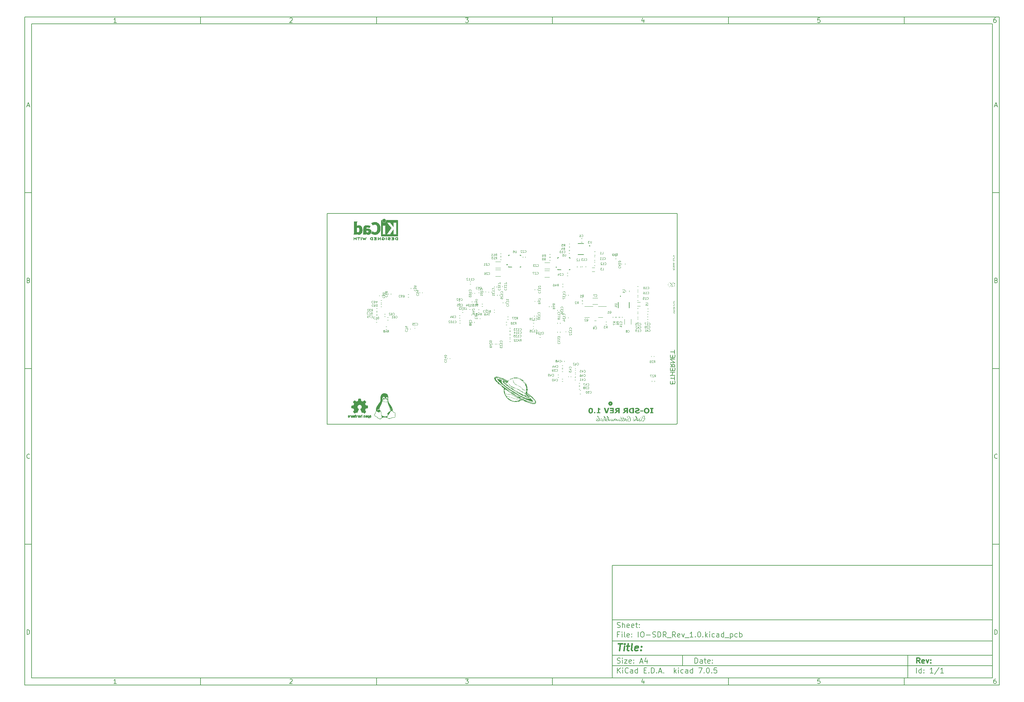
<source format=gbr>
%TF.GenerationSoftware,KiCad,Pcbnew,7.0.5*%
%TF.CreationDate,2023-12-16T19:19:43-05:00*%
%TF.ProjectId,IO-SDR_Rev_1.0,494f2d53-4452-45f5-9265-765f312e302e,rev?*%
%TF.SameCoordinates,Original*%
%TF.FileFunction,Legend,Bot*%
%TF.FilePolarity,Positive*%
%FSLAX46Y46*%
G04 Gerber Fmt 4.6, Leading zero omitted, Abs format (unit mm)*
G04 Created by KiCad (PCBNEW 7.0.5) date 2023-12-16 19:19:43*
%MOMM*%
%LPD*%
G01*
G04 APERTURE LIST*
%ADD10C,0.100000*%
%ADD11C,0.150000*%
%ADD12C,0.300000*%
%ADD13C,0.400000*%
%ADD14C,0.275000*%
%ADD15C,0.508000*%
%ADD16C,0.120000*%
%ADD17C,0.127000*%
%ADD18C,0.200000*%
%ADD19C,0.010000*%
%TA.AperFunction,Profile*%
%ADD20C,0.200000*%
%TD*%
G04 APERTURE END LIST*
D10*
D11*
X177002200Y-166007200D02*
X285002200Y-166007200D01*
X285002200Y-198007200D01*
X177002200Y-198007200D01*
X177002200Y-166007200D01*
D10*
D11*
X10000000Y-10000000D02*
X287002200Y-10000000D01*
X287002200Y-200007200D01*
X10000000Y-200007200D01*
X10000000Y-10000000D01*
D10*
D11*
X12000000Y-12000000D02*
X285002200Y-12000000D01*
X285002200Y-198007200D01*
X12000000Y-198007200D01*
X12000000Y-12000000D01*
D10*
D11*
X60000000Y-12000000D02*
X60000000Y-10000000D01*
D10*
D11*
X110000000Y-12000000D02*
X110000000Y-10000000D01*
D10*
D11*
X160000000Y-12000000D02*
X160000000Y-10000000D01*
D10*
D11*
X210000000Y-12000000D02*
X210000000Y-10000000D01*
D10*
D11*
X260000000Y-12000000D02*
X260000000Y-10000000D01*
D10*
D11*
X36089160Y-11593604D02*
X35346303Y-11593604D01*
X35717731Y-11593604D02*
X35717731Y-10293604D01*
X35717731Y-10293604D02*
X35593922Y-10479319D01*
X35593922Y-10479319D02*
X35470112Y-10603128D01*
X35470112Y-10603128D02*
X35346303Y-10665033D01*
D10*
D11*
X85346303Y-10417414D02*
X85408207Y-10355509D01*
X85408207Y-10355509D02*
X85532017Y-10293604D01*
X85532017Y-10293604D02*
X85841541Y-10293604D01*
X85841541Y-10293604D02*
X85965350Y-10355509D01*
X85965350Y-10355509D02*
X86027255Y-10417414D01*
X86027255Y-10417414D02*
X86089160Y-10541223D01*
X86089160Y-10541223D02*
X86089160Y-10665033D01*
X86089160Y-10665033D02*
X86027255Y-10850747D01*
X86027255Y-10850747D02*
X85284398Y-11593604D01*
X85284398Y-11593604D02*
X86089160Y-11593604D01*
D10*
D11*
X135284398Y-10293604D02*
X136089160Y-10293604D01*
X136089160Y-10293604D02*
X135655826Y-10788842D01*
X135655826Y-10788842D02*
X135841541Y-10788842D01*
X135841541Y-10788842D02*
X135965350Y-10850747D01*
X135965350Y-10850747D02*
X136027255Y-10912652D01*
X136027255Y-10912652D02*
X136089160Y-11036461D01*
X136089160Y-11036461D02*
X136089160Y-11345985D01*
X136089160Y-11345985D02*
X136027255Y-11469795D01*
X136027255Y-11469795D02*
X135965350Y-11531700D01*
X135965350Y-11531700D02*
X135841541Y-11593604D01*
X135841541Y-11593604D02*
X135470112Y-11593604D01*
X135470112Y-11593604D02*
X135346303Y-11531700D01*
X135346303Y-11531700D02*
X135284398Y-11469795D01*
D10*
D11*
X185965350Y-10726938D02*
X185965350Y-11593604D01*
X185655826Y-10231700D02*
X185346303Y-11160271D01*
X185346303Y-11160271D02*
X186151064Y-11160271D01*
D10*
D11*
X236027255Y-10293604D02*
X235408207Y-10293604D01*
X235408207Y-10293604D02*
X235346303Y-10912652D01*
X235346303Y-10912652D02*
X235408207Y-10850747D01*
X235408207Y-10850747D02*
X235532017Y-10788842D01*
X235532017Y-10788842D02*
X235841541Y-10788842D01*
X235841541Y-10788842D02*
X235965350Y-10850747D01*
X235965350Y-10850747D02*
X236027255Y-10912652D01*
X236027255Y-10912652D02*
X236089160Y-11036461D01*
X236089160Y-11036461D02*
X236089160Y-11345985D01*
X236089160Y-11345985D02*
X236027255Y-11469795D01*
X236027255Y-11469795D02*
X235965350Y-11531700D01*
X235965350Y-11531700D02*
X235841541Y-11593604D01*
X235841541Y-11593604D02*
X235532017Y-11593604D01*
X235532017Y-11593604D02*
X235408207Y-11531700D01*
X235408207Y-11531700D02*
X235346303Y-11469795D01*
D10*
D11*
X285965350Y-10293604D02*
X285717731Y-10293604D01*
X285717731Y-10293604D02*
X285593922Y-10355509D01*
X285593922Y-10355509D02*
X285532017Y-10417414D01*
X285532017Y-10417414D02*
X285408207Y-10603128D01*
X285408207Y-10603128D02*
X285346303Y-10850747D01*
X285346303Y-10850747D02*
X285346303Y-11345985D01*
X285346303Y-11345985D02*
X285408207Y-11469795D01*
X285408207Y-11469795D02*
X285470112Y-11531700D01*
X285470112Y-11531700D02*
X285593922Y-11593604D01*
X285593922Y-11593604D02*
X285841541Y-11593604D01*
X285841541Y-11593604D02*
X285965350Y-11531700D01*
X285965350Y-11531700D02*
X286027255Y-11469795D01*
X286027255Y-11469795D02*
X286089160Y-11345985D01*
X286089160Y-11345985D02*
X286089160Y-11036461D01*
X286089160Y-11036461D02*
X286027255Y-10912652D01*
X286027255Y-10912652D02*
X285965350Y-10850747D01*
X285965350Y-10850747D02*
X285841541Y-10788842D01*
X285841541Y-10788842D02*
X285593922Y-10788842D01*
X285593922Y-10788842D02*
X285470112Y-10850747D01*
X285470112Y-10850747D02*
X285408207Y-10912652D01*
X285408207Y-10912652D02*
X285346303Y-11036461D01*
D10*
D11*
X60000000Y-198007200D02*
X60000000Y-200007200D01*
D10*
D11*
X110000000Y-198007200D02*
X110000000Y-200007200D01*
D10*
D11*
X160000000Y-198007200D02*
X160000000Y-200007200D01*
D10*
D11*
X210000000Y-198007200D02*
X210000000Y-200007200D01*
D10*
D11*
X260000000Y-198007200D02*
X260000000Y-200007200D01*
D10*
D11*
X36089160Y-199600804D02*
X35346303Y-199600804D01*
X35717731Y-199600804D02*
X35717731Y-198300804D01*
X35717731Y-198300804D02*
X35593922Y-198486519D01*
X35593922Y-198486519D02*
X35470112Y-198610328D01*
X35470112Y-198610328D02*
X35346303Y-198672233D01*
D10*
D11*
X85346303Y-198424614D02*
X85408207Y-198362709D01*
X85408207Y-198362709D02*
X85532017Y-198300804D01*
X85532017Y-198300804D02*
X85841541Y-198300804D01*
X85841541Y-198300804D02*
X85965350Y-198362709D01*
X85965350Y-198362709D02*
X86027255Y-198424614D01*
X86027255Y-198424614D02*
X86089160Y-198548423D01*
X86089160Y-198548423D02*
X86089160Y-198672233D01*
X86089160Y-198672233D02*
X86027255Y-198857947D01*
X86027255Y-198857947D02*
X85284398Y-199600804D01*
X85284398Y-199600804D02*
X86089160Y-199600804D01*
D10*
D11*
X135284398Y-198300804D02*
X136089160Y-198300804D01*
X136089160Y-198300804D02*
X135655826Y-198796042D01*
X135655826Y-198796042D02*
X135841541Y-198796042D01*
X135841541Y-198796042D02*
X135965350Y-198857947D01*
X135965350Y-198857947D02*
X136027255Y-198919852D01*
X136027255Y-198919852D02*
X136089160Y-199043661D01*
X136089160Y-199043661D02*
X136089160Y-199353185D01*
X136089160Y-199353185D02*
X136027255Y-199476995D01*
X136027255Y-199476995D02*
X135965350Y-199538900D01*
X135965350Y-199538900D02*
X135841541Y-199600804D01*
X135841541Y-199600804D02*
X135470112Y-199600804D01*
X135470112Y-199600804D02*
X135346303Y-199538900D01*
X135346303Y-199538900D02*
X135284398Y-199476995D01*
D10*
D11*
X185965350Y-198734138D02*
X185965350Y-199600804D01*
X185655826Y-198238900D02*
X185346303Y-199167471D01*
X185346303Y-199167471D02*
X186151064Y-199167471D01*
D10*
D11*
X236027255Y-198300804D02*
X235408207Y-198300804D01*
X235408207Y-198300804D02*
X235346303Y-198919852D01*
X235346303Y-198919852D02*
X235408207Y-198857947D01*
X235408207Y-198857947D02*
X235532017Y-198796042D01*
X235532017Y-198796042D02*
X235841541Y-198796042D01*
X235841541Y-198796042D02*
X235965350Y-198857947D01*
X235965350Y-198857947D02*
X236027255Y-198919852D01*
X236027255Y-198919852D02*
X236089160Y-199043661D01*
X236089160Y-199043661D02*
X236089160Y-199353185D01*
X236089160Y-199353185D02*
X236027255Y-199476995D01*
X236027255Y-199476995D02*
X235965350Y-199538900D01*
X235965350Y-199538900D02*
X235841541Y-199600804D01*
X235841541Y-199600804D02*
X235532017Y-199600804D01*
X235532017Y-199600804D02*
X235408207Y-199538900D01*
X235408207Y-199538900D02*
X235346303Y-199476995D01*
D10*
D11*
X285965350Y-198300804D02*
X285717731Y-198300804D01*
X285717731Y-198300804D02*
X285593922Y-198362709D01*
X285593922Y-198362709D02*
X285532017Y-198424614D01*
X285532017Y-198424614D02*
X285408207Y-198610328D01*
X285408207Y-198610328D02*
X285346303Y-198857947D01*
X285346303Y-198857947D02*
X285346303Y-199353185D01*
X285346303Y-199353185D02*
X285408207Y-199476995D01*
X285408207Y-199476995D02*
X285470112Y-199538900D01*
X285470112Y-199538900D02*
X285593922Y-199600804D01*
X285593922Y-199600804D02*
X285841541Y-199600804D01*
X285841541Y-199600804D02*
X285965350Y-199538900D01*
X285965350Y-199538900D02*
X286027255Y-199476995D01*
X286027255Y-199476995D02*
X286089160Y-199353185D01*
X286089160Y-199353185D02*
X286089160Y-199043661D01*
X286089160Y-199043661D02*
X286027255Y-198919852D01*
X286027255Y-198919852D02*
X285965350Y-198857947D01*
X285965350Y-198857947D02*
X285841541Y-198796042D01*
X285841541Y-198796042D02*
X285593922Y-198796042D01*
X285593922Y-198796042D02*
X285470112Y-198857947D01*
X285470112Y-198857947D02*
X285408207Y-198919852D01*
X285408207Y-198919852D02*
X285346303Y-199043661D01*
D10*
D11*
X10000000Y-60000000D02*
X12000000Y-60000000D01*
D10*
D11*
X10000000Y-110000000D02*
X12000000Y-110000000D01*
D10*
D11*
X10000000Y-160000000D02*
X12000000Y-160000000D01*
D10*
D11*
X10690476Y-35222176D02*
X11309523Y-35222176D01*
X10566666Y-35593604D02*
X10999999Y-34293604D01*
X10999999Y-34293604D02*
X11433333Y-35593604D01*
D10*
D11*
X11092857Y-84912652D02*
X11278571Y-84974557D01*
X11278571Y-84974557D02*
X11340476Y-85036461D01*
X11340476Y-85036461D02*
X11402380Y-85160271D01*
X11402380Y-85160271D02*
X11402380Y-85345985D01*
X11402380Y-85345985D02*
X11340476Y-85469795D01*
X11340476Y-85469795D02*
X11278571Y-85531700D01*
X11278571Y-85531700D02*
X11154761Y-85593604D01*
X11154761Y-85593604D02*
X10659523Y-85593604D01*
X10659523Y-85593604D02*
X10659523Y-84293604D01*
X10659523Y-84293604D02*
X11092857Y-84293604D01*
X11092857Y-84293604D02*
X11216666Y-84355509D01*
X11216666Y-84355509D02*
X11278571Y-84417414D01*
X11278571Y-84417414D02*
X11340476Y-84541223D01*
X11340476Y-84541223D02*
X11340476Y-84665033D01*
X11340476Y-84665033D02*
X11278571Y-84788842D01*
X11278571Y-84788842D02*
X11216666Y-84850747D01*
X11216666Y-84850747D02*
X11092857Y-84912652D01*
X11092857Y-84912652D02*
X10659523Y-84912652D01*
D10*
D11*
X11402380Y-135469795D02*
X11340476Y-135531700D01*
X11340476Y-135531700D02*
X11154761Y-135593604D01*
X11154761Y-135593604D02*
X11030952Y-135593604D01*
X11030952Y-135593604D02*
X10845238Y-135531700D01*
X10845238Y-135531700D02*
X10721428Y-135407890D01*
X10721428Y-135407890D02*
X10659523Y-135284080D01*
X10659523Y-135284080D02*
X10597619Y-135036461D01*
X10597619Y-135036461D02*
X10597619Y-134850747D01*
X10597619Y-134850747D02*
X10659523Y-134603128D01*
X10659523Y-134603128D02*
X10721428Y-134479319D01*
X10721428Y-134479319D02*
X10845238Y-134355509D01*
X10845238Y-134355509D02*
X11030952Y-134293604D01*
X11030952Y-134293604D02*
X11154761Y-134293604D01*
X11154761Y-134293604D02*
X11340476Y-134355509D01*
X11340476Y-134355509D02*
X11402380Y-134417414D01*
D10*
D11*
X10659523Y-185593604D02*
X10659523Y-184293604D01*
X10659523Y-184293604D02*
X10969047Y-184293604D01*
X10969047Y-184293604D02*
X11154761Y-184355509D01*
X11154761Y-184355509D02*
X11278571Y-184479319D01*
X11278571Y-184479319D02*
X11340476Y-184603128D01*
X11340476Y-184603128D02*
X11402380Y-184850747D01*
X11402380Y-184850747D02*
X11402380Y-185036461D01*
X11402380Y-185036461D02*
X11340476Y-185284080D01*
X11340476Y-185284080D02*
X11278571Y-185407890D01*
X11278571Y-185407890D02*
X11154761Y-185531700D01*
X11154761Y-185531700D02*
X10969047Y-185593604D01*
X10969047Y-185593604D02*
X10659523Y-185593604D01*
D10*
D11*
X287002200Y-60000000D02*
X285002200Y-60000000D01*
D10*
D11*
X287002200Y-110000000D02*
X285002200Y-110000000D01*
D10*
D11*
X287002200Y-160000000D02*
X285002200Y-160000000D01*
D10*
D11*
X285692676Y-35222176D02*
X286311723Y-35222176D01*
X285568866Y-35593604D02*
X286002199Y-34293604D01*
X286002199Y-34293604D02*
X286435533Y-35593604D01*
D10*
D11*
X286095057Y-84912652D02*
X286280771Y-84974557D01*
X286280771Y-84974557D02*
X286342676Y-85036461D01*
X286342676Y-85036461D02*
X286404580Y-85160271D01*
X286404580Y-85160271D02*
X286404580Y-85345985D01*
X286404580Y-85345985D02*
X286342676Y-85469795D01*
X286342676Y-85469795D02*
X286280771Y-85531700D01*
X286280771Y-85531700D02*
X286156961Y-85593604D01*
X286156961Y-85593604D02*
X285661723Y-85593604D01*
X285661723Y-85593604D02*
X285661723Y-84293604D01*
X285661723Y-84293604D02*
X286095057Y-84293604D01*
X286095057Y-84293604D02*
X286218866Y-84355509D01*
X286218866Y-84355509D02*
X286280771Y-84417414D01*
X286280771Y-84417414D02*
X286342676Y-84541223D01*
X286342676Y-84541223D02*
X286342676Y-84665033D01*
X286342676Y-84665033D02*
X286280771Y-84788842D01*
X286280771Y-84788842D02*
X286218866Y-84850747D01*
X286218866Y-84850747D02*
X286095057Y-84912652D01*
X286095057Y-84912652D02*
X285661723Y-84912652D01*
D10*
D11*
X286404580Y-135469795D02*
X286342676Y-135531700D01*
X286342676Y-135531700D02*
X286156961Y-135593604D01*
X286156961Y-135593604D02*
X286033152Y-135593604D01*
X286033152Y-135593604D02*
X285847438Y-135531700D01*
X285847438Y-135531700D02*
X285723628Y-135407890D01*
X285723628Y-135407890D02*
X285661723Y-135284080D01*
X285661723Y-135284080D02*
X285599819Y-135036461D01*
X285599819Y-135036461D02*
X285599819Y-134850747D01*
X285599819Y-134850747D02*
X285661723Y-134603128D01*
X285661723Y-134603128D02*
X285723628Y-134479319D01*
X285723628Y-134479319D02*
X285847438Y-134355509D01*
X285847438Y-134355509D02*
X286033152Y-134293604D01*
X286033152Y-134293604D02*
X286156961Y-134293604D01*
X286156961Y-134293604D02*
X286342676Y-134355509D01*
X286342676Y-134355509D02*
X286404580Y-134417414D01*
D10*
D11*
X285661723Y-185593604D02*
X285661723Y-184293604D01*
X285661723Y-184293604D02*
X285971247Y-184293604D01*
X285971247Y-184293604D02*
X286156961Y-184355509D01*
X286156961Y-184355509D02*
X286280771Y-184479319D01*
X286280771Y-184479319D02*
X286342676Y-184603128D01*
X286342676Y-184603128D02*
X286404580Y-184850747D01*
X286404580Y-184850747D02*
X286404580Y-185036461D01*
X286404580Y-185036461D02*
X286342676Y-185284080D01*
X286342676Y-185284080D02*
X286280771Y-185407890D01*
X286280771Y-185407890D02*
X286156961Y-185531700D01*
X286156961Y-185531700D02*
X285971247Y-185593604D01*
X285971247Y-185593604D02*
X285661723Y-185593604D01*
D10*
D11*
X200458026Y-193793328D02*
X200458026Y-192293328D01*
X200458026Y-192293328D02*
X200815169Y-192293328D01*
X200815169Y-192293328D02*
X201029455Y-192364757D01*
X201029455Y-192364757D02*
X201172312Y-192507614D01*
X201172312Y-192507614D02*
X201243741Y-192650471D01*
X201243741Y-192650471D02*
X201315169Y-192936185D01*
X201315169Y-192936185D02*
X201315169Y-193150471D01*
X201315169Y-193150471D02*
X201243741Y-193436185D01*
X201243741Y-193436185D02*
X201172312Y-193579042D01*
X201172312Y-193579042D02*
X201029455Y-193721900D01*
X201029455Y-193721900D02*
X200815169Y-193793328D01*
X200815169Y-193793328D02*
X200458026Y-193793328D01*
X202600884Y-193793328D02*
X202600884Y-193007614D01*
X202600884Y-193007614D02*
X202529455Y-192864757D01*
X202529455Y-192864757D02*
X202386598Y-192793328D01*
X202386598Y-192793328D02*
X202100884Y-192793328D01*
X202100884Y-192793328D02*
X201958026Y-192864757D01*
X202600884Y-193721900D02*
X202458026Y-193793328D01*
X202458026Y-193793328D02*
X202100884Y-193793328D01*
X202100884Y-193793328D02*
X201958026Y-193721900D01*
X201958026Y-193721900D02*
X201886598Y-193579042D01*
X201886598Y-193579042D02*
X201886598Y-193436185D01*
X201886598Y-193436185D02*
X201958026Y-193293328D01*
X201958026Y-193293328D02*
X202100884Y-193221900D01*
X202100884Y-193221900D02*
X202458026Y-193221900D01*
X202458026Y-193221900D02*
X202600884Y-193150471D01*
X203100884Y-192793328D02*
X203672312Y-192793328D01*
X203315169Y-192293328D02*
X203315169Y-193579042D01*
X203315169Y-193579042D02*
X203386598Y-193721900D01*
X203386598Y-193721900D02*
X203529455Y-193793328D01*
X203529455Y-193793328D02*
X203672312Y-193793328D01*
X204743741Y-193721900D02*
X204600884Y-193793328D01*
X204600884Y-193793328D02*
X204315170Y-193793328D01*
X204315170Y-193793328D02*
X204172312Y-193721900D01*
X204172312Y-193721900D02*
X204100884Y-193579042D01*
X204100884Y-193579042D02*
X204100884Y-193007614D01*
X204100884Y-193007614D02*
X204172312Y-192864757D01*
X204172312Y-192864757D02*
X204315170Y-192793328D01*
X204315170Y-192793328D02*
X204600884Y-192793328D01*
X204600884Y-192793328D02*
X204743741Y-192864757D01*
X204743741Y-192864757D02*
X204815170Y-193007614D01*
X204815170Y-193007614D02*
X204815170Y-193150471D01*
X204815170Y-193150471D02*
X204100884Y-193293328D01*
X205458026Y-193650471D02*
X205529455Y-193721900D01*
X205529455Y-193721900D02*
X205458026Y-193793328D01*
X205458026Y-193793328D02*
X205386598Y-193721900D01*
X205386598Y-193721900D02*
X205458026Y-193650471D01*
X205458026Y-193650471D02*
X205458026Y-193793328D01*
X205458026Y-192864757D02*
X205529455Y-192936185D01*
X205529455Y-192936185D02*
X205458026Y-193007614D01*
X205458026Y-193007614D02*
X205386598Y-192936185D01*
X205386598Y-192936185D02*
X205458026Y-192864757D01*
X205458026Y-192864757D02*
X205458026Y-193007614D01*
D10*
D11*
X177002200Y-194507200D02*
X285002200Y-194507200D01*
D10*
D11*
X178458026Y-196593328D02*
X178458026Y-195093328D01*
X179315169Y-196593328D02*
X178672312Y-195736185D01*
X179315169Y-195093328D02*
X178458026Y-195950471D01*
X179958026Y-196593328D02*
X179958026Y-195593328D01*
X179958026Y-195093328D02*
X179886598Y-195164757D01*
X179886598Y-195164757D02*
X179958026Y-195236185D01*
X179958026Y-195236185D02*
X180029455Y-195164757D01*
X180029455Y-195164757D02*
X179958026Y-195093328D01*
X179958026Y-195093328D02*
X179958026Y-195236185D01*
X181529455Y-196450471D02*
X181458027Y-196521900D01*
X181458027Y-196521900D02*
X181243741Y-196593328D01*
X181243741Y-196593328D02*
X181100884Y-196593328D01*
X181100884Y-196593328D02*
X180886598Y-196521900D01*
X180886598Y-196521900D02*
X180743741Y-196379042D01*
X180743741Y-196379042D02*
X180672312Y-196236185D01*
X180672312Y-196236185D02*
X180600884Y-195950471D01*
X180600884Y-195950471D02*
X180600884Y-195736185D01*
X180600884Y-195736185D02*
X180672312Y-195450471D01*
X180672312Y-195450471D02*
X180743741Y-195307614D01*
X180743741Y-195307614D02*
X180886598Y-195164757D01*
X180886598Y-195164757D02*
X181100884Y-195093328D01*
X181100884Y-195093328D02*
X181243741Y-195093328D01*
X181243741Y-195093328D02*
X181458027Y-195164757D01*
X181458027Y-195164757D02*
X181529455Y-195236185D01*
X182815170Y-196593328D02*
X182815170Y-195807614D01*
X182815170Y-195807614D02*
X182743741Y-195664757D01*
X182743741Y-195664757D02*
X182600884Y-195593328D01*
X182600884Y-195593328D02*
X182315170Y-195593328D01*
X182315170Y-195593328D02*
X182172312Y-195664757D01*
X182815170Y-196521900D02*
X182672312Y-196593328D01*
X182672312Y-196593328D02*
X182315170Y-196593328D01*
X182315170Y-196593328D02*
X182172312Y-196521900D01*
X182172312Y-196521900D02*
X182100884Y-196379042D01*
X182100884Y-196379042D02*
X182100884Y-196236185D01*
X182100884Y-196236185D02*
X182172312Y-196093328D01*
X182172312Y-196093328D02*
X182315170Y-196021900D01*
X182315170Y-196021900D02*
X182672312Y-196021900D01*
X182672312Y-196021900D02*
X182815170Y-195950471D01*
X184172313Y-196593328D02*
X184172313Y-195093328D01*
X184172313Y-196521900D02*
X184029455Y-196593328D01*
X184029455Y-196593328D02*
X183743741Y-196593328D01*
X183743741Y-196593328D02*
X183600884Y-196521900D01*
X183600884Y-196521900D02*
X183529455Y-196450471D01*
X183529455Y-196450471D02*
X183458027Y-196307614D01*
X183458027Y-196307614D02*
X183458027Y-195879042D01*
X183458027Y-195879042D02*
X183529455Y-195736185D01*
X183529455Y-195736185D02*
X183600884Y-195664757D01*
X183600884Y-195664757D02*
X183743741Y-195593328D01*
X183743741Y-195593328D02*
X184029455Y-195593328D01*
X184029455Y-195593328D02*
X184172313Y-195664757D01*
X186029455Y-195807614D02*
X186529455Y-195807614D01*
X186743741Y-196593328D02*
X186029455Y-196593328D01*
X186029455Y-196593328D02*
X186029455Y-195093328D01*
X186029455Y-195093328D02*
X186743741Y-195093328D01*
X187386598Y-196450471D02*
X187458027Y-196521900D01*
X187458027Y-196521900D02*
X187386598Y-196593328D01*
X187386598Y-196593328D02*
X187315170Y-196521900D01*
X187315170Y-196521900D02*
X187386598Y-196450471D01*
X187386598Y-196450471D02*
X187386598Y-196593328D01*
X188100884Y-196593328D02*
X188100884Y-195093328D01*
X188100884Y-195093328D02*
X188458027Y-195093328D01*
X188458027Y-195093328D02*
X188672313Y-195164757D01*
X188672313Y-195164757D02*
X188815170Y-195307614D01*
X188815170Y-195307614D02*
X188886599Y-195450471D01*
X188886599Y-195450471D02*
X188958027Y-195736185D01*
X188958027Y-195736185D02*
X188958027Y-195950471D01*
X188958027Y-195950471D02*
X188886599Y-196236185D01*
X188886599Y-196236185D02*
X188815170Y-196379042D01*
X188815170Y-196379042D02*
X188672313Y-196521900D01*
X188672313Y-196521900D02*
X188458027Y-196593328D01*
X188458027Y-196593328D02*
X188100884Y-196593328D01*
X189600884Y-196450471D02*
X189672313Y-196521900D01*
X189672313Y-196521900D02*
X189600884Y-196593328D01*
X189600884Y-196593328D02*
X189529456Y-196521900D01*
X189529456Y-196521900D02*
X189600884Y-196450471D01*
X189600884Y-196450471D02*
X189600884Y-196593328D01*
X190243742Y-196164757D02*
X190958028Y-196164757D01*
X190100885Y-196593328D02*
X190600885Y-195093328D01*
X190600885Y-195093328D02*
X191100885Y-196593328D01*
X191600884Y-196450471D02*
X191672313Y-196521900D01*
X191672313Y-196521900D02*
X191600884Y-196593328D01*
X191600884Y-196593328D02*
X191529456Y-196521900D01*
X191529456Y-196521900D02*
X191600884Y-196450471D01*
X191600884Y-196450471D02*
X191600884Y-196593328D01*
X194600884Y-196593328D02*
X194600884Y-195093328D01*
X194743742Y-196021900D02*
X195172313Y-196593328D01*
X195172313Y-195593328D02*
X194600884Y-196164757D01*
X195815170Y-196593328D02*
X195815170Y-195593328D01*
X195815170Y-195093328D02*
X195743742Y-195164757D01*
X195743742Y-195164757D02*
X195815170Y-195236185D01*
X195815170Y-195236185D02*
X195886599Y-195164757D01*
X195886599Y-195164757D02*
X195815170Y-195093328D01*
X195815170Y-195093328D02*
X195815170Y-195236185D01*
X197172314Y-196521900D02*
X197029456Y-196593328D01*
X197029456Y-196593328D02*
X196743742Y-196593328D01*
X196743742Y-196593328D02*
X196600885Y-196521900D01*
X196600885Y-196521900D02*
X196529456Y-196450471D01*
X196529456Y-196450471D02*
X196458028Y-196307614D01*
X196458028Y-196307614D02*
X196458028Y-195879042D01*
X196458028Y-195879042D02*
X196529456Y-195736185D01*
X196529456Y-195736185D02*
X196600885Y-195664757D01*
X196600885Y-195664757D02*
X196743742Y-195593328D01*
X196743742Y-195593328D02*
X197029456Y-195593328D01*
X197029456Y-195593328D02*
X197172314Y-195664757D01*
X198458028Y-196593328D02*
X198458028Y-195807614D01*
X198458028Y-195807614D02*
X198386599Y-195664757D01*
X198386599Y-195664757D02*
X198243742Y-195593328D01*
X198243742Y-195593328D02*
X197958028Y-195593328D01*
X197958028Y-195593328D02*
X197815170Y-195664757D01*
X198458028Y-196521900D02*
X198315170Y-196593328D01*
X198315170Y-196593328D02*
X197958028Y-196593328D01*
X197958028Y-196593328D02*
X197815170Y-196521900D01*
X197815170Y-196521900D02*
X197743742Y-196379042D01*
X197743742Y-196379042D02*
X197743742Y-196236185D01*
X197743742Y-196236185D02*
X197815170Y-196093328D01*
X197815170Y-196093328D02*
X197958028Y-196021900D01*
X197958028Y-196021900D02*
X198315170Y-196021900D01*
X198315170Y-196021900D02*
X198458028Y-195950471D01*
X199815171Y-196593328D02*
X199815171Y-195093328D01*
X199815171Y-196521900D02*
X199672313Y-196593328D01*
X199672313Y-196593328D02*
X199386599Y-196593328D01*
X199386599Y-196593328D02*
X199243742Y-196521900D01*
X199243742Y-196521900D02*
X199172313Y-196450471D01*
X199172313Y-196450471D02*
X199100885Y-196307614D01*
X199100885Y-196307614D02*
X199100885Y-195879042D01*
X199100885Y-195879042D02*
X199172313Y-195736185D01*
X199172313Y-195736185D02*
X199243742Y-195664757D01*
X199243742Y-195664757D02*
X199386599Y-195593328D01*
X199386599Y-195593328D02*
X199672313Y-195593328D01*
X199672313Y-195593328D02*
X199815171Y-195664757D01*
X201529456Y-195093328D02*
X202529456Y-195093328D01*
X202529456Y-195093328D02*
X201886599Y-196593328D01*
X203100884Y-196450471D02*
X203172313Y-196521900D01*
X203172313Y-196521900D02*
X203100884Y-196593328D01*
X203100884Y-196593328D02*
X203029456Y-196521900D01*
X203029456Y-196521900D02*
X203100884Y-196450471D01*
X203100884Y-196450471D02*
X203100884Y-196593328D01*
X204100885Y-195093328D02*
X204243742Y-195093328D01*
X204243742Y-195093328D02*
X204386599Y-195164757D01*
X204386599Y-195164757D02*
X204458028Y-195236185D01*
X204458028Y-195236185D02*
X204529456Y-195379042D01*
X204529456Y-195379042D02*
X204600885Y-195664757D01*
X204600885Y-195664757D02*
X204600885Y-196021900D01*
X204600885Y-196021900D02*
X204529456Y-196307614D01*
X204529456Y-196307614D02*
X204458028Y-196450471D01*
X204458028Y-196450471D02*
X204386599Y-196521900D01*
X204386599Y-196521900D02*
X204243742Y-196593328D01*
X204243742Y-196593328D02*
X204100885Y-196593328D01*
X204100885Y-196593328D02*
X203958028Y-196521900D01*
X203958028Y-196521900D02*
X203886599Y-196450471D01*
X203886599Y-196450471D02*
X203815170Y-196307614D01*
X203815170Y-196307614D02*
X203743742Y-196021900D01*
X203743742Y-196021900D02*
X203743742Y-195664757D01*
X203743742Y-195664757D02*
X203815170Y-195379042D01*
X203815170Y-195379042D02*
X203886599Y-195236185D01*
X203886599Y-195236185D02*
X203958028Y-195164757D01*
X203958028Y-195164757D02*
X204100885Y-195093328D01*
X205243741Y-196450471D02*
X205315170Y-196521900D01*
X205315170Y-196521900D02*
X205243741Y-196593328D01*
X205243741Y-196593328D02*
X205172313Y-196521900D01*
X205172313Y-196521900D02*
X205243741Y-196450471D01*
X205243741Y-196450471D02*
X205243741Y-196593328D01*
X206672313Y-195093328D02*
X205958027Y-195093328D01*
X205958027Y-195093328D02*
X205886599Y-195807614D01*
X205886599Y-195807614D02*
X205958027Y-195736185D01*
X205958027Y-195736185D02*
X206100885Y-195664757D01*
X206100885Y-195664757D02*
X206458027Y-195664757D01*
X206458027Y-195664757D02*
X206600885Y-195736185D01*
X206600885Y-195736185D02*
X206672313Y-195807614D01*
X206672313Y-195807614D02*
X206743742Y-195950471D01*
X206743742Y-195950471D02*
X206743742Y-196307614D01*
X206743742Y-196307614D02*
X206672313Y-196450471D01*
X206672313Y-196450471D02*
X206600885Y-196521900D01*
X206600885Y-196521900D02*
X206458027Y-196593328D01*
X206458027Y-196593328D02*
X206100885Y-196593328D01*
X206100885Y-196593328D02*
X205958027Y-196521900D01*
X205958027Y-196521900D02*
X205886599Y-196450471D01*
D10*
D11*
X177002200Y-191507200D02*
X285002200Y-191507200D01*
D10*
D12*
X264413853Y-193785528D02*
X263913853Y-193071242D01*
X263556710Y-193785528D02*
X263556710Y-192285528D01*
X263556710Y-192285528D02*
X264128139Y-192285528D01*
X264128139Y-192285528D02*
X264270996Y-192356957D01*
X264270996Y-192356957D02*
X264342425Y-192428385D01*
X264342425Y-192428385D02*
X264413853Y-192571242D01*
X264413853Y-192571242D02*
X264413853Y-192785528D01*
X264413853Y-192785528D02*
X264342425Y-192928385D01*
X264342425Y-192928385D02*
X264270996Y-192999814D01*
X264270996Y-192999814D02*
X264128139Y-193071242D01*
X264128139Y-193071242D02*
X263556710Y-193071242D01*
X265628139Y-193714100D02*
X265485282Y-193785528D01*
X265485282Y-193785528D02*
X265199568Y-193785528D01*
X265199568Y-193785528D02*
X265056710Y-193714100D01*
X265056710Y-193714100D02*
X264985282Y-193571242D01*
X264985282Y-193571242D02*
X264985282Y-192999814D01*
X264985282Y-192999814D02*
X265056710Y-192856957D01*
X265056710Y-192856957D02*
X265199568Y-192785528D01*
X265199568Y-192785528D02*
X265485282Y-192785528D01*
X265485282Y-192785528D02*
X265628139Y-192856957D01*
X265628139Y-192856957D02*
X265699568Y-192999814D01*
X265699568Y-192999814D02*
X265699568Y-193142671D01*
X265699568Y-193142671D02*
X264985282Y-193285528D01*
X266199567Y-192785528D02*
X266556710Y-193785528D01*
X266556710Y-193785528D02*
X266913853Y-192785528D01*
X267485281Y-193642671D02*
X267556710Y-193714100D01*
X267556710Y-193714100D02*
X267485281Y-193785528D01*
X267485281Y-193785528D02*
X267413853Y-193714100D01*
X267413853Y-193714100D02*
X267485281Y-193642671D01*
X267485281Y-193642671D02*
X267485281Y-193785528D01*
X267485281Y-192856957D02*
X267556710Y-192928385D01*
X267556710Y-192928385D02*
X267485281Y-192999814D01*
X267485281Y-192999814D02*
X267413853Y-192928385D01*
X267413853Y-192928385D02*
X267485281Y-192856957D01*
X267485281Y-192856957D02*
X267485281Y-192999814D01*
D10*
D11*
X178386598Y-193721900D02*
X178600884Y-193793328D01*
X178600884Y-193793328D02*
X178958026Y-193793328D01*
X178958026Y-193793328D02*
X179100884Y-193721900D01*
X179100884Y-193721900D02*
X179172312Y-193650471D01*
X179172312Y-193650471D02*
X179243741Y-193507614D01*
X179243741Y-193507614D02*
X179243741Y-193364757D01*
X179243741Y-193364757D02*
X179172312Y-193221900D01*
X179172312Y-193221900D02*
X179100884Y-193150471D01*
X179100884Y-193150471D02*
X178958026Y-193079042D01*
X178958026Y-193079042D02*
X178672312Y-193007614D01*
X178672312Y-193007614D02*
X178529455Y-192936185D01*
X178529455Y-192936185D02*
X178458026Y-192864757D01*
X178458026Y-192864757D02*
X178386598Y-192721900D01*
X178386598Y-192721900D02*
X178386598Y-192579042D01*
X178386598Y-192579042D02*
X178458026Y-192436185D01*
X178458026Y-192436185D02*
X178529455Y-192364757D01*
X178529455Y-192364757D02*
X178672312Y-192293328D01*
X178672312Y-192293328D02*
X179029455Y-192293328D01*
X179029455Y-192293328D02*
X179243741Y-192364757D01*
X179886597Y-193793328D02*
X179886597Y-192793328D01*
X179886597Y-192293328D02*
X179815169Y-192364757D01*
X179815169Y-192364757D02*
X179886597Y-192436185D01*
X179886597Y-192436185D02*
X179958026Y-192364757D01*
X179958026Y-192364757D02*
X179886597Y-192293328D01*
X179886597Y-192293328D02*
X179886597Y-192436185D01*
X180458026Y-192793328D02*
X181243741Y-192793328D01*
X181243741Y-192793328D02*
X180458026Y-193793328D01*
X180458026Y-193793328D02*
X181243741Y-193793328D01*
X182386598Y-193721900D02*
X182243741Y-193793328D01*
X182243741Y-193793328D02*
X181958027Y-193793328D01*
X181958027Y-193793328D02*
X181815169Y-193721900D01*
X181815169Y-193721900D02*
X181743741Y-193579042D01*
X181743741Y-193579042D02*
X181743741Y-193007614D01*
X181743741Y-193007614D02*
X181815169Y-192864757D01*
X181815169Y-192864757D02*
X181958027Y-192793328D01*
X181958027Y-192793328D02*
X182243741Y-192793328D01*
X182243741Y-192793328D02*
X182386598Y-192864757D01*
X182386598Y-192864757D02*
X182458027Y-193007614D01*
X182458027Y-193007614D02*
X182458027Y-193150471D01*
X182458027Y-193150471D02*
X181743741Y-193293328D01*
X183100883Y-193650471D02*
X183172312Y-193721900D01*
X183172312Y-193721900D02*
X183100883Y-193793328D01*
X183100883Y-193793328D02*
X183029455Y-193721900D01*
X183029455Y-193721900D02*
X183100883Y-193650471D01*
X183100883Y-193650471D02*
X183100883Y-193793328D01*
X183100883Y-192864757D02*
X183172312Y-192936185D01*
X183172312Y-192936185D02*
X183100883Y-193007614D01*
X183100883Y-193007614D02*
X183029455Y-192936185D01*
X183029455Y-192936185D02*
X183100883Y-192864757D01*
X183100883Y-192864757D02*
X183100883Y-193007614D01*
X184886598Y-193364757D02*
X185600884Y-193364757D01*
X184743741Y-193793328D02*
X185243741Y-192293328D01*
X185243741Y-192293328D02*
X185743741Y-193793328D01*
X186886598Y-192793328D02*
X186886598Y-193793328D01*
X186529455Y-192221900D02*
X186172312Y-193293328D01*
X186172312Y-193293328D02*
X187100883Y-193293328D01*
D10*
D11*
X263458026Y-196593328D02*
X263458026Y-195093328D01*
X264815170Y-196593328D02*
X264815170Y-195093328D01*
X264815170Y-196521900D02*
X264672312Y-196593328D01*
X264672312Y-196593328D02*
X264386598Y-196593328D01*
X264386598Y-196593328D02*
X264243741Y-196521900D01*
X264243741Y-196521900D02*
X264172312Y-196450471D01*
X264172312Y-196450471D02*
X264100884Y-196307614D01*
X264100884Y-196307614D02*
X264100884Y-195879042D01*
X264100884Y-195879042D02*
X264172312Y-195736185D01*
X264172312Y-195736185D02*
X264243741Y-195664757D01*
X264243741Y-195664757D02*
X264386598Y-195593328D01*
X264386598Y-195593328D02*
X264672312Y-195593328D01*
X264672312Y-195593328D02*
X264815170Y-195664757D01*
X265529455Y-196450471D02*
X265600884Y-196521900D01*
X265600884Y-196521900D02*
X265529455Y-196593328D01*
X265529455Y-196593328D02*
X265458027Y-196521900D01*
X265458027Y-196521900D02*
X265529455Y-196450471D01*
X265529455Y-196450471D02*
X265529455Y-196593328D01*
X265529455Y-195664757D02*
X265600884Y-195736185D01*
X265600884Y-195736185D02*
X265529455Y-195807614D01*
X265529455Y-195807614D02*
X265458027Y-195736185D01*
X265458027Y-195736185D02*
X265529455Y-195664757D01*
X265529455Y-195664757D02*
X265529455Y-195807614D01*
X268172313Y-196593328D02*
X267315170Y-196593328D01*
X267743741Y-196593328D02*
X267743741Y-195093328D01*
X267743741Y-195093328D02*
X267600884Y-195307614D01*
X267600884Y-195307614D02*
X267458027Y-195450471D01*
X267458027Y-195450471D02*
X267315170Y-195521900D01*
X269886598Y-195021900D02*
X268600884Y-196950471D01*
X271172313Y-196593328D02*
X270315170Y-196593328D01*
X270743741Y-196593328D02*
X270743741Y-195093328D01*
X270743741Y-195093328D02*
X270600884Y-195307614D01*
X270600884Y-195307614D02*
X270458027Y-195450471D01*
X270458027Y-195450471D02*
X270315170Y-195521900D01*
D10*
D11*
X177002200Y-187507200D02*
X285002200Y-187507200D01*
D10*
D13*
X178693928Y-188211638D02*
X179836785Y-188211638D01*
X179015357Y-190211638D02*
X179265357Y-188211638D01*
X180253452Y-190211638D02*
X180420119Y-188878304D01*
X180503452Y-188211638D02*
X180396309Y-188306876D01*
X180396309Y-188306876D02*
X180479643Y-188402114D01*
X180479643Y-188402114D02*
X180586786Y-188306876D01*
X180586786Y-188306876D02*
X180503452Y-188211638D01*
X180503452Y-188211638D02*
X180479643Y-188402114D01*
X181086786Y-188878304D02*
X181848690Y-188878304D01*
X181455833Y-188211638D02*
X181241548Y-189925923D01*
X181241548Y-189925923D02*
X181312976Y-190116400D01*
X181312976Y-190116400D02*
X181491548Y-190211638D01*
X181491548Y-190211638D02*
X181682024Y-190211638D01*
X182634405Y-190211638D02*
X182455833Y-190116400D01*
X182455833Y-190116400D02*
X182384405Y-189925923D01*
X182384405Y-189925923D02*
X182598690Y-188211638D01*
X184170119Y-190116400D02*
X183967738Y-190211638D01*
X183967738Y-190211638D02*
X183586785Y-190211638D01*
X183586785Y-190211638D02*
X183408214Y-190116400D01*
X183408214Y-190116400D02*
X183336785Y-189925923D01*
X183336785Y-189925923D02*
X183432024Y-189164019D01*
X183432024Y-189164019D02*
X183551071Y-188973542D01*
X183551071Y-188973542D02*
X183753452Y-188878304D01*
X183753452Y-188878304D02*
X184134404Y-188878304D01*
X184134404Y-188878304D02*
X184312976Y-188973542D01*
X184312976Y-188973542D02*
X184384404Y-189164019D01*
X184384404Y-189164019D02*
X184360595Y-189354495D01*
X184360595Y-189354495D02*
X183384404Y-189544971D01*
X185134405Y-190021161D02*
X185217738Y-190116400D01*
X185217738Y-190116400D02*
X185110595Y-190211638D01*
X185110595Y-190211638D02*
X185027262Y-190116400D01*
X185027262Y-190116400D02*
X185134405Y-190021161D01*
X185134405Y-190021161D02*
X185110595Y-190211638D01*
X185265357Y-188973542D02*
X185348690Y-189068780D01*
X185348690Y-189068780D02*
X185241548Y-189164019D01*
X185241548Y-189164019D02*
X185158214Y-189068780D01*
X185158214Y-189068780D02*
X185265357Y-188973542D01*
X185265357Y-188973542D02*
X185241548Y-189164019D01*
D10*
D11*
X178958026Y-185607614D02*
X178458026Y-185607614D01*
X178458026Y-186393328D02*
X178458026Y-184893328D01*
X178458026Y-184893328D02*
X179172312Y-184893328D01*
X179743740Y-186393328D02*
X179743740Y-185393328D01*
X179743740Y-184893328D02*
X179672312Y-184964757D01*
X179672312Y-184964757D02*
X179743740Y-185036185D01*
X179743740Y-185036185D02*
X179815169Y-184964757D01*
X179815169Y-184964757D02*
X179743740Y-184893328D01*
X179743740Y-184893328D02*
X179743740Y-185036185D01*
X180672312Y-186393328D02*
X180529455Y-186321900D01*
X180529455Y-186321900D02*
X180458026Y-186179042D01*
X180458026Y-186179042D02*
X180458026Y-184893328D01*
X181815169Y-186321900D02*
X181672312Y-186393328D01*
X181672312Y-186393328D02*
X181386598Y-186393328D01*
X181386598Y-186393328D02*
X181243740Y-186321900D01*
X181243740Y-186321900D02*
X181172312Y-186179042D01*
X181172312Y-186179042D02*
X181172312Y-185607614D01*
X181172312Y-185607614D02*
X181243740Y-185464757D01*
X181243740Y-185464757D02*
X181386598Y-185393328D01*
X181386598Y-185393328D02*
X181672312Y-185393328D01*
X181672312Y-185393328D02*
X181815169Y-185464757D01*
X181815169Y-185464757D02*
X181886598Y-185607614D01*
X181886598Y-185607614D02*
X181886598Y-185750471D01*
X181886598Y-185750471D02*
X181172312Y-185893328D01*
X182529454Y-186250471D02*
X182600883Y-186321900D01*
X182600883Y-186321900D02*
X182529454Y-186393328D01*
X182529454Y-186393328D02*
X182458026Y-186321900D01*
X182458026Y-186321900D02*
X182529454Y-186250471D01*
X182529454Y-186250471D02*
X182529454Y-186393328D01*
X182529454Y-185464757D02*
X182600883Y-185536185D01*
X182600883Y-185536185D02*
X182529454Y-185607614D01*
X182529454Y-185607614D02*
X182458026Y-185536185D01*
X182458026Y-185536185D02*
X182529454Y-185464757D01*
X182529454Y-185464757D02*
X182529454Y-185607614D01*
X184386597Y-186393328D02*
X184386597Y-184893328D01*
X185386598Y-184893328D02*
X185672312Y-184893328D01*
X185672312Y-184893328D02*
X185815169Y-184964757D01*
X185815169Y-184964757D02*
X185958026Y-185107614D01*
X185958026Y-185107614D02*
X186029455Y-185393328D01*
X186029455Y-185393328D02*
X186029455Y-185893328D01*
X186029455Y-185893328D02*
X185958026Y-186179042D01*
X185958026Y-186179042D02*
X185815169Y-186321900D01*
X185815169Y-186321900D02*
X185672312Y-186393328D01*
X185672312Y-186393328D02*
X185386598Y-186393328D01*
X185386598Y-186393328D02*
X185243741Y-186321900D01*
X185243741Y-186321900D02*
X185100883Y-186179042D01*
X185100883Y-186179042D02*
X185029455Y-185893328D01*
X185029455Y-185893328D02*
X185029455Y-185393328D01*
X185029455Y-185393328D02*
X185100883Y-185107614D01*
X185100883Y-185107614D02*
X185243741Y-184964757D01*
X185243741Y-184964757D02*
X185386598Y-184893328D01*
X186672312Y-185821900D02*
X187815170Y-185821900D01*
X188458027Y-186321900D02*
X188672313Y-186393328D01*
X188672313Y-186393328D02*
X189029455Y-186393328D01*
X189029455Y-186393328D02*
X189172313Y-186321900D01*
X189172313Y-186321900D02*
X189243741Y-186250471D01*
X189243741Y-186250471D02*
X189315170Y-186107614D01*
X189315170Y-186107614D02*
X189315170Y-185964757D01*
X189315170Y-185964757D02*
X189243741Y-185821900D01*
X189243741Y-185821900D02*
X189172313Y-185750471D01*
X189172313Y-185750471D02*
X189029455Y-185679042D01*
X189029455Y-185679042D02*
X188743741Y-185607614D01*
X188743741Y-185607614D02*
X188600884Y-185536185D01*
X188600884Y-185536185D02*
X188529455Y-185464757D01*
X188529455Y-185464757D02*
X188458027Y-185321900D01*
X188458027Y-185321900D02*
X188458027Y-185179042D01*
X188458027Y-185179042D02*
X188529455Y-185036185D01*
X188529455Y-185036185D02*
X188600884Y-184964757D01*
X188600884Y-184964757D02*
X188743741Y-184893328D01*
X188743741Y-184893328D02*
X189100884Y-184893328D01*
X189100884Y-184893328D02*
X189315170Y-184964757D01*
X189958026Y-186393328D02*
X189958026Y-184893328D01*
X189958026Y-184893328D02*
X190315169Y-184893328D01*
X190315169Y-184893328D02*
X190529455Y-184964757D01*
X190529455Y-184964757D02*
X190672312Y-185107614D01*
X190672312Y-185107614D02*
X190743741Y-185250471D01*
X190743741Y-185250471D02*
X190815169Y-185536185D01*
X190815169Y-185536185D02*
X190815169Y-185750471D01*
X190815169Y-185750471D02*
X190743741Y-186036185D01*
X190743741Y-186036185D02*
X190672312Y-186179042D01*
X190672312Y-186179042D02*
X190529455Y-186321900D01*
X190529455Y-186321900D02*
X190315169Y-186393328D01*
X190315169Y-186393328D02*
X189958026Y-186393328D01*
X192315169Y-186393328D02*
X191815169Y-185679042D01*
X191458026Y-186393328D02*
X191458026Y-184893328D01*
X191458026Y-184893328D02*
X192029455Y-184893328D01*
X192029455Y-184893328D02*
X192172312Y-184964757D01*
X192172312Y-184964757D02*
X192243741Y-185036185D01*
X192243741Y-185036185D02*
X192315169Y-185179042D01*
X192315169Y-185179042D02*
X192315169Y-185393328D01*
X192315169Y-185393328D02*
X192243741Y-185536185D01*
X192243741Y-185536185D02*
X192172312Y-185607614D01*
X192172312Y-185607614D02*
X192029455Y-185679042D01*
X192029455Y-185679042D02*
X191458026Y-185679042D01*
X192600884Y-186536185D02*
X193743741Y-186536185D01*
X194958026Y-186393328D02*
X194458026Y-185679042D01*
X194100883Y-186393328D02*
X194100883Y-184893328D01*
X194100883Y-184893328D02*
X194672312Y-184893328D01*
X194672312Y-184893328D02*
X194815169Y-184964757D01*
X194815169Y-184964757D02*
X194886598Y-185036185D01*
X194886598Y-185036185D02*
X194958026Y-185179042D01*
X194958026Y-185179042D02*
X194958026Y-185393328D01*
X194958026Y-185393328D02*
X194886598Y-185536185D01*
X194886598Y-185536185D02*
X194815169Y-185607614D01*
X194815169Y-185607614D02*
X194672312Y-185679042D01*
X194672312Y-185679042D02*
X194100883Y-185679042D01*
X196172312Y-186321900D02*
X196029455Y-186393328D01*
X196029455Y-186393328D02*
X195743741Y-186393328D01*
X195743741Y-186393328D02*
X195600883Y-186321900D01*
X195600883Y-186321900D02*
X195529455Y-186179042D01*
X195529455Y-186179042D02*
X195529455Y-185607614D01*
X195529455Y-185607614D02*
X195600883Y-185464757D01*
X195600883Y-185464757D02*
X195743741Y-185393328D01*
X195743741Y-185393328D02*
X196029455Y-185393328D01*
X196029455Y-185393328D02*
X196172312Y-185464757D01*
X196172312Y-185464757D02*
X196243741Y-185607614D01*
X196243741Y-185607614D02*
X196243741Y-185750471D01*
X196243741Y-185750471D02*
X195529455Y-185893328D01*
X196743740Y-185393328D02*
X197100883Y-186393328D01*
X197100883Y-186393328D02*
X197458026Y-185393328D01*
X197672312Y-186536185D02*
X198815169Y-186536185D01*
X199958026Y-186393328D02*
X199100883Y-186393328D01*
X199529454Y-186393328D02*
X199529454Y-184893328D01*
X199529454Y-184893328D02*
X199386597Y-185107614D01*
X199386597Y-185107614D02*
X199243740Y-185250471D01*
X199243740Y-185250471D02*
X199100883Y-185321900D01*
X200600882Y-186250471D02*
X200672311Y-186321900D01*
X200672311Y-186321900D02*
X200600882Y-186393328D01*
X200600882Y-186393328D02*
X200529454Y-186321900D01*
X200529454Y-186321900D02*
X200600882Y-186250471D01*
X200600882Y-186250471D02*
X200600882Y-186393328D01*
X201600883Y-184893328D02*
X201743740Y-184893328D01*
X201743740Y-184893328D02*
X201886597Y-184964757D01*
X201886597Y-184964757D02*
X201958026Y-185036185D01*
X201958026Y-185036185D02*
X202029454Y-185179042D01*
X202029454Y-185179042D02*
X202100883Y-185464757D01*
X202100883Y-185464757D02*
X202100883Y-185821900D01*
X202100883Y-185821900D02*
X202029454Y-186107614D01*
X202029454Y-186107614D02*
X201958026Y-186250471D01*
X201958026Y-186250471D02*
X201886597Y-186321900D01*
X201886597Y-186321900D02*
X201743740Y-186393328D01*
X201743740Y-186393328D02*
X201600883Y-186393328D01*
X201600883Y-186393328D02*
X201458026Y-186321900D01*
X201458026Y-186321900D02*
X201386597Y-186250471D01*
X201386597Y-186250471D02*
X201315168Y-186107614D01*
X201315168Y-186107614D02*
X201243740Y-185821900D01*
X201243740Y-185821900D02*
X201243740Y-185464757D01*
X201243740Y-185464757D02*
X201315168Y-185179042D01*
X201315168Y-185179042D02*
X201386597Y-185036185D01*
X201386597Y-185036185D02*
X201458026Y-184964757D01*
X201458026Y-184964757D02*
X201600883Y-184893328D01*
X202743739Y-186250471D02*
X202815168Y-186321900D01*
X202815168Y-186321900D02*
X202743739Y-186393328D01*
X202743739Y-186393328D02*
X202672311Y-186321900D01*
X202672311Y-186321900D02*
X202743739Y-186250471D01*
X202743739Y-186250471D02*
X202743739Y-186393328D01*
X203458025Y-186393328D02*
X203458025Y-184893328D01*
X203600883Y-185821900D02*
X204029454Y-186393328D01*
X204029454Y-185393328D02*
X203458025Y-185964757D01*
X204672311Y-186393328D02*
X204672311Y-185393328D01*
X204672311Y-184893328D02*
X204600883Y-184964757D01*
X204600883Y-184964757D02*
X204672311Y-185036185D01*
X204672311Y-185036185D02*
X204743740Y-184964757D01*
X204743740Y-184964757D02*
X204672311Y-184893328D01*
X204672311Y-184893328D02*
X204672311Y-185036185D01*
X206029455Y-186321900D02*
X205886597Y-186393328D01*
X205886597Y-186393328D02*
X205600883Y-186393328D01*
X205600883Y-186393328D02*
X205458026Y-186321900D01*
X205458026Y-186321900D02*
X205386597Y-186250471D01*
X205386597Y-186250471D02*
X205315169Y-186107614D01*
X205315169Y-186107614D02*
X205315169Y-185679042D01*
X205315169Y-185679042D02*
X205386597Y-185536185D01*
X205386597Y-185536185D02*
X205458026Y-185464757D01*
X205458026Y-185464757D02*
X205600883Y-185393328D01*
X205600883Y-185393328D02*
X205886597Y-185393328D01*
X205886597Y-185393328D02*
X206029455Y-185464757D01*
X207315169Y-186393328D02*
X207315169Y-185607614D01*
X207315169Y-185607614D02*
X207243740Y-185464757D01*
X207243740Y-185464757D02*
X207100883Y-185393328D01*
X207100883Y-185393328D02*
X206815169Y-185393328D01*
X206815169Y-185393328D02*
X206672311Y-185464757D01*
X207315169Y-186321900D02*
X207172311Y-186393328D01*
X207172311Y-186393328D02*
X206815169Y-186393328D01*
X206815169Y-186393328D02*
X206672311Y-186321900D01*
X206672311Y-186321900D02*
X206600883Y-186179042D01*
X206600883Y-186179042D02*
X206600883Y-186036185D01*
X206600883Y-186036185D02*
X206672311Y-185893328D01*
X206672311Y-185893328D02*
X206815169Y-185821900D01*
X206815169Y-185821900D02*
X207172311Y-185821900D01*
X207172311Y-185821900D02*
X207315169Y-185750471D01*
X208672312Y-186393328D02*
X208672312Y-184893328D01*
X208672312Y-186321900D02*
X208529454Y-186393328D01*
X208529454Y-186393328D02*
X208243740Y-186393328D01*
X208243740Y-186393328D02*
X208100883Y-186321900D01*
X208100883Y-186321900D02*
X208029454Y-186250471D01*
X208029454Y-186250471D02*
X207958026Y-186107614D01*
X207958026Y-186107614D02*
X207958026Y-185679042D01*
X207958026Y-185679042D02*
X208029454Y-185536185D01*
X208029454Y-185536185D02*
X208100883Y-185464757D01*
X208100883Y-185464757D02*
X208243740Y-185393328D01*
X208243740Y-185393328D02*
X208529454Y-185393328D01*
X208529454Y-185393328D02*
X208672312Y-185464757D01*
X209029455Y-186536185D02*
X210172312Y-186536185D01*
X210529454Y-185393328D02*
X210529454Y-186893328D01*
X210529454Y-185464757D02*
X210672312Y-185393328D01*
X210672312Y-185393328D02*
X210958026Y-185393328D01*
X210958026Y-185393328D02*
X211100883Y-185464757D01*
X211100883Y-185464757D02*
X211172312Y-185536185D01*
X211172312Y-185536185D02*
X211243740Y-185679042D01*
X211243740Y-185679042D02*
X211243740Y-186107614D01*
X211243740Y-186107614D02*
X211172312Y-186250471D01*
X211172312Y-186250471D02*
X211100883Y-186321900D01*
X211100883Y-186321900D02*
X210958026Y-186393328D01*
X210958026Y-186393328D02*
X210672312Y-186393328D01*
X210672312Y-186393328D02*
X210529454Y-186321900D01*
X212529455Y-186321900D02*
X212386597Y-186393328D01*
X212386597Y-186393328D02*
X212100883Y-186393328D01*
X212100883Y-186393328D02*
X211958026Y-186321900D01*
X211958026Y-186321900D02*
X211886597Y-186250471D01*
X211886597Y-186250471D02*
X211815169Y-186107614D01*
X211815169Y-186107614D02*
X211815169Y-185679042D01*
X211815169Y-185679042D02*
X211886597Y-185536185D01*
X211886597Y-185536185D02*
X211958026Y-185464757D01*
X211958026Y-185464757D02*
X212100883Y-185393328D01*
X212100883Y-185393328D02*
X212386597Y-185393328D01*
X212386597Y-185393328D02*
X212529455Y-185464757D01*
X213172311Y-186393328D02*
X213172311Y-184893328D01*
X213172311Y-185464757D02*
X213315169Y-185393328D01*
X213315169Y-185393328D02*
X213600883Y-185393328D01*
X213600883Y-185393328D02*
X213743740Y-185464757D01*
X213743740Y-185464757D02*
X213815169Y-185536185D01*
X213815169Y-185536185D02*
X213886597Y-185679042D01*
X213886597Y-185679042D02*
X213886597Y-186107614D01*
X213886597Y-186107614D02*
X213815169Y-186250471D01*
X213815169Y-186250471D02*
X213743740Y-186321900D01*
X213743740Y-186321900D02*
X213600883Y-186393328D01*
X213600883Y-186393328D02*
X213315169Y-186393328D01*
X213315169Y-186393328D02*
X213172311Y-186321900D01*
D10*
D11*
X177002200Y-181507200D02*
X285002200Y-181507200D01*
D10*
D11*
X178386598Y-183621900D02*
X178600884Y-183693328D01*
X178600884Y-183693328D02*
X178958026Y-183693328D01*
X178958026Y-183693328D02*
X179100884Y-183621900D01*
X179100884Y-183621900D02*
X179172312Y-183550471D01*
X179172312Y-183550471D02*
X179243741Y-183407614D01*
X179243741Y-183407614D02*
X179243741Y-183264757D01*
X179243741Y-183264757D02*
X179172312Y-183121900D01*
X179172312Y-183121900D02*
X179100884Y-183050471D01*
X179100884Y-183050471D02*
X178958026Y-182979042D01*
X178958026Y-182979042D02*
X178672312Y-182907614D01*
X178672312Y-182907614D02*
X178529455Y-182836185D01*
X178529455Y-182836185D02*
X178458026Y-182764757D01*
X178458026Y-182764757D02*
X178386598Y-182621900D01*
X178386598Y-182621900D02*
X178386598Y-182479042D01*
X178386598Y-182479042D02*
X178458026Y-182336185D01*
X178458026Y-182336185D02*
X178529455Y-182264757D01*
X178529455Y-182264757D02*
X178672312Y-182193328D01*
X178672312Y-182193328D02*
X179029455Y-182193328D01*
X179029455Y-182193328D02*
X179243741Y-182264757D01*
X179886597Y-183693328D02*
X179886597Y-182193328D01*
X180529455Y-183693328D02*
X180529455Y-182907614D01*
X180529455Y-182907614D02*
X180458026Y-182764757D01*
X180458026Y-182764757D02*
X180315169Y-182693328D01*
X180315169Y-182693328D02*
X180100883Y-182693328D01*
X180100883Y-182693328D02*
X179958026Y-182764757D01*
X179958026Y-182764757D02*
X179886597Y-182836185D01*
X181815169Y-183621900D02*
X181672312Y-183693328D01*
X181672312Y-183693328D02*
X181386598Y-183693328D01*
X181386598Y-183693328D02*
X181243740Y-183621900D01*
X181243740Y-183621900D02*
X181172312Y-183479042D01*
X181172312Y-183479042D02*
X181172312Y-182907614D01*
X181172312Y-182907614D02*
X181243740Y-182764757D01*
X181243740Y-182764757D02*
X181386598Y-182693328D01*
X181386598Y-182693328D02*
X181672312Y-182693328D01*
X181672312Y-182693328D02*
X181815169Y-182764757D01*
X181815169Y-182764757D02*
X181886598Y-182907614D01*
X181886598Y-182907614D02*
X181886598Y-183050471D01*
X181886598Y-183050471D02*
X181172312Y-183193328D01*
X183100883Y-183621900D02*
X182958026Y-183693328D01*
X182958026Y-183693328D02*
X182672312Y-183693328D01*
X182672312Y-183693328D02*
X182529454Y-183621900D01*
X182529454Y-183621900D02*
X182458026Y-183479042D01*
X182458026Y-183479042D02*
X182458026Y-182907614D01*
X182458026Y-182907614D02*
X182529454Y-182764757D01*
X182529454Y-182764757D02*
X182672312Y-182693328D01*
X182672312Y-182693328D02*
X182958026Y-182693328D01*
X182958026Y-182693328D02*
X183100883Y-182764757D01*
X183100883Y-182764757D02*
X183172312Y-182907614D01*
X183172312Y-182907614D02*
X183172312Y-183050471D01*
X183172312Y-183050471D02*
X182458026Y-183193328D01*
X183600883Y-182693328D02*
X184172311Y-182693328D01*
X183815168Y-182193328D02*
X183815168Y-183479042D01*
X183815168Y-183479042D02*
X183886597Y-183621900D01*
X183886597Y-183621900D02*
X184029454Y-183693328D01*
X184029454Y-183693328D02*
X184172311Y-183693328D01*
X184672311Y-183550471D02*
X184743740Y-183621900D01*
X184743740Y-183621900D02*
X184672311Y-183693328D01*
X184672311Y-183693328D02*
X184600883Y-183621900D01*
X184600883Y-183621900D02*
X184672311Y-183550471D01*
X184672311Y-183550471D02*
X184672311Y-183693328D01*
X184672311Y-182764757D02*
X184743740Y-182836185D01*
X184743740Y-182836185D02*
X184672311Y-182907614D01*
X184672311Y-182907614D02*
X184600883Y-182836185D01*
X184600883Y-182836185D02*
X184672311Y-182764757D01*
X184672311Y-182764757D02*
X184672311Y-182907614D01*
D10*
D12*
D10*
D11*
D10*
D11*
D10*
D11*
D10*
D11*
D10*
D11*
X197002200Y-191507200D02*
X197002200Y-194507200D01*
D10*
D11*
X261002200Y-191507200D02*
X261002200Y-198007200D01*
D10*
G36*
X194577665Y-81723999D02*
G01*
X194583963Y-81724565D01*
X194590143Y-81725510D01*
X194596207Y-81726832D01*
X194602154Y-81728532D01*
X194607984Y-81730610D01*
X194613697Y-81733066D01*
X194619294Y-81735900D01*
X194624774Y-81739111D01*
X194630137Y-81742700D01*
X194635383Y-81746667D01*
X194640513Y-81751012D01*
X194645525Y-81755735D01*
X194650421Y-81760835D01*
X194655200Y-81766314D01*
X194659863Y-81772170D01*
X194663897Y-81777690D01*
X194667671Y-81783260D01*
X194671185Y-81788879D01*
X194674438Y-81794549D01*
X194677431Y-81800267D01*
X194680164Y-81806036D01*
X194682636Y-81811854D01*
X194684849Y-81817721D01*
X194686801Y-81823638D01*
X194688493Y-81829605D01*
X194689924Y-81835621D01*
X194691095Y-81841687D01*
X194692006Y-81847803D01*
X194692657Y-81853968D01*
X194693047Y-81860183D01*
X194693177Y-81866448D01*
X194693165Y-81870815D01*
X194693129Y-81875052D01*
X194693069Y-81879159D01*
X194692985Y-81883135D01*
X194692836Y-81888234D01*
X194692643Y-81893101D01*
X194692408Y-81897735D01*
X194692130Y-81902137D01*
X194691810Y-81906308D01*
X194691446Y-81910223D01*
X194690932Y-81914796D01*
X194690351Y-81919010D01*
X194689703Y-81922867D01*
X194688838Y-81927023D01*
X194687706Y-81931221D01*
X194688014Y-81933742D01*
X194687983Y-81938450D01*
X194687092Y-81942712D01*
X194685340Y-81946528D01*
X194682726Y-81949898D01*
X194679252Y-81952823D01*
X194674916Y-81955302D01*
X194671100Y-81956869D01*
X194666799Y-81958185D01*
X194662590Y-81959142D01*
X194658700Y-81959791D01*
X194654347Y-81960336D01*
X194649529Y-81960777D01*
X194645611Y-81961040D01*
X194641432Y-81961244D01*
X194636992Y-81961390D01*
X194632292Y-81961478D01*
X194627330Y-81961507D01*
X194589423Y-81961507D01*
X194584961Y-81961599D01*
X194580146Y-81961730D01*
X194574980Y-81961898D01*
X194569462Y-81962105D01*
X194563592Y-81962350D01*
X194557371Y-81962633D01*
X194550797Y-81962955D01*
X194543872Y-81963314D01*
X194536595Y-81963712D01*
X194528965Y-81964148D01*
X194525019Y-81964380D01*
X194520984Y-81964622D01*
X194516862Y-81964873D01*
X194512651Y-81965134D01*
X194508353Y-81965404D01*
X194503967Y-81965684D01*
X194499492Y-81965974D01*
X194494930Y-81966273D01*
X194490280Y-81966581D01*
X194485542Y-81966899D01*
X194480715Y-81967227D01*
X194475801Y-81967564D01*
X194471260Y-81967871D01*
X194466783Y-81968167D01*
X194462369Y-81968454D01*
X194458020Y-81968732D01*
X194453735Y-81968999D01*
X194449515Y-81969257D01*
X194445358Y-81969505D01*
X194441265Y-81969744D01*
X194437237Y-81969973D01*
X194433273Y-81970192D01*
X194425536Y-81970600D01*
X194418056Y-81970970D01*
X194410833Y-81971301D01*
X194403866Y-81971593D01*
X194397155Y-81971846D01*
X194390701Y-81972060D01*
X194384503Y-81972235D01*
X194378562Y-81972371D01*
X194372877Y-81972469D01*
X194367449Y-81972527D01*
X194362277Y-81972547D01*
X194281579Y-81972547D01*
X194278874Y-81972435D01*
X194274405Y-81971704D01*
X194270272Y-81970290D01*
X194266476Y-81968194D01*
X194263017Y-81965415D01*
X194260850Y-81963091D01*
X194258433Y-81959516D01*
X194256736Y-81955568D01*
X194255759Y-81951246D01*
X194255494Y-81947243D01*
X194255618Y-81944613D01*
X194256429Y-81940282D01*
X194257998Y-81936297D01*
X194260324Y-81932658D01*
X194263408Y-81929364D01*
X194266469Y-81926941D01*
X194270371Y-81924747D01*
X194274628Y-81923235D01*
X194278559Y-81922483D01*
X194282752Y-81922233D01*
X194289454Y-81922230D01*
X194296029Y-81922224D01*
X194302476Y-81922214D01*
X194308797Y-81922199D01*
X194314991Y-81922180D01*
X194321057Y-81922157D01*
X194326997Y-81922130D01*
X194332809Y-81922098D01*
X194338495Y-81922063D01*
X194344053Y-81922023D01*
X194349484Y-81921979D01*
X194354788Y-81921930D01*
X194359965Y-81921878D01*
X194365015Y-81921821D01*
X194369938Y-81921760D01*
X194374734Y-81921695D01*
X194379402Y-81921626D01*
X194383944Y-81921553D01*
X194388358Y-81921475D01*
X194392646Y-81921393D01*
X194396806Y-81921307D01*
X194400839Y-81921217D01*
X194408525Y-81921024D01*
X194415702Y-81920814D01*
X194422370Y-81920587D01*
X194428530Y-81920344D01*
X194434182Y-81920083D01*
X194433745Y-81916930D01*
X194433141Y-81912464D01*
X194432601Y-81908317D01*
X194431980Y-81903281D01*
X194431471Y-81898810D01*
X194431076Y-81894903D01*
X194430741Y-81890815D01*
X194430568Y-81886573D01*
X194486841Y-81886573D01*
X194490065Y-81916762D01*
X194589130Y-81910997D01*
X194634950Y-81910411D01*
X194635461Y-81906450D01*
X194635850Y-81902553D01*
X194636178Y-81898302D01*
X194636415Y-81894291D01*
X194636606Y-81890024D01*
X194636749Y-81885513D01*
X194636835Y-81881453D01*
X194636887Y-81877215D01*
X194636904Y-81872798D01*
X194636832Y-81868419D01*
X194636615Y-81864077D01*
X194636255Y-81859770D01*
X194635750Y-81855499D01*
X194635101Y-81851264D01*
X194634307Y-81847065D01*
X194633370Y-81842902D01*
X194632288Y-81838775D01*
X194631062Y-81834683D01*
X194629691Y-81830628D01*
X194628176Y-81826608D01*
X194626517Y-81822624D01*
X194624714Y-81818676D01*
X194622767Y-81814764D01*
X194620675Y-81810888D01*
X194618439Y-81807048D01*
X194617174Y-81805022D01*
X194614598Y-81801164D01*
X194611961Y-81797563D01*
X194609265Y-81794219D01*
X194606508Y-81791132D01*
X194603691Y-81788303D01*
X194599352Y-81784541D01*
X194594877Y-81781358D01*
X194590267Y-81778754D01*
X194585521Y-81776728D01*
X194580640Y-81775281D01*
X194575623Y-81774413D01*
X194570470Y-81774124D01*
X194565612Y-81774259D01*
X194560882Y-81774664D01*
X194556279Y-81775340D01*
X194551804Y-81776285D01*
X194547456Y-81777501D01*
X194543235Y-81778987D01*
X194539142Y-81780743D01*
X194535177Y-81782770D01*
X194531339Y-81785067D01*
X194527628Y-81787633D01*
X194524045Y-81790470D01*
X194520589Y-81793578D01*
X194517261Y-81796955D01*
X194514060Y-81800603D01*
X194510987Y-81804521D01*
X194508041Y-81808709D01*
X194505474Y-81812722D01*
X194503073Y-81816849D01*
X194500837Y-81821090D01*
X194498766Y-81825445D01*
X194496862Y-81829914D01*
X194495122Y-81834496D01*
X194493549Y-81839192D01*
X194492141Y-81844002D01*
X194490899Y-81848925D01*
X194489822Y-81853962D01*
X194488911Y-81859113D01*
X194488166Y-81864378D01*
X194487586Y-81869756D01*
X194487172Y-81875248D01*
X194486924Y-81880854D01*
X194486841Y-81886573D01*
X194430568Y-81886573D01*
X194430602Y-81882537D01*
X194430705Y-81878537D01*
X194430878Y-81874574D01*
X194431119Y-81870647D01*
X194431807Y-81862903D01*
X194432772Y-81855304D01*
X194434012Y-81847851D01*
X194435527Y-81840544D01*
X194437318Y-81833383D01*
X194439385Y-81826367D01*
X194441727Y-81819498D01*
X194444344Y-81812774D01*
X194447237Y-81806195D01*
X194450406Y-81799763D01*
X194453850Y-81793477D01*
X194457570Y-81787336D01*
X194461565Y-81781341D01*
X194465836Y-81775491D01*
X194468311Y-81772312D01*
X194470839Y-81769233D01*
X194473420Y-81766255D01*
X194478740Y-81760603D01*
X194484271Y-81755354D01*
X194490014Y-81750509D01*
X194495968Y-81746067D01*
X194502133Y-81742030D01*
X194508510Y-81738396D01*
X194515099Y-81735166D01*
X194521899Y-81732339D01*
X194528910Y-81729917D01*
X194536133Y-81727898D01*
X194543567Y-81726283D01*
X194551213Y-81725071D01*
X194555115Y-81724617D01*
X194559070Y-81724264D01*
X194563077Y-81724012D01*
X194567138Y-81723860D01*
X194571251Y-81723810D01*
X194577665Y-81723999D01*
G37*
G36*
X194522843Y-81283143D02*
G01*
X194528462Y-81283277D01*
X194533984Y-81283501D01*
X194539410Y-81283815D01*
X194544739Y-81284219D01*
X194549971Y-81284712D01*
X194555106Y-81285295D01*
X194560144Y-81285968D01*
X194565086Y-81286730D01*
X194569931Y-81287582D01*
X194574680Y-81288524D01*
X194579331Y-81289555D01*
X194583886Y-81290676D01*
X194588344Y-81291887D01*
X194592706Y-81293187D01*
X194596970Y-81294577D01*
X194601138Y-81296057D01*
X194605209Y-81297627D01*
X194609184Y-81299286D01*
X194613061Y-81301034D01*
X194616842Y-81302873D01*
X194620526Y-81304801D01*
X194624114Y-81306819D01*
X194627604Y-81308927D01*
X194630998Y-81311124D01*
X194634295Y-81313411D01*
X194637496Y-81315787D01*
X194640600Y-81318254D01*
X194643607Y-81320810D01*
X194646517Y-81323455D01*
X194649330Y-81326191D01*
X194652047Y-81329016D01*
X194657028Y-81334692D01*
X194661687Y-81340732D01*
X194666025Y-81347133D01*
X194668073Y-81350470D01*
X194670042Y-81353898D01*
X194671929Y-81357416D01*
X194673737Y-81361025D01*
X194675464Y-81364724D01*
X194677111Y-81368514D01*
X194678677Y-81372395D01*
X194680164Y-81376366D01*
X194681569Y-81380428D01*
X194682895Y-81384581D01*
X194684140Y-81388824D01*
X194685305Y-81393158D01*
X194686389Y-81397582D01*
X194687393Y-81402098D01*
X194688317Y-81406703D01*
X194689161Y-81411400D01*
X194689924Y-81416187D01*
X194690607Y-81421065D01*
X194691209Y-81426033D01*
X194691731Y-81431092D01*
X194692173Y-81436241D01*
X194692535Y-81441482D01*
X194692816Y-81446813D01*
X194693017Y-81452234D01*
X194693137Y-81457746D01*
X194693177Y-81463349D01*
X194693092Y-81469193D01*
X194692837Y-81474976D01*
X194692411Y-81480698D01*
X194691814Y-81486360D01*
X194691047Y-81491961D01*
X194690110Y-81497501D01*
X194689003Y-81502981D01*
X194687725Y-81508400D01*
X194686276Y-81513758D01*
X194684658Y-81519056D01*
X194682868Y-81524292D01*
X194680909Y-81529469D01*
X194678779Y-81534584D01*
X194676478Y-81539639D01*
X194674008Y-81544633D01*
X194671367Y-81549567D01*
X194668555Y-81554440D01*
X194665573Y-81559252D01*
X194662421Y-81564003D01*
X194659098Y-81568694D01*
X194655605Y-81573324D01*
X194651941Y-81577894D01*
X194648107Y-81582402D01*
X194644103Y-81586851D01*
X194639928Y-81591238D01*
X194635583Y-81595565D01*
X194631068Y-81599831D01*
X194626382Y-81604036D01*
X194621525Y-81608181D01*
X194616499Y-81612265D01*
X194611301Y-81616288D01*
X194605934Y-81620251D01*
X194601007Y-81623719D01*
X194596047Y-81627077D01*
X194591051Y-81630325D01*
X194586022Y-81633463D01*
X194580958Y-81636490D01*
X194575860Y-81639408D01*
X194570727Y-81642216D01*
X194565561Y-81644913D01*
X194560359Y-81647500D01*
X194555124Y-81649978D01*
X194549854Y-81652345D01*
X194544550Y-81654602D01*
X194539211Y-81656749D01*
X194533838Y-81658786D01*
X194528431Y-81660713D01*
X194522989Y-81662529D01*
X194517513Y-81664236D01*
X194512003Y-81665832D01*
X194506458Y-81667319D01*
X194500879Y-81668695D01*
X194495266Y-81669961D01*
X194489618Y-81671117D01*
X194483936Y-81672163D01*
X194478219Y-81673099D01*
X194472469Y-81673925D01*
X194466683Y-81674640D01*
X194460864Y-81675246D01*
X194455010Y-81675741D01*
X194449122Y-81676127D01*
X194443199Y-81676402D01*
X194437243Y-81676567D01*
X194431251Y-81676622D01*
X194426352Y-81676566D01*
X194421509Y-81676399D01*
X194416722Y-81676120D01*
X194411991Y-81675729D01*
X194407317Y-81675227D01*
X194402699Y-81674613D01*
X194398137Y-81673887D01*
X194393632Y-81673050D01*
X194389183Y-81672101D01*
X194384790Y-81671041D01*
X194380453Y-81669869D01*
X194376173Y-81668585D01*
X194371949Y-81667190D01*
X194367781Y-81665683D01*
X194363670Y-81664064D01*
X194359615Y-81662334D01*
X194355616Y-81660492D01*
X194351674Y-81658538D01*
X194347787Y-81656473D01*
X194343957Y-81654297D01*
X194340184Y-81652008D01*
X194336466Y-81649608D01*
X194332805Y-81647097D01*
X194329201Y-81644474D01*
X194325652Y-81641739D01*
X194322160Y-81638892D01*
X194318724Y-81635934D01*
X194315344Y-81632864D01*
X194312021Y-81629683D01*
X194308754Y-81626390D01*
X194305543Y-81622985D01*
X194302389Y-81619469D01*
X194299504Y-81616082D01*
X194296710Y-81612648D01*
X194294008Y-81609167D01*
X194291398Y-81605640D01*
X194288879Y-81602067D01*
X194286452Y-81598448D01*
X194284116Y-81594782D01*
X194281872Y-81591070D01*
X194279720Y-81587311D01*
X194277659Y-81583506D01*
X194275690Y-81579655D01*
X194273812Y-81575757D01*
X194272026Y-81571813D01*
X194270332Y-81567823D01*
X194268729Y-81563786D01*
X194267218Y-81559703D01*
X194265798Y-81555573D01*
X194264470Y-81551398D01*
X194263234Y-81547175D01*
X194262089Y-81542907D01*
X194261036Y-81538592D01*
X194260074Y-81534230D01*
X194259204Y-81529823D01*
X194258425Y-81525368D01*
X194257738Y-81520868D01*
X194257143Y-81516321D01*
X194256639Y-81511728D01*
X194256227Y-81507088D01*
X194255906Y-81502402D01*
X194255677Y-81497670D01*
X194255540Y-81492892D01*
X194255494Y-81488066D01*
X194311768Y-81488066D01*
X194311892Y-81494934D01*
X194312264Y-81501662D01*
X194312884Y-81508251D01*
X194313752Y-81514701D01*
X194314869Y-81521013D01*
X194316233Y-81527185D01*
X194317845Y-81533219D01*
X194319706Y-81539113D01*
X194321814Y-81544869D01*
X194324171Y-81550486D01*
X194326775Y-81555964D01*
X194329628Y-81561303D01*
X194332729Y-81566503D01*
X194336078Y-81571564D01*
X194339674Y-81576486D01*
X194343519Y-81581270D01*
X194347823Y-81586025D01*
X194352283Y-81590474D01*
X194356900Y-81594617D01*
X194361673Y-81598452D01*
X194366602Y-81601981D01*
X194371688Y-81605202D01*
X194376931Y-81608117D01*
X194382330Y-81610725D01*
X194387885Y-81613026D01*
X194393597Y-81615021D01*
X194399465Y-81616708D01*
X194405490Y-81618089D01*
X194411671Y-81619163D01*
X194418009Y-81619930D01*
X194424503Y-81620390D01*
X194431154Y-81620544D01*
X194435843Y-81620502D01*
X194440507Y-81620375D01*
X194445147Y-81620164D01*
X194449762Y-81619869D01*
X194454352Y-81619490D01*
X194458917Y-81619026D01*
X194463458Y-81618477D01*
X194467973Y-81617845D01*
X194472464Y-81617128D01*
X194476930Y-81616327D01*
X194481371Y-81615441D01*
X194485788Y-81614471D01*
X194490179Y-81613417D01*
X194494546Y-81612278D01*
X194498888Y-81611056D01*
X194503205Y-81609748D01*
X194507498Y-81608357D01*
X194511765Y-81606881D01*
X194516008Y-81605320D01*
X194520226Y-81603676D01*
X194524419Y-81601947D01*
X194528588Y-81600134D01*
X194532731Y-81598236D01*
X194536850Y-81596254D01*
X194540944Y-81594188D01*
X194545013Y-81592037D01*
X194549057Y-81589802D01*
X194553077Y-81587482D01*
X194557071Y-81585079D01*
X194561041Y-81582591D01*
X194564986Y-81580018D01*
X194568907Y-81577362D01*
X194573090Y-81574423D01*
X194577141Y-81571444D01*
X194581059Y-81568424D01*
X194584844Y-81565365D01*
X194588496Y-81562265D01*
X194592015Y-81559125D01*
X194595402Y-81555944D01*
X194598655Y-81552724D01*
X194601776Y-81549463D01*
X194604765Y-81546162D01*
X194607620Y-81542820D01*
X194610342Y-81539438D01*
X194612932Y-81536016D01*
X194615389Y-81532554D01*
X194617713Y-81529052D01*
X194619905Y-81525509D01*
X194621963Y-81521926D01*
X194623889Y-81518303D01*
X194625682Y-81514639D01*
X194627342Y-81510935D01*
X194628869Y-81507191D01*
X194630264Y-81503407D01*
X194631525Y-81499582D01*
X194632654Y-81495717D01*
X194633650Y-81491812D01*
X194634513Y-81487867D01*
X194635244Y-81483881D01*
X194635841Y-81479855D01*
X194636306Y-81475789D01*
X194636638Y-81471683D01*
X194636837Y-81467536D01*
X194636904Y-81463349D01*
X194636879Y-81459216D01*
X194636803Y-81455159D01*
X194636676Y-81451178D01*
X194636499Y-81447272D01*
X194635994Y-81439687D01*
X194635286Y-81432404D01*
X194634376Y-81425423D01*
X194633263Y-81418744D01*
X194631948Y-81412368D01*
X194630431Y-81406294D01*
X194628712Y-81400522D01*
X194626791Y-81395053D01*
X194624667Y-81389885D01*
X194622341Y-81385020D01*
X194619813Y-81380458D01*
X194617082Y-81376197D01*
X194614149Y-81372239D01*
X194611014Y-81368583D01*
X194609284Y-81366774D01*
X194605592Y-81363328D01*
X194601591Y-81360111D01*
X194597281Y-81357125D01*
X194592662Y-81354368D01*
X194587734Y-81351841D01*
X194582496Y-81349543D01*
X194576949Y-81347475D01*
X194571094Y-81345638D01*
X194564929Y-81344029D01*
X194558455Y-81342651D01*
X194551672Y-81341502D01*
X194544580Y-81340583D01*
X194537178Y-81339894D01*
X194529468Y-81339435D01*
X194525497Y-81339291D01*
X194521448Y-81339205D01*
X194517323Y-81339176D01*
X194512575Y-81339214D01*
X194507856Y-81339328D01*
X194503167Y-81339517D01*
X194498508Y-81339782D01*
X194493879Y-81340123D01*
X194489279Y-81340540D01*
X194484708Y-81341032D01*
X194480167Y-81341600D01*
X194475656Y-81342244D01*
X194471174Y-81342964D01*
X194466722Y-81343759D01*
X194462299Y-81344630D01*
X194457906Y-81345577D01*
X194453543Y-81346600D01*
X194449209Y-81347698D01*
X194444905Y-81348872D01*
X194440630Y-81350122D01*
X194436385Y-81351448D01*
X194432169Y-81352850D01*
X194427983Y-81354327D01*
X194423827Y-81355880D01*
X194419700Y-81357508D01*
X194415603Y-81359213D01*
X194411535Y-81360993D01*
X194407497Y-81362849D01*
X194403488Y-81364781D01*
X194399509Y-81366788D01*
X194395560Y-81368871D01*
X194391640Y-81371030D01*
X194387750Y-81373265D01*
X194383889Y-81375576D01*
X194380058Y-81377962D01*
X194375857Y-81380696D01*
X194371789Y-81383475D01*
X194367854Y-81386300D01*
X194364053Y-81389171D01*
X194360385Y-81392087D01*
X194356850Y-81395049D01*
X194353449Y-81398057D01*
X194350181Y-81401110D01*
X194347047Y-81404209D01*
X194344046Y-81407353D01*
X194341178Y-81410543D01*
X194338444Y-81413779D01*
X194335843Y-81417060D01*
X194333375Y-81420386D01*
X194331041Y-81423759D01*
X194328840Y-81427177D01*
X194326773Y-81430640D01*
X194324839Y-81434150D01*
X194323038Y-81437704D01*
X194321371Y-81441305D01*
X194319837Y-81444951D01*
X194318437Y-81448642D01*
X194317170Y-81452379D01*
X194316036Y-81456162D01*
X194315036Y-81459991D01*
X194314169Y-81463865D01*
X194313435Y-81467784D01*
X194312835Y-81471750D01*
X194312368Y-81475760D01*
X194312035Y-81479817D01*
X194311835Y-81483919D01*
X194311768Y-81488066D01*
X194255494Y-81488066D01*
X194255581Y-81482226D01*
X194255839Y-81476454D01*
X194256271Y-81470749D01*
X194256874Y-81465112D01*
X194257650Y-81459543D01*
X194258599Y-81454042D01*
X194259720Y-81448608D01*
X194261014Y-81443242D01*
X194262480Y-81437944D01*
X194264119Y-81432713D01*
X194265930Y-81427550D01*
X194267914Y-81422455D01*
X194270070Y-81417428D01*
X194272399Y-81412468D01*
X194274900Y-81407577D01*
X194277574Y-81402752D01*
X194280420Y-81397996D01*
X194283439Y-81393308D01*
X194286630Y-81388687D01*
X194289994Y-81384134D01*
X194293530Y-81379648D01*
X194297238Y-81375230D01*
X194301120Y-81370881D01*
X194305173Y-81366598D01*
X194309399Y-81362384D01*
X194313798Y-81358237D01*
X194318369Y-81354158D01*
X194323113Y-81350147D01*
X194328029Y-81346204D01*
X194333118Y-81342328D01*
X194338379Y-81338520D01*
X194343812Y-81334780D01*
X194348655Y-81331600D01*
X194353534Y-81328521D01*
X194358450Y-81325544D01*
X194363404Y-81322667D01*
X194368394Y-81319891D01*
X194373422Y-81317216D01*
X194378486Y-81314642D01*
X194383587Y-81312169D01*
X194388726Y-81309797D01*
X194393901Y-81307526D01*
X194399114Y-81305355D01*
X194404363Y-81303286D01*
X194409650Y-81301318D01*
X194414973Y-81299450D01*
X194420334Y-81297684D01*
X194425732Y-81296018D01*
X194431166Y-81294454D01*
X194436638Y-81292990D01*
X194442146Y-81291627D01*
X194447692Y-81290366D01*
X194453275Y-81289205D01*
X194458894Y-81288145D01*
X194464551Y-81287186D01*
X194470245Y-81286328D01*
X194475976Y-81285571D01*
X194481743Y-81284915D01*
X194487548Y-81284360D01*
X194493390Y-81283905D01*
X194499269Y-81283552D01*
X194505184Y-81283300D01*
X194511137Y-81283148D01*
X194517127Y-81283098D01*
X194522843Y-81283143D01*
G37*
G36*
X194249242Y-80870425D02*
G01*
X194249413Y-80875048D01*
X194249929Y-80879465D01*
X194250787Y-80883676D01*
X194251989Y-80887681D01*
X194253535Y-80891480D01*
X194254127Y-80892700D01*
X194256341Y-80896419D01*
X194259150Y-80899785D01*
X194262658Y-80902349D01*
X194266483Y-80903546D01*
X194268000Y-80903642D01*
X194272139Y-80905181D01*
X194276182Y-80906648D01*
X194280126Y-80908042D01*
X194283973Y-80909364D01*
X194287722Y-80910613D01*
X194293163Y-80912350D01*
X194298383Y-80913925D01*
X194303384Y-80915336D01*
X194308165Y-80916584D01*
X194312726Y-80917669D01*
X194317068Y-80918591D01*
X194321189Y-80919350D01*
X194322515Y-80919567D01*
X194327131Y-80920323D01*
X194333105Y-80921345D01*
X194337841Y-80922174D01*
X194343180Y-80923122D01*
X194349122Y-80924188D01*
X194355667Y-80925372D01*
X194362815Y-80926674D01*
X194370565Y-80928095D01*
X194374667Y-80928850D01*
X194378919Y-80929634D01*
X194383322Y-80930448D01*
X194387876Y-80931292D01*
X194392581Y-80932165D01*
X194397436Y-80933067D01*
X194402442Y-80934000D01*
X194407599Y-80934961D01*
X194412906Y-80935953D01*
X194418365Y-80936974D01*
X194423974Y-80938024D01*
X194429733Y-80939104D01*
X194435644Y-80940214D01*
X194441705Y-80941353D01*
X194446329Y-80942217D01*
X194450896Y-80943063D01*
X194455405Y-80943891D01*
X194459857Y-80944701D01*
X194464251Y-80945493D01*
X194468588Y-80946266D01*
X194472868Y-80947021D01*
X194477090Y-80947759D01*
X194481254Y-80948478D01*
X194485362Y-80949179D01*
X194489411Y-80949861D01*
X194493404Y-80950526D01*
X194497338Y-80951173D01*
X194501216Y-80951801D01*
X194508799Y-80953004D01*
X194516151Y-80954134D01*
X194523274Y-80955191D01*
X194530168Y-80956176D01*
X194536831Y-80957089D01*
X194543265Y-80957929D01*
X194549470Y-80958696D01*
X194555444Y-80959391D01*
X194561189Y-80960013D01*
X194555513Y-80961544D01*
X194549891Y-80963081D01*
X194544324Y-80964625D01*
X194538811Y-80966176D01*
X194533353Y-80967734D01*
X194527949Y-80969300D01*
X194522599Y-80970872D01*
X194517304Y-80972452D01*
X194512063Y-80974038D01*
X194506877Y-80975632D01*
X194501745Y-80977232D01*
X194496667Y-80978840D01*
X194491644Y-80980455D01*
X194486675Y-80982077D01*
X194481761Y-80983705D01*
X194476900Y-80985341D01*
X194472095Y-80986984D01*
X194467343Y-80988635D01*
X194462646Y-80990292D01*
X194458004Y-80991956D01*
X194453415Y-80993627D01*
X194448882Y-80995305D01*
X194444402Y-80996991D01*
X194439977Y-80998683D01*
X194435606Y-81000383D01*
X194431290Y-81002089D01*
X194427028Y-81003803D01*
X194422820Y-81005524D01*
X194418667Y-81007251D01*
X194414568Y-81008986D01*
X194410524Y-81010728D01*
X194406534Y-81012477D01*
X194401985Y-81014482D01*
X194397499Y-81016442D01*
X194393074Y-81018358D01*
X194388712Y-81020228D01*
X194384411Y-81022055D01*
X194380173Y-81023836D01*
X194375997Y-81025573D01*
X194371882Y-81027266D01*
X194367830Y-81028913D01*
X194363839Y-81030516D01*
X194359911Y-81032075D01*
X194356044Y-81033589D01*
X194352240Y-81035058D01*
X194348498Y-81036482D01*
X194344817Y-81037862D01*
X194337643Y-81040487D01*
X194330716Y-81042934D01*
X194324038Y-81045203D01*
X194317607Y-81047293D01*
X194311425Y-81049204D01*
X194305490Y-81050936D01*
X194299804Y-81052490D01*
X194294366Y-81053866D01*
X194291740Y-81054487D01*
X194288237Y-81052462D01*
X194284472Y-81051324D01*
X194282459Y-81051165D01*
X194278068Y-81051855D01*
X194274558Y-81053591D01*
X194271355Y-81056383D01*
X194268856Y-81059617D01*
X194267316Y-81062205D01*
X194265423Y-81066001D01*
X194263922Y-81069990D01*
X194262813Y-81074171D01*
X194262095Y-81078545D01*
X194261769Y-81083110D01*
X194261747Y-81084675D01*
X194261837Y-81089171D01*
X194262109Y-81093376D01*
X194262561Y-81097292D01*
X194263578Y-81102621D01*
X194265003Y-81107298D01*
X194266834Y-81111322D01*
X194269073Y-81114694D01*
X194272691Y-81118174D01*
X194277032Y-81120495D01*
X194282097Y-81121655D01*
X194284901Y-81121800D01*
X194319974Y-81130300D01*
X194455480Y-81160293D01*
X194459825Y-81161429D01*
X194464286Y-81162614D01*
X194468863Y-81163850D01*
X194473556Y-81165135D01*
X194478365Y-81166469D01*
X194483291Y-81167853D01*
X194488333Y-81169287D01*
X194493491Y-81170771D01*
X194498765Y-81172304D01*
X194504155Y-81173886D01*
X194509662Y-81175518D01*
X194515285Y-81177200D01*
X194521024Y-81178932D01*
X194526879Y-81180713D01*
X194532850Y-81182543D01*
X194538938Y-81184424D01*
X194545142Y-81186354D01*
X194551462Y-81188333D01*
X194557898Y-81190362D01*
X194564451Y-81192441D01*
X194571119Y-81194569D01*
X194577904Y-81196747D01*
X194584805Y-81198975D01*
X194591823Y-81201252D01*
X194598956Y-81203579D01*
X194606206Y-81205955D01*
X194613572Y-81208381D01*
X194621054Y-81210857D01*
X194628652Y-81213382D01*
X194636367Y-81215957D01*
X194644198Y-81218582D01*
X194652145Y-81221256D01*
X194656243Y-81222286D01*
X194660113Y-81222935D01*
X194664105Y-81223208D01*
X194664454Y-81223210D01*
X194669588Y-81222955D01*
X194674216Y-81222193D01*
X194678339Y-81220922D01*
X194681958Y-81219143D01*
X194685997Y-81215980D01*
X194689138Y-81211913D01*
X194690905Y-81208270D01*
X194692168Y-81204119D01*
X194692925Y-81199459D01*
X194693177Y-81194291D01*
X194692805Y-81189973D01*
X194691688Y-81185908D01*
X194689825Y-81182096D01*
X194687218Y-81178538D01*
X194683866Y-81175233D01*
X194679769Y-81172181D01*
X194676207Y-81170059D01*
X194672226Y-81168079D01*
X194669339Y-81166838D01*
X194665314Y-81165036D01*
X194660782Y-81163240D01*
X194656617Y-81161686D01*
X194651797Y-81159956D01*
X194646320Y-81158049D01*
X194642305Y-81156679D01*
X194637998Y-81155231D01*
X194633399Y-81153704D01*
X194628509Y-81152099D01*
X194623327Y-81150414D01*
X194617854Y-81148652D01*
X194612089Y-81146810D01*
X194605744Y-81144783D01*
X194599240Y-81142756D01*
X194592576Y-81140729D01*
X194585753Y-81138702D01*
X194578771Y-81136674D01*
X194571628Y-81134647D01*
X194564327Y-81132620D01*
X194556866Y-81130593D01*
X194553075Y-81129579D01*
X194549245Y-81128565D01*
X194545375Y-81127552D01*
X194541464Y-81126538D01*
X194537515Y-81125525D01*
X194533525Y-81124511D01*
X194529495Y-81123497D01*
X194525425Y-81122484D01*
X194521316Y-81121470D01*
X194517167Y-81120457D01*
X194512977Y-81119443D01*
X194508748Y-81118429D01*
X194504479Y-81117416D01*
X194500170Y-81116402D01*
X194495821Y-81115389D01*
X194491433Y-81114375D01*
X194369214Y-81087704D01*
X194373529Y-81085866D01*
X194377903Y-81084029D01*
X194382336Y-81082192D01*
X194386827Y-81080356D01*
X194391376Y-81078521D01*
X194395984Y-81076686D01*
X194400650Y-81074852D01*
X194405374Y-81073019D01*
X194410157Y-81071185D01*
X194414998Y-81069353D01*
X194419897Y-81067521D01*
X194424855Y-81065690D01*
X194429872Y-81063859D01*
X194434946Y-81062029D01*
X194440079Y-81060199D01*
X194445271Y-81058370D01*
X194450521Y-81056542D01*
X194455829Y-81054714D01*
X194461196Y-81052886D01*
X194466621Y-81051060D01*
X194472104Y-81049233D01*
X194477646Y-81047408D01*
X194483246Y-81045583D01*
X194488905Y-81043758D01*
X194494622Y-81041934D01*
X194500397Y-81040111D01*
X194506231Y-81038288D01*
X194512123Y-81036466D01*
X194518074Y-81034644D01*
X194524083Y-81032823D01*
X194530150Y-81031003D01*
X194536276Y-81029183D01*
X194543631Y-81026993D01*
X194550698Y-81024869D01*
X194557479Y-81022811D01*
X194563973Y-81020818D01*
X194570180Y-81018890D01*
X194576100Y-81017029D01*
X194581732Y-81015233D01*
X194587078Y-81013503D01*
X194592137Y-81011838D01*
X194596909Y-81010239D01*
X194601394Y-81008706D01*
X194605592Y-81007238D01*
X194609503Y-81005836D01*
X194614831Y-81003856D01*
X194619514Y-81002023D01*
X194623276Y-81000480D01*
X194626920Y-80998939D01*
X194633848Y-80995865D01*
X194640298Y-80992802D01*
X194646271Y-80989750D01*
X194651765Y-80986708D01*
X194656782Y-80983678D01*
X194661321Y-80980657D01*
X194665383Y-80977648D01*
X194668966Y-80974649D01*
X194672072Y-80971661D01*
X194674700Y-80968683D01*
X194677746Y-80964237D01*
X194679717Y-80959815D01*
X194680612Y-80955417D01*
X194680672Y-80953956D01*
X194680365Y-80949320D01*
X194679445Y-80945035D01*
X194677911Y-80941101D01*
X194675763Y-80937519D01*
X194673001Y-80934287D01*
X194669626Y-80931407D01*
X194665638Y-80928877D01*
X194661035Y-80926699D01*
X194656004Y-80924846D01*
X194652006Y-80923608D01*
X194647493Y-80922368D01*
X194642465Y-80921125D01*
X194636921Y-80919880D01*
X194630862Y-80918633D01*
X194624288Y-80917384D01*
X194617199Y-80916132D01*
X194609595Y-80914878D01*
X194605600Y-80914250D01*
X194601475Y-80913622D01*
X194597222Y-80912993D01*
X194592841Y-80912363D01*
X194588330Y-80911733D01*
X194583691Y-80911102D01*
X194578923Y-80910471D01*
X194574026Y-80909839D01*
X194569000Y-80909206D01*
X194563845Y-80908573D01*
X194558562Y-80907940D01*
X194553150Y-80907306D01*
X194547609Y-80906671D01*
X194541871Y-80905957D01*
X194535990Y-80905182D01*
X194529967Y-80904348D01*
X194523801Y-80903453D01*
X194517492Y-80902498D01*
X194511041Y-80901482D01*
X194504447Y-80900406D01*
X194497710Y-80899270D01*
X194490830Y-80898074D01*
X194483808Y-80896817D01*
X194476643Y-80895500D01*
X194469335Y-80894123D01*
X194461884Y-80892685D01*
X194454291Y-80891187D01*
X194450441Y-80890416D01*
X194446555Y-80889629D01*
X194442634Y-80888827D01*
X194438676Y-80888011D01*
X194329939Y-80864368D01*
X194335569Y-80862048D01*
X194341322Y-80859692D01*
X194347197Y-80857301D01*
X194353194Y-80854873D01*
X194359314Y-80852410D01*
X194365557Y-80849910D01*
X194371922Y-80847375D01*
X194378409Y-80844804D01*
X194385019Y-80842197D01*
X194391752Y-80839554D01*
X194398607Y-80836876D01*
X194405585Y-80834161D01*
X194412685Y-80831411D01*
X194419907Y-80828625D01*
X194427252Y-80825802D01*
X194434720Y-80822944D01*
X194442310Y-80820050D01*
X194450022Y-80817121D01*
X194457857Y-80814155D01*
X194465815Y-80811154D01*
X194473895Y-80808116D01*
X194482097Y-80805043D01*
X194490422Y-80801934D01*
X194498870Y-80798789D01*
X194507440Y-80795608D01*
X194516133Y-80792391D01*
X194524948Y-80789138D01*
X194533885Y-80785850D01*
X194542945Y-80782526D01*
X194552128Y-80779165D01*
X194561433Y-80775769D01*
X194570861Y-80772337D01*
X194575228Y-80770930D01*
X194579533Y-80769691D01*
X194583493Y-80768603D01*
X194588080Y-80767379D01*
X194593293Y-80766020D01*
X194597117Y-80765038D01*
X194601220Y-80763996D01*
X194605601Y-80762894D01*
X194610261Y-80761732D01*
X194615199Y-80760509D01*
X194620416Y-80759226D01*
X194623129Y-80758562D01*
X194627115Y-80757547D01*
X194630989Y-80756504D01*
X194634750Y-80755434D01*
X194640183Y-80753777D01*
X194645362Y-80752059D01*
X194650290Y-80750279D01*
X194654965Y-80748437D01*
X194659387Y-80746533D01*
X194663557Y-80744567D01*
X194667474Y-80742539D01*
X194671139Y-80740450D01*
X194673443Y-80739023D01*
X194676969Y-80737119D01*
X194681132Y-80734416D01*
X194684678Y-80731523D01*
X194687608Y-80728441D01*
X194689920Y-80725170D01*
X194691944Y-80720814D01*
X194693004Y-80716163D01*
X194693177Y-80713230D01*
X194692915Y-80708272D01*
X194692126Y-80703801D01*
X194690813Y-80699818D01*
X194688973Y-80696323D01*
X194685704Y-80692421D01*
X194681500Y-80689386D01*
X194677733Y-80687679D01*
X194673442Y-80686460D01*
X194668625Y-80685728D01*
X194663282Y-80685484D01*
X194658863Y-80686180D01*
X194655060Y-80687167D01*
X194650292Y-80688584D01*
X194645784Y-80690027D01*
X194641999Y-80691289D01*
X194637866Y-80692706D01*
X194633387Y-80694277D01*
X194603491Y-80705219D01*
X194554252Y-80720362D01*
X194360714Y-80801939D01*
X194356620Y-80803419D01*
X194352298Y-80805025D01*
X194347751Y-80806756D01*
X194342976Y-80808613D01*
X194337975Y-80810597D01*
X194332747Y-80812706D01*
X194327292Y-80814941D01*
X194321611Y-80817302D01*
X194315703Y-80819789D01*
X194309568Y-80822402D01*
X194303207Y-80825141D01*
X194296619Y-80828006D01*
X194289804Y-80830997D01*
X194282762Y-80834114D01*
X194279157Y-80835720D01*
X194275494Y-80837357D01*
X194271775Y-80839025D01*
X194268000Y-80840725D01*
X194263603Y-80843348D01*
X194259793Y-80846282D01*
X194256569Y-80849527D01*
X194253931Y-80853084D01*
X194251879Y-80856952D01*
X194250414Y-80861132D01*
X194249535Y-80865623D01*
X194249242Y-80870425D01*
G37*
G36*
X194643157Y-80373147D02*
G01*
X194643450Y-80377177D01*
X194644187Y-80381064D01*
X194644329Y-80381646D01*
X194645701Y-80387435D01*
X194646985Y-80393198D01*
X194648180Y-80398935D01*
X194649287Y-80404648D01*
X194650305Y-80410335D01*
X194651235Y-80415998D01*
X194652076Y-80421635D01*
X194652829Y-80427247D01*
X194653493Y-80432833D01*
X194654068Y-80438395D01*
X194654555Y-80443931D01*
X194654953Y-80449442D01*
X194655263Y-80454928D01*
X194655485Y-80460389D01*
X194655617Y-80465824D01*
X194655662Y-80471235D01*
X194655634Y-80475485D01*
X194655552Y-80479809D01*
X194655414Y-80484207D01*
X194655222Y-80488678D01*
X194654975Y-80493224D01*
X194654673Y-80497843D01*
X194654315Y-80502536D01*
X194653903Y-80507303D01*
X194653436Y-80512144D01*
X194652914Y-80517059D01*
X194652535Y-80520376D01*
X194651938Y-80525413D01*
X194651283Y-80530522D01*
X194650569Y-80535704D01*
X194649797Y-80540957D01*
X194648966Y-80546282D01*
X194648077Y-80551680D01*
X194647130Y-80557150D01*
X194646124Y-80562691D01*
X194645060Y-80568305D01*
X194643937Y-80573991D01*
X194643157Y-80577822D01*
X194638466Y-80577250D01*
X194634016Y-80576754D01*
X194629807Y-80576334D01*
X194625840Y-80575990D01*
X194621220Y-80575668D01*
X194616976Y-80575466D01*
X194612382Y-80575380D01*
X194607120Y-80575398D01*
X194601618Y-80575453D01*
X194595876Y-80575545D01*
X194589893Y-80575673D01*
X194583670Y-80575838D01*
X194577206Y-80576039D01*
X194570502Y-80576277D01*
X194563558Y-80576552D01*
X194556373Y-80576864D01*
X194548947Y-80577212D01*
X194541282Y-80577596D01*
X194537359Y-80577802D01*
X194533375Y-80578018D01*
X194529332Y-80578242D01*
X194525229Y-80578476D01*
X194521065Y-80578718D01*
X194516842Y-80578970D01*
X194512558Y-80579231D01*
X194508214Y-80579501D01*
X194503810Y-80579781D01*
X194499346Y-80580069D01*
X194512047Y-80459706D01*
X194512780Y-80453235D01*
X194513467Y-80447084D01*
X194514105Y-80441252D01*
X194514697Y-80435740D01*
X194515241Y-80430548D01*
X194515738Y-80425676D01*
X194516188Y-80421123D01*
X194516590Y-80416891D01*
X194516945Y-80412978D01*
X194517388Y-80407708D01*
X194517726Y-80403158D01*
X194518010Y-80398211D01*
X194518104Y-80394542D01*
X194517833Y-80390170D01*
X194517019Y-80386066D01*
X194515662Y-80382229D01*
X194513763Y-80378661D01*
X194511321Y-80375360D01*
X194510386Y-80374319D01*
X194507343Y-80371497D01*
X194503929Y-80369259D01*
X194500144Y-80367604D01*
X194495988Y-80366534D01*
X194491461Y-80366047D01*
X194489870Y-80366015D01*
X194485373Y-80366237D01*
X194481264Y-80366904D01*
X194476385Y-80368486D01*
X194472193Y-80370858D01*
X194468688Y-80374021D01*
X194465870Y-80377975D01*
X194463739Y-80382719D01*
X194462592Y-80386796D01*
X194461831Y-80391318D01*
X194455578Y-80456678D01*
X194443073Y-80583586D01*
X194438389Y-80583872D01*
X194433767Y-80584142D01*
X194429206Y-80584397D01*
X194424706Y-80584637D01*
X194420267Y-80584861D01*
X194415889Y-80585070D01*
X194411572Y-80585264D01*
X194407316Y-80585443D01*
X194403127Y-80585603D01*
X194399011Y-80585742D01*
X194394969Y-80585859D01*
X194391000Y-80585956D01*
X194386142Y-80586046D01*
X194381398Y-80586102D01*
X194376769Y-80586126D01*
X194375857Y-80586127D01*
X194368695Y-80586092D01*
X194361911Y-80585989D01*
X194355506Y-80585817D01*
X194349479Y-80585577D01*
X194343831Y-80585268D01*
X194338561Y-80584890D01*
X194333670Y-80584444D01*
X194329158Y-80583928D01*
X194325024Y-80583344D01*
X194319533Y-80582340D01*
X194314894Y-80581181D01*
X194311107Y-80579867D01*
X194307382Y-80577875D01*
X194306688Y-80577334D01*
X194304164Y-80573791D01*
X194302460Y-80569234D01*
X194301358Y-80564537D01*
X194300684Y-80560401D01*
X194300140Y-80555739D01*
X194299727Y-80550553D01*
X194299444Y-80544840D01*
X194299328Y-80540740D01*
X194299270Y-80536406D01*
X194299263Y-80534152D01*
X194299263Y-80529633D01*
X194299263Y-80524577D01*
X194299263Y-80520433D01*
X194299263Y-80515986D01*
X194299263Y-80511237D01*
X194299263Y-80506186D01*
X194299263Y-80500832D01*
X194299263Y-80495177D01*
X194299263Y-80491238D01*
X194299263Y-80487165D01*
X194299263Y-80482958D01*
X194299263Y-80478750D01*
X194299263Y-80474672D01*
X194299263Y-80470726D01*
X194299263Y-80465053D01*
X194299263Y-80459676D01*
X194299263Y-80454594D01*
X194299263Y-80449807D01*
X194299263Y-80445316D01*
X194299263Y-80441120D01*
X194299263Y-80435984D01*
X194299263Y-80431374D01*
X194299568Y-80427449D01*
X194300252Y-80423581D01*
X194301171Y-80419665D01*
X194302389Y-80415254D01*
X194303451Y-80411417D01*
X194304413Y-80407425D01*
X194305146Y-80403505D01*
X194305512Y-80399567D01*
X194305515Y-80399232D01*
X194305260Y-80394029D01*
X194304495Y-80389338D01*
X194303220Y-80385158D01*
X194301435Y-80381491D01*
X194298261Y-80377397D01*
X194294181Y-80374212D01*
X194290525Y-80372421D01*
X194286360Y-80371142D01*
X194281685Y-80370374D01*
X194276499Y-80370118D01*
X194272267Y-80370323D01*
X194268362Y-80370939D01*
X194263667Y-80372398D01*
X194259554Y-80374587D01*
X194256025Y-80377506D01*
X194253079Y-80381154D01*
X194250716Y-80385533D01*
X194249326Y-80389295D01*
X194248265Y-80393468D01*
X194247322Y-80398834D01*
X194246745Y-80402999D01*
X194246209Y-80407636D01*
X194245714Y-80412744D01*
X194245261Y-80418323D01*
X194244849Y-80424372D01*
X194244478Y-80430893D01*
X194244148Y-80437884D01*
X194243860Y-80445347D01*
X194243731Y-80449254D01*
X194243612Y-80453280D01*
X194243504Y-80457423D01*
X194243406Y-80461684D01*
X194243319Y-80466063D01*
X194243241Y-80470559D01*
X194243175Y-80475173D01*
X194243118Y-80479905D01*
X194243071Y-80484755D01*
X194243035Y-80489722D01*
X194243010Y-80494808D01*
X194242994Y-80500010D01*
X194242989Y-80505331D01*
X194243011Y-80510596D01*
X194243075Y-80515741D01*
X194243183Y-80520768D01*
X194243334Y-80525675D01*
X194243528Y-80530463D01*
X194243765Y-80535131D01*
X194244046Y-80539681D01*
X194244369Y-80544111D01*
X194244736Y-80548421D01*
X194245145Y-80552613D01*
X194245598Y-80556685D01*
X194246094Y-80560638D01*
X194247215Y-80568186D01*
X194248509Y-80575258D01*
X194249975Y-80581852D01*
X194251614Y-80587969D01*
X194253425Y-80593609D01*
X194255409Y-80598772D01*
X194257565Y-80603458D01*
X194259894Y-80607667D01*
X194262395Y-80611399D01*
X194265069Y-80614654D01*
X194268317Y-80617848D01*
X194272054Y-80620836D01*
X194276279Y-80623619D01*
X194280993Y-80626195D01*
X194286196Y-80628564D01*
X194291886Y-80630728D01*
X194298066Y-80632686D01*
X194304734Y-80634438D01*
X194311890Y-80635983D01*
X194319535Y-80637323D01*
X194323540Y-80637915D01*
X194327668Y-80638456D01*
X194331918Y-80638946D01*
X194336290Y-80639384D01*
X194340784Y-80639770D01*
X194345400Y-80640105D01*
X194350138Y-80640388D01*
X194354999Y-80640620D01*
X194359981Y-80640800D01*
X194365086Y-80640929D01*
X194370313Y-80641007D01*
X194375662Y-80641032D01*
X194380035Y-80641020D01*
X194384509Y-80640983D01*
X194389084Y-80640922D01*
X194393760Y-80640837D01*
X194398537Y-80640727D01*
X194403414Y-80640593D01*
X194408392Y-80640434D01*
X194413471Y-80640251D01*
X194418650Y-80640023D01*
X194422601Y-80639843D01*
X194426608Y-80639653D01*
X194430672Y-80639456D01*
X194434793Y-80639249D01*
X194438970Y-80639034D01*
X194443204Y-80638811D01*
X194447495Y-80638579D01*
X194451843Y-80638338D01*
X194456247Y-80638089D01*
X194457727Y-80638004D01*
X194461660Y-80639601D01*
X194465764Y-80640606D01*
X194470041Y-80641020D01*
X194470916Y-80641032D01*
X194474841Y-80640785D01*
X194479097Y-80639895D01*
X194483108Y-80638357D01*
X194486876Y-80636173D01*
X194487330Y-80635854D01*
X194492162Y-80635518D01*
X194496916Y-80635192D01*
X194501589Y-80634877D01*
X194506184Y-80634572D01*
X194510698Y-80634278D01*
X194515133Y-80633995D01*
X194519489Y-80633723D01*
X194523765Y-80633461D01*
X194527961Y-80633210D01*
X194532078Y-80632969D01*
X194536115Y-80632739D01*
X194540072Y-80632520D01*
X194547749Y-80632114D01*
X194555107Y-80631751D01*
X194562147Y-80631431D01*
X194568869Y-80631153D01*
X194575272Y-80630918D01*
X194581357Y-80630725D01*
X194587124Y-80630576D01*
X194592572Y-80630469D01*
X194597703Y-80630405D01*
X194602515Y-80630383D01*
X194606578Y-80630479D01*
X194611294Y-80630768D01*
X194615722Y-80631155D01*
X194620603Y-80631676D01*
X194624835Y-80632189D01*
X194629356Y-80632788D01*
X194631726Y-80633119D01*
X194636415Y-80633760D01*
X194640812Y-80634316D01*
X194644915Y-80634786D01*
X194649632Y-80635253D01*
X194653891Y-80635587D01*
X194658397Y-80635812D01*
X194661035Y-80635854D01*
X194666779Y-80635613D01*
X194671958Y-80634889D01*
X194676573Y-80633683D01*
X194680622Y-80631994D01*
X194684106Y-80629822D01*
X194687025Y-80627168D01*
X194689379Y-80624031D01*
X194691169Y-80620412D01*
X194692393Y-80616310D01*
X194693052Y-80611726D01*
X194693177Y-80608401D01*
X194692954Y-80604192D01*
X194692284Y-80600209D01*
X194691168Y-80596452D01*
X194689302Y-80592356D01*
X194686827Y-80588569D01*
X194688378Y-80584468D01*
X194689879Y-80580394D01*
X194691330Y-80576350D01*
X194692732Y-80572333D01*
X194694084Y-80568344D01*
X194695386Y-80564384D01*
X194696639Y-80560452D01*
X194697842Y-80556549D01*
X194698996Y-80552673D01*
X194700100Y-80548826D01*
X194701155Y-80545007D01*
X194702159Y-80541216D01*
X194703574Y-80535583D01*
X194704876Y-80530014D01*
X194705683Y-80526336D01*
X194706800Y-80520871D01*
X194707808Y-80515469D01*
X194708705Y-80510128D01*
X194709493Y-80504849D01*
X194710171Y-80499631D01*
X194710739Y-80494476D01*
X194711196Y-80489382D01*
X194711545Y-80484351D01*
X194711783Y-80479381D01*
X194711911Y-80474472D01*
X194711935Y-80471235D01*
X194711920Y-80467084D01*
X194711875Y-80462987D01*
X194711800Y-80458942D01*
X194711694Y-80454950D01*
X194711558Y-80451010D01*
X194711197Y-80443289D01*
X194710714Y-80435779D01*
X194710111Y-80428479D01*
X194709388Y-80421390D01*
X194708544Y-80414511D01*
X194707579Y-80407843D01*
X194706493Y-80401386D01*
X194705288Y-80395140D01*
X194703961Y-80389104D01*
X194702514Y-80383279D01*
X194700946Y-80377664D01*
X194699258Y-80372260D01*
X194697449Y-80367067D01*
X194696499Y-80364549D01*
X194694541Y-80360245D01*
X194692231Y-80356514D01*
X194689570Y-80353357D01*
X194686558Y-80350774D01*
X194683196Y-80348765D01*
X194679482Y-80347330D01*
X194675416Y-80346469D01*
X194671000Y-80346182D01*
X194666492Y-80346524D01*
X194662198Y-80347547D01*
X194658119Y-80349254D01*
X194654256Y-80351643D01*
X194652145Y-80353314D01*
X194649090Y-80356452D01*
X194646668Y-80359858D01*
X194644877Y-80363532D01*
X194643718Y-80367474D01*
X194643192Y-80371684D01*
X194643157Y-80373147D01*
G37*
G36*
X194300388Y-79992574D02*
G01*
X194304578Y-79993500D01*
X194308675Y-79995109D01*
X194312112Y-79997031D01*
X194315480Y-79999455D01*
X194318663Y-80002141D01*
X194321836Y-80004912D01*
X194324999Y-80007767D01*
X194328153Y-80010706D01*
X194331298Y-80013729D01*
X194334433Y-80016837D01*
X194337558Y-80020029D01*
X194340674Y-80023306D01*
X194343780Y-80026666D01*
X194346877Y-80030111D01*
X194349964Y-80033641D01*
X194353042Y-80037255D01*
X194356110Y-80040953D01*
X194359168Y-80044736D01*
X194362218Y-80048602D01*
X194365257Y-80052554D01*
X194368287Y-80056589D01*
X194371307Y-80060709D01*
X194374318Y-80064913D01*
X194377320Y-80069202D01*
X194380311Y-80073575D01*
X194383294Y-80078032D01*
X194386266Y-80082574D01*
X194389229Y-80087199D01*
X194392183Y-80091910D01*
X194395127Y-80096704D01*
X194398062Y-80101583D01*
X194400987Y-80106547D01*
X194403902Y-80111594D01*
X194406808Y-80116726D01*
X194409704Y-80121942D01*
X194412591Y-80127243D01*
X194414324Y-80121599D01*
X194416153Y-80116074D01*
X194418076Y-80110666D01*
X194420096Y-80105377D01*
X194422210Y-80100207D01*
X194424420Y-80095154D01*
X194426726Y-80090220D01*
X194429127Y-80085404D01*
X194431623Y-80080707D01*
X194434214Y-80076128D01*
X194436901Y-80071667D01*
X194439684Y-80067324D01*
X194442562Y-80063100D01*
X194445535Y-80058994D01*
X194448604Y-80055006D01*
X194451768Y-80051137D01*
X194455823Y-80046547D01*
X194459953Y-80042253D01*
X194464158Y-80038255D01*
X194468437Y-80034553D01*
X194472792Y-80031147D01*
X194477221Y-80028038D01*
X194481725Y-80025224D01*
X194486304Y-80022707D01*
X194490957Y-80020486D01*
X194495686Y-80018561D01*
X194500489Y-80016932D01*
X194505367Y-80015600D01*
X194510320Y-80014563D01*
X194515347Y-80013823D01*
X194520450Y-80013379D01*
X194525627Y-80013230D01*
X194530914Y-80013339D01*
X194536150Y-80013665D01*
X194541335Y-80014209D01*
X194546470Y-80014969D01*
X194551554Y-80015947D01*
X194556587Y-80017143D01*
X194561569Y-80018555D01*
X194566501Y-80020185D01*
X194571382Y-80022033D01*
X194576212Y-80024097D01*
X194580991Y-80026379D01*
X194585720Y-80028879D01*
X194590398Y-80031596D01*
X194595025Y-80034530D01*
X194599601Y-80037681D01*
X194604127Y-80041050D01*
X194608601Y-80044636D01*
X194613025Y-80048439D01*
X194617399Y-80052460D01*
X194621721Y-80056698D01*
X194625993Y-80061154D01*
X194630214Y-80065826D01*
X194634384Y-80070716D01*
X194638504Y-80075824D01*
X194642572Y-80081149D01*
X194646590Y-80086691D01*
X194650558Y-80092450D01*
X194654474Y-80098427D01*
X194658340Y-80104621D01*
X194662155Y-80111033D01*
X194665919Y-80117661D01*
X194669632Y-80124508D01*
X194670479Y-80126131D01*
X194672911Y-80131142D01*
X194675186Y-80136362D01*
X194677303Y-80141792D01*
X194678627Y-80145528D01*
X194679880Y-80149357D01*
X194681063Y-80153279D01*
X194682176Y-80157295D01*
X194683218Y-80161403D01*
X194684191Y-80165605D01*
X194685093Y-80169900D01*
X194685925Y-80174288D01*
X194686687Y-80178769D01*
X194687378Y-80183343D01*
X194688000Y-80188011D01*
X194693177Y-80254249D01*
X194693271Y-80258717D01*
X194692866Y-80262938D01*
X194691964Y-80266912D01*
X194690564Y-80270638D01*
X194688667Y-80274117D01*
X194686271Y-80277349D01*
X194683379Y-80280333D01*
X194679988Y-80283070D01*
X194678496Y-80284135D01*
X194674634Y-80286496D01*
X194670587Y-80288428D01*
X194666353Y-80289931D01*
X194661933Y-80291004D01*
X194657327Y-80291648D01*
X194652535Y-80291863D01*
X194647838Y-80291798D01*
X194643603Y-80291654D01*
X194638943Y-80291427D01*
X194633859Y-80291118D01*
X194629767Y-80290832D01*
X194625437Y-80290500D01*
X194620868Y-80290121D01*
X194616061Y-80289696D01*
X194611014Y-80289225D01*
X194605985Y-80288753D01*
X194601193Y-80288328D01*
X194596638Y-80287950D01*
X194592320Y-80287617D01*
X194588239Y-80287332D01*
X194583167Y-80287022D01*
X194578516Y-80286796D01*
X194574286Y-80286651D01*
X194569591Y-80286587D01*
X194566367Y-80286609D01*
X194561164Y-80286723D01*
X194555522Y-80286935D01*
X194551517Y-80287131D01*
X194547316Y-80287370D01*
X194542919Y-80287653D01*
X194538327Y-80287979D01*
X194533540Y-80288349D01*
X194528558Y-80288762D01*
X194523380Y-80289219D01*
X194518006Y-80289719D01*
X194512438Y-80290263D01*
X194506674Y-80290851D01*
X194500714Y-80291481D01*
X194494559Y-80292156D01*
X194491463Y-80292492D01*
X194485415Y-80293134D01*
X194479559Y-80293732D01*
X194473896Y-80294288D01*
X194468425Y-80294801D01*
X194463146Y-80295271D01*
X194458060Y-80295698D01*
X194453166Y-80296083D01*
X194448464Y-80296425D01*
X194443955Y-80296724D01*
X194439638Y-80296980D01*
X194435513Y-80297194D01*
X194429687Y-80297435D01*
X194424293Y-80297579D01*
X194419332Y-80297627D01*
X194416538Y-80297619D01*
X194412035Y-80297577D01*
X194407157Y-80297499D01*
X194401905Y-80297384D01*
X194396278Y-80297234D01*
X194392319Y-80297114D01*
X194388194Y-80296978D01*
X194383902Y-80296825D01*
X194379444Y-80296657D01*
X194374819Y-80296473D01*
X194370028Y-80296272D01*
X194365071Y-80296056D01*
X194359947Y-80295824D01*
X194354657Y-80295575D01*
X194351997Y-80295449D01*
X194346801Y-80295209D01*
X194341772Y-80294984D01*
X194336907Y-80294776D01*
X194332209Y-80294583D01*
X194327676Y-80294407D01*
X194323308Y-80294247D01*
X194319107Y-80294103D01*
X194315071Y-80293974D01*
X194309327Y-80293812D01*
X194303956Y-80293686D01*
X194298958Y-80293596D01*
X194294332Y-80293542D01*
X194290079Y-80293524D01*
X194288580Y-80293493D01*
X194284272Y-80293035D01*
X194280246Y-80292028D01*
X194276501Y-80290471D01*
X194273037Y-80288364D01*
X194269856Y-80285708D01*
X194268874Y-80284715D01*
X194266308Y-80281543D01*
X194264313Y-80278084D01*
X194262887Y-80274335D01*
X194262032Y-80270298D01*
X194261747Y-80265973D01*
X194261779Y-80264511D01*
X194262254Y-80260313D01*
X194263299Y-80256396D01*
X194264914Y-80252761D01*
X194267100Y-80249408D01*
X194269856Y-80246336D01*
X194270897Y-80245389D01*
X194274209Y-80242916D01*
X194277803Y-80240993D01*
X194281679Y-80239619D01*
X194285836Y-80238795D01*
X194290274Y-80238520D01*
X194344985Y-80239888D01*
X194399304Y-80242135D01*
X194397280Y-80235200D01*
X194395140Y-80228305D01*
X194392883Y-80221449D01*
X194391173Y-80216538D01*
X194455578Y-80216538D01*
X194455626Y-80220596D01*
X194455729Y-80224596D01*
X194455871Y-80228848D01*
X194455999Y-80232634D01*
X194456108Y-80236610D01*
X194456164Y-80240767D01*
X194512340Y-80235003D01*
X194516498Y-80234565D01*
X194520570Y-80234156D01*
X194524555Y-80233775D01*
X194528454Y-80233422D01*
X194534141Y-80232945D01*
X194539634Y-80232532D01*
X194544933Y-80232182D01*
X194550037Y-80231897D01*
X194554948Y-80231674D01*
X194559665Y-80231515D01*
X194564187Y-80231420D01*
X194568516Y-80231388D01*
X194571074Y-80231405D01*
X194575636Y-80231510D01*
X194579553Y-80231663D01*
X194583708Y-80231877D01*
X194588101Y-80232151D01*
X194592733Y-80232487D01*
X194597602Y-80232884D01*
X194602710Y-80233342D01*
X194636904Y-80236078D01*
X194633484Y-80195436D01*
X194632783Y-80189980D01*
X194631877Y-80184555D01*
X194630765Y-80179160D01*
X194629448Y-80173796D01*
X194627926Y-80168462D01*
X194626198Y-80163159D01*
X194624265Y-80157886D01*
X194622127Y-80152644D01*
X194619784Y-80147433D01*
X194617235Y-80142252D01*
X194614480Y-80137101D01*
X194611521Y-80131981D01*
X194608356Y-80126892D01*
X194604986Y-80121833D01*
X194601410Y-80116805D01*
X194597630Y-80111807D01*
X194593371Y-80106554D01*
X194589070Y-80101640D01*
X194584728Y-80097065D01*
X194580343Y-80092829D01*
X194575917Y-80088932D01*
X194571448Y-80085374D01*
X194566938Y-80082154D01*
X194562385Y-80079274D01*
X194557791Y-80076732D01*
X194553155Y-80074529D01*
X194548476Y-80072665D01*
X194543756Y-80071140D01*
X194538993Y-80069954D01*
X194534189Y-80069107D01*
X194529343Y-80068599D01*
X194524454Y-80068429D01*
X194523766Y-80068444D01*
X194519434Y-80069126D01*
X194515561Y-80070476D01*
X194511450Y-80072538D01*
X194507989Y-80074698D01*
X194504376Y-80077314D01*
X194500610Y-80080385D01*
X194497685Y-80082986D01*
X194494229Y-80086319D01*
X194490944Y-80089721D01*
X194487830Y-80093194D01*
X194484887Y-80096737D01*
X194482115Y-80100350D01*
X194479514Y-80104034D01*
X194477084Y-80107788D01*
X194474824Y-80111612D01*
X194473640Y-80113826D01*
X194471385Y-80118460D01*
X194469280Y-80123370D01*
X194467325Y-80128554D01*
X194465521Y-80134012D01*
X194463867Y-80139746D01*
X194462363Y-80145754D01*
X194461010Y-80152038D01*
X194459807Y-80158595D01*
X194458754Y-80165428D01*
X194457852Y-80172536D01*
X194457100Y-80179918D01*
X194456499Y-80187575D01*
X194456255Y-80191506D01*
X194456048Y-80195507D01*
X194455879Y-80199576D01*
X194455747Y-80203713D01*
X194455653Y-80207920D01*
X194455597Y-80212195D01*
X194455578Y-80216538D01*
X194391173Y-80216538D01*
X194390510Y-80214633D01*
X194388021Y-80207857D01*
X194385416Y-80201120D01*
X194382694Y-80194424D01*
X194379857Y-80187766D01*
X194376903Y-80181149D01*
X194373833Y-80174571D01*
X194370646Y-80168033D01*
X194367344Y-80161535D01*
X194363925Y-80155076D01*
X194360390Y-80148657D01*
X194356739Y-80142278D01*
X194352972Y-80135938D01*
X194349088Y-80129638D01*
X194345088Y-80123378D01*
X194340972Y-80117157D01*
X194336740Y-80110976D01*
X194332392Y-80104835D01*
X194327927Y-80098734D01*
X194323346Y-80092672D01*
X194318649Y-80086650D01*
X194313836Y-80080667D01*
X194308907Y-80074725D01*
X194303861Y-80068822D01*
X194298699Y-80062958D01*
X194293421Y-80057135D01*
X194288027Y-80051351D01*
X194282517Y-80045606D01*
X194276890Y-80039902D01*
X194273869Y-80036447D01*
X194271472Y-80032895D01*
X194269701Y-80029247D01*
X194268425Y-80024870D01*
X194268000Y-80020362D01*
X194268033Y-80018969D01*
X194268531Y-80014922D01*
X194269626Y-80011074D01*
X194271320Y-80007425D01*
X194273611Y-80003976D01*
X194276499Y-80000725D01*
X194277586Y-79999708D01*
X194280987Y-79997049D01*
X194284602Y-79994982D01*
X194288429Y-79993505D01*
X194292469Y-79992619D01*
X194296722Y-79992323D01*
X194300388Y-79992574D01*
G37*
G36*
X194445222Y-79559916D02*
G01*
X194440969Y-79560153D01*
X194436929Y-79560864D01*
X194433101Y-79562049D01*
X194429487Y-79563708D01*
X194426085Y-79565841D01*
X194424999Y-79566657D01*
X194422077Y-79569305D01*
X194419432Y-79572698D01*
X194417610Y-79576419D01*
X194416611Y-79580467D01*
X194416401Y-79583558D01*
X194416670Y-79587711D01*
X194417224Y-79591915D01*
X194417476Y-79593524D01*
X194418144Y-79597666D01*
X194418575Y-79601639D01*
X194418648Y-79603586D01*
X194418062Y-79631137D01*
X194417934Y-79635220D01*
X194417825Y-79640063D01*
X194417774Y-79644614D01*
X194417780Y-79648875D01*
X194417842Y-79652844D01*
X194417994Y-79657223D01*
X194418062Y-79658590D01*
X194354755Y-79658590D01*
X194350425Y-79658805D01*
X194346521Y-79659449D01*
X194341978Y-79660975D01*
X194338192Y-79663265D01*
X194335163Y-79666318D01*
X194332892Y-79670134D01*
X194331377Y-79674714D01*
X194330739Y-79678649D01*
X194330526Y-79683014D01*
X194330742Y-79687348D01*
X194331391Y-79691262D01*
X194332696Y-79695299D01*
X194334589Y-79698766D01*
X194336681Y-79701284D01*
X194340137Y-79703976D01*
X194343782Y-79705701D01*
X194348007Y-79706837D01*
X194352089Y-79707342D01*
X194355048Y-79707438D01*
X194386408Y-79707732D01*
X194418062Y-79708025D01*
X194417838Y-79712101D01*
X194417627Y-79716025D01*
X194417339Y-79721627D01*
X194417083Y-79726887D01*
X194416860Y-79731805D01*
X194416670Y-79736381D01*
X194416512Y-79740616D01*
X194416353Y-79745730D01*
X194416251Y-79750238D01*
X194416206Y-79755017D01*
X194416318Y-79760175D01*
X194416655Y-79765000D01*
X194417216Y-79769493D01*
X194418001Y-79773653D01*
X194419011Y-79777480D01*
X194420946Y-79782596D01*
X194423387Y-79786964D01*
X194426332Y-79790583D01*
X194429782Y-79793453D01*
X194433737Y-79795575D01*
X194438197Y-79796947D01*
X194443162Y-79797571D01*
X194444929Y-79797613D01*
X194449817Y-79797376D01*
X194454222Y-79796666D01*
X194458146Y-79795483D01*
X194462371Y-79793339D01*
X194465843Y-79790455D01*
X194468561Y-79786832D01*
X194470526Y-79782470D01*
X194471281Y-79778205D01*
X194471648Y-79773859D01*
X194471869Y-79769319D01*
X194471991Y-79765086D01*
X194472064Y-79760319D01*
X194472087Y-79756392D01*
X194472089Y-79755017D01*
X194472144Y-79750238D01*
X194472267Y-79745730D01*
X194472460Y-79740616D01*
X194472651Y-79736381D01*
X194472881Y-79731805D01*
X194473151Y-79726887D01*
X194473460Y-79721627D01*
X194473809Y-79716025D01*
X194474064Y-79712101D01*
X194474336Y-79708025D01*
X194506869Y-79708318D01*
X194511476Y-79708296D01*
X194515808Y-79708232D01*
X194519866Y-79708125D01*
X194524848Y-79707915D01*
X194529342Y-79707628D01*
X194533348Y-79707266D01*
X194537668Y-79706705D01*
X194541845Y-79705875D01*
X194546004Y-79704534D01*
X194549677Y-79702902D01*
X194553280Y-79700682D01*
X194556247Y-79698084D01*
X194556890Y-79697376D01*
X194559298Y-79693871D01*
X194560919Y-79689840D01*
X194561697Y-79685816D01*
X194561872Y-79682526D01*
X194561541Y-79678106D01*
X194560545Y-79673996D01*
X194558885Y-79670194D01*
X194556562Y-79666700D01*
X194554936Y-79664842D01*
X194551757Y-79661987D01*
X194548204Y-79659834D01*
X194544277Y-79658381D01*
X194539976Y-79657630D01*
X194537351Y-79657515D01*
X194533390Y-79657631D01*
X194529153Y-79657897D01*
X194525238Y-79658211D01*
X194522110Y-79658492D01*
X194517817Y-79658835D01*
X194513496Y-79659123D01*
X194509379Y-79659316D01*
X194506381Y-79659371D01*
X194474336Y-79659078D01*
X194473359Y-79638464D01*
X194473435Y-79634482D01*
X194473606Y-79630486D01*
X194473836Y-79626398D01*
X194474092Y-79622455D01*
X194474140Y-79621758D01*
X194474406Y-79617714D01*
X194474647Y-79613518D01*
X194474830Y-79609408D01*
X194474921Y-79605302D01*
X194474922Y-79604954D01*
X194474806Y-79599500D01*
X194474458Y-79594398D01*
X194473878Y-79589648D01*
X194473066Y-79585250D01*
X194472022Y-79581203D01*
X194470745Y-79577509D01*
X194468396Y-79572627D01*
X194465525Y-79568536D01*
X194462131Y-79565238D01*
X194458216Y-79562731D01*
X194453778Y-79561015D01*
X194448819Y-79560092D01*
X194445222Y-79559916D01*
G37*
G36*
X194434408Y-78996657D02*
G01*
X194439200Y-78996846D01*
X194443968Y-78997162D01*
X194448710Y-78997603D01*
X194453428Y-78998171D01*
X194458120Y-78998864D01*
X194462787Y-78999684D01*
X194467430Y-79000630D01*
X194472047Y-79001702D01*
X194476640Y-79002900D01*
X194481207Y-79004225D01*
X194485750Y-79005675D01*
X194490267Y-79007252D01*
X194494760Y-79008955D01*
X194499227Y-79010784D01*
X194503669Y-79012739D01*
X194508087Y-79014820D01*
X194512479Y-79017027D01*
X194516847Y-79019360D01*
X194521189Y-79021820D01*
X194525507Y-79024405D01*
X194529799Y-79027117D01*
X194534067Y-79029955D01*
X194538309Y-79032919D01*
X194542527Y-79036009D01*
X194546719Y-79039226D01*
X194550887Y-79042568D01*
X194555029Y-79046036D01*
X194559147Y-79049631D01*
X194563239Y-79053352D01*
X194567307Y-79057199D01*
X194571349Y-79061172D01*
X194574735Y-79064626D01*
X194578065Y-79068126D01*
X194581341Y-79071670D01*
X194584561Y-79075260D01*
X194587726Y-79078895D01*
X194590836Y-79082576D01*
X194593891Y-79086301D01*
X194596891Y-79090072D01*
X194599835Y-79093888D01*
X194602725Y-79097749D01*
X194605559Y-79101656D01*
X194608338Y-79105607D01*
X194611062Y-79109604D01*
X194613731Y-79113646D01*
X194616345Y-79117734D01*
X194618903Y-79121866D01*
X194621407Y-79126044D01*
X194623855Y-79130267D01*
X194626248Y-79134535D01*
X194628586Y-79138849D01*
X194630869Y-79143207D01*
X194633096Y-79147611D01*
X194635269Y-79152060D01*
X194637386Y-79156555D01*
X194639449Y-79161094D01*
X194641456Y-79165679D01*
X194643408Y-79170309D01*
X194645304Y-79174984D01*
X194647146Y-79179705D01*
X194648932Y-79184471D01*
X194650664Y-79189282D01*
X194652340Y-79194138D01*
X194652692Y-79195107D01*
X194654188Y-79198751D01*
X194656021Y-79202919D01*
X194657766Y-79206776D01*
X194659828Y-79211260D01*
X194662209Y-79216371D01*
X194663972Y-79220127D01*
X194665877Y-79224161D01*
X194667923Y-79228474D01*
X194670110Y-79233065D01*
X194672439Y-79237935D01*
X194674908Y-79243084D01*
X194677120Y-79247629D01*
X194679190Y-79251935D01*
X194681117Y-79256001D01*
X194682901Y-79259827D01*
X194685309Y-79265117D01*
X194687397Y-79269867D01*
X194689163Y-79274079D01*
X194691019Y-79278855D01*
X194692303Y-79282673D01*
X194693177Y-79287048D01*
X194693165Y-79287768D01*
X194692588Y-79292091D01*
X194691146Y-79296414D01*
X194689283Y-79300017D01*
X194686818Y-79303620D01*
X194683753Y-79307222D01*
X194680868Y-79310104D01*
X194680105Y-79310813D01*
X194677078Y-79313425D01*
X194673340Y-79316184D01*
X194669655Y-79318379D01*
X194666022Y-79320011D01*
X194661732Y-79321227D01*
X194657518Y-79321632D01*
X194655497Y-79321631D01*
X194651271Y-79321622D01*
X194646799Y-79321604D01*
X194642083Y-79321576D01*
X194637122Y-79321540D01*
X194631916Y-79321494D01*
X194626465Y-79321439D01*
X194620769Y-79321375D01*
X194614827Y-79321302D01*
X194608641Y-79321219D01*
X194602210Y-79321128D01*
X194595534Y-79321027D01*
X194588612Y-79320917D01*
X194581446Y-79320798D01*
X194574035Y-79320670D01*
X194566379Y-79320532D01*
X194562459Y-79320460D01*
X194554680Y-79320306D01*
X194547146Y-79320162D01*
X194539857Y-79320028D01*
X194532814Y-79319904D01*
X194526015Y-79319790D01*
X194519461Y-79319686D01*
X194513153Y-79319592D01*
X194507089Y-79319508D01*
X194501270Y-79319433D01*
X194495696Y-79319369D01*
X194490368Y-79319314D01*
X194485284Y-79319269D01*
X194480445Y-79319235D01*
X194475852Y-79319210D01*
X194471503Y-79319195D01*
X194467399Y-79319190D01*
X194465589Y-79319193D01*
X194459822Y-79319231D01*
X194455699Y-79319283D01*
X194451353Y-79319355D01*
X194446784Y-79319448D01*
X194441992Y-79319561D01*
X194436977Y-79319695D01*
X194431740Y-79319849D01*
X194426280Y-79320025D01*
X194420596Y-79320220D01*
X194414690Y-79320437D01*
X194408561Y-79320674D01*
X194402209Y-79320931D01*
X194395635Y-79321210D01*
X194388837Y-79321508D01*
X194381817Y-79321828D01*
X194378285Y-79321984D01*
X194371387Y-79322282D01*
X194364712Y-79322560D01*
X194358258Y-79322818D01*
X194352027Y-79323056D01*
X194346018Y-79323274D01*
X194340231Y-79323472D01*
X194334666Y-79323651D01*
X194329323Y-79323810D01*
X194324202Y-79323949D01*
X194319304Y-79324068D01*
X194314627Y-79324167D01*
X194310173Y-79324246D01*
X194305941Y-79324306D01*
X194301930Y-79324346D01*
X194296332Y-79324368D01*
X194294880Y-79324337D01*
X194290690Y-79323873D01*
X194286747Y-79322853D01*
X194283051Y-79321277D01*
X194279603Y-79319144D01*
X194276401Y-79316454D01*
X194275420Y-79315438D01*
X194272854Y-79312211D01*
X194270858Y-79308715D01*
X194269433Y-79304952D01*
X194268578Y-79300921D01*
X194268293Y-79296622D01*
X194268293Y-79293886D01*
X194266133Y-79290820D01*
X194264051Y-79287482D01*
X194262046Y-79283873D01*
X194260118Y-79279992D01*
X194258268Y-79275840D01*
X194256495Y-79271417D01*
X194254799Y-79266722D01*
X194253180Y-79261756D01*
X194251639Y-79256519D01*
X194250175Y-79251010D01*
X194249242Y-79247187D01*
X194248857Y-79245575D01*
X194247776Y-79240806D01*
X194246805Y-79236141D01*
X194245944Y-79231579D01*
X194245193Y-79227119D01*
X194244552Y-79222763D01*
X194244021Y-79218510D01*
X194243600Y-79214359D01*
X194243288Y-79210312D01*
X194243087Y-79206368D01*
X194242995Y-79201563D01*
X194299263Y-79201563D01*
X194299278Y-79203852D01*
X194299404Y-79208358D01*
X194299656Y-79212765D01*
X194300034Y-79217074D01*
X194300538Y-79221284D01*
X194301167Y-79225395D01*
X194301923Y-79229409D01*
X194302805Y-79233323D01*
X194303812Y-79237140D01*
X194305559Y-79242679D01*
X194307590Y-79247998D01*
X194309904Y-79253094D01*
X194312502Y-79257970D01*
X194315383Y-79262623D01*
X194316860Y-79264823D01*
X194318900Y-79268387D01*
X194467692Y-79263991D01*
X194545948Y-79264773D01*
X194624399Y-79266140D01*
X194621646Y-79259874D01*
X194618944Y-79253751D01*
X194616294Y-79247771D01*
X194613695Y-79241934D01*
X194611147Y-79236241D01*
X194608650Y-79230691D01*
X194606204Y-79225285D01*
X194603809Y-79220021D01*
X194601465Y-79214901D01*
X194599173Y-79209925D01*
X194596932Y-79205091D01*
X194594741Y-79200401D01*
X194592602Y-79195854D01*
X194590515Y-79191451D01*
X194588478Y-79187190D01*
X194586492Y-79183073D01*
X194584558Y-79179100D01*
X194582674Y-79175270D01*
X194580842Y-79171583D01*
X194579061Y-79168039D01*
X194575652Y-79161381D01*
X194572448Y-79155297D01*
X194569449Y-79149786D01*
X194566654Y-79144848D01*
X194564063Y-79140483D01*
X194561677Y-79136692D01*
X194558236Y-79131487D01*
X194554752Y-79126447D01*
X194551224Y-79121572D01*
X194547653Y-79116862D01*
X194544039Y-79112318D01*
X194540381Y-79107939D01*
X194536680Y-79103725D01*
X194532936Y-79099677D01*
X194529148Y-79095793D01*
X194525317Y-79092075D01*
X194521443Y-79088523D01*
X194517526Y-79085135D01*
X194513565Y-79081913D01*
X194509561Y-79078856D01*
X194505513Y-79075964D01*
X194501422Y-79073237D01*
X194497288Y-79070676D01*
X194493111Y-79068280D01*
X194488890Y-79066049D01*
X194484626Y-79063984D01*
X194480319Y-79062083D01*
X194475968Y-79060348D01*
X194471574Y-79058778D01*
X194467137Y-79057374D01*
X194462656Y-79056135D01*
X194458132Y-79055060D01*
X194453565Y-79054152D01*
X194448954Y-79053408D01*
X194444301Y-79052830D01*
X194439603Y-79052417D01*
X194434863Y-79052169D01*
X194430079Y-79052086D01*
X194425962Y-79052148D01*
X194421865Y-79052333D01*
X194417789Y-79052642D01*
X194413733Y-79053075D01*
X194409698Y-79053632D01*
X194405684Y-79054312D01*
X194401690Y-79055115D01*
X194397717Y-79056043D01*
X194393764Y-79057094D01*
X194389832Y-79058268D01*
X194385921Y-79059567D01*
X194382030Y-79060989D01*
X194378160Y-79062534D01*
X194374311Y-79064204D01*
X194370482Y-79065996D01*
X194366674Y-79067913D01*
X194362924Y-79069933D01*
X194359272Y-79072038D01*
X194355716Y-79074226D01*
X194352257Y-79076498D01*
X194348895Y-79078854D01*
X194345631Y-79081294D01*
X194342463Y-79083819D01*
X194339392Y-79086427D01*
X194336418Y-79089119D01*
X194333541Y-79091895D01*
X194330760Y-79094754D01*
X194328077Y-79097698D01*
X194325491Y-79100726D01*
X194323001Y-79103838D01*
X194320609Y-79107034D01*
X194318314Y-79110314D01*
X194316007Y-79114024D01*
X194313848Y-79118001D01*
X194311839Y-79122243D01*
X194309979Y-79126751D01*
X194308267Y-79131524D01*
X194306704Y-79136564D01*
X194305290Y-79141868D01*
X194304025Y-79147438D01*
X194302909Y-79153274D01*
X194301942Y-79159376D01*
X194301123Y-79165743D01*
X194300453Y-79172376D01*
X194299932Y-79179274D01*
X194299560Y-79186438D01*
X194299337Y-79193867D01*
X194299263Y-79201563D01*
X194242995Y-79201563D01*
X194242989Y-79201270D01*
X194243017Y-79196329D01*
X194243102Y-79191461D01*
X194243242Y-79186666D01*
X194243439Y-79181942D01*
X194243693Y-79177291D01*
X194244002Y-79172713D01*
X194244368Y-79168206D01*
X194244790Y-79163772D01*
X194245269Y-79159410D01*
X194245804Y-79155121D01*
X194246395Y-79150904D01*
X194247042Y-79146759D01*
X194247746Y-79142687D01*
X194248505Y-79138687D01*
X194249322Y-79134759D01*
X194250194Y-79130903D01*
X194252108Y-79123409D01*
X194254247Y-79116204D01*
X194256611Y-79109289D01*
X194259201Y-79102663D01*
X194262015Y-79096326D01*
X194265055Y-79090278D01*
X194268320Y-79084520D01*
X194271810Y-79079050D01*
X194275112Y-79074338D01*
X194278545Y-79069752D01*
X194282109Y-79065292D01*
X194285805Y-79060958D01*
X194289632Y-79056750D01*
X194293590Y-79052668D01*
X194297680Y-79048711D01*
X194301900Y-79044881D01*
X194306253Y-79041176D01*
X194310736Y-79037598D01*
X194315351Y-79034145D01*
X194320096Y-79030819D01*
X194324974Y-79027618D01*
X194329982Y-79024543D01*
X194335122Y-79021594D01*
X194340393Y-79018771D01*
X194345745Y-79016086D01*
X194351126Y-79013574D01*
X194356537Y-79011235D01*
X194361978Y-79009069D01*
X194367449Y-79007076D01*
X194372949Y-79005257D01*
X194378479Y-79003611D01*
X194384039Y-79002138D01*
X194389629Y-79000839D01*
X194395248Y-78999713D01*
X194400898Y-78998760D01*
X194406577Y-78997980D01*
X194412286Y-78997374D01*
X194418024Y-78996941D01*
X194423792Y-78996681D01*
X194429591Y-78996594D01*
X194434408Y-78996657D01*
G37*
G36*
X194298046Y-78599346D02*
G01*
X194302235Y-78600191D01*
X194306497Y-78601325D01*
X194310412Y-78602515D01*
X194314775Y-78603954D01*
X194319588Y-78605644D01*
X194323491Y-78607076D01*
X194365501Y-78622707D01*
X194553861Y-78663740D01*
X194644915Y-78681032D01*
X194648488Y-78682087D01*
X194653415Y-78683870D01*
X194657823Y-78685893D01*
X194661713Y-78688156D01*
X194665084Y-78690660D01*
X194667937Y-78693404D01*
X194670933Y-78697437D01*
X194673008Y-78701898D01*
X194674160Y-78706786D01*
X194674420Y-78710732D01*
X194674023Y-78712915D01*
X194671941Y-78716908D01*
X194669562Y-78720051D01*
X194666390Y-78723577D01*
X194662425Y-78727487D01*
X194657667Y-78731781D01*
X194652116Y-78736459D01*
X194649043Y-78738942D01*
X194645772Y-78741521D01*
X194642302Y-78744196D01*
X194638634Y-78746967D01*
X194634768Y-78749834D01*
X194630704Y-78752797D01*
X194626442Y-78755856D01*
X194621981Y-78759011D01*
X194617322Y-78762261D01*
X194612464Y-78765608D01*
X194607409Y-78769051D01*
X194602155Y-78772590D01*
X194596703Y-78776224D01*
X194591053Y-78779955D01*
X194585204Y-78783782D01*
X194579157Y-78787705D01*
X194572912Y-78791723D01*
X194568276Y-78794693D01*
X194563673Y-78797631D01*
X194559104Y-78800537D01*
X194554568Y-78803410D01*
X194550066Y-78806252D01*
X194545596Y-78809061D01*
X194541161Y-78811839D01*
X194536758Y-78814584D01*
X194532389Y-78817298D01*
X194528054Y-78819979D01*
X194523751Y-78822628D01*
X194519483Y-78825245D01*
X194515247Y-78827831D01*
X194511045Y-78830384D01*
X194506877Y-78832905D01*
X194502741Y-78835394D01*
X194498639Y-78837851D01*
X194494571Y-78840276D01*
X194490536Y-78842668D01*
X194486534Y-78845029D01*
X194482566Y-78847358D01*
X194478631Y-78849655D01*
X194474730Y-78851919D01*
X194470862Y-78854152D01*
X194467027Y-78856352D01*
X194463225Y-78858521D01*
X194459458Y-78860657D01*
X194455723Y-78862761D01*
X194452022Y-78864833D01*
X194448354Y-78866874D01*
X194444720Y-78868882D01*
X194441119Y-78870858D01*
X194440706Y-78872517D01*
X194439282Y-78877178D01*
X194437579Y-78881364D01*
X194435595Y-78885077D01*
X194433331Y-78888316D01*
X194429877Y-78891897D01*
X194425926Y-78894636D01*
X194421477Y-78896532D01*
X194416530Y-78897585D01*
X194412494Y-78897822D01*
X194411916Y-78897818D01*
X194407987Y-78897529D01*
X194403750Y-78896650D01*
X194399781Y-78895184D01*
X194396080Y-78893133D01*
X194390706Y-78895687D01*
X194385476Y-78898161D01*
X194380391Y-78900553D01*
X194375450Y-78902864D01*
X194370653Y-78905094D01*
X194366001Y-78907244D01*
X194361493Y-78909311D01*
X194357130Y-78911298D01*
X194352911Y-78913204D01*
X194348837Y-78915029D01*
X194344907Y-78916772D01*
X194341121Y-78918435D01*
X194337480Y-78920016D01*
X194330631Y-78922936D01*
X194324361Y-78925531D01*
X194318667Y-78927801D01*
X194313552Y-78929748D01*
X194309014Y-78931370D01*
X194305055Y-78932667D01*
X194300198Y-78934005D01*
X194295745Y-78934654D01*
X194294283Y-78934620D01*
X194290073Y-78934117D01*
X194286131Y-78933008D01*
X194282457Y-78931296D01*
X194279051Y-78928978D01*
X194275913Y-78926057D01*
X194274955Y-78924961D01*
X194272451Y-78921563D01*
X194270503Y-78918000D01*
X194269112Y-78914272D01*
X194268278Y-78910379D01*
X194268000Y-78906322D01*
X194268236Y-78902635D01*
X194269197Y-78898306D01*
X194270898Y-78894287D01*
X194273338Y-78890578D01*
X194276517Y-78887179D01*
X194279593Y-78884684D01*
X194283143Y-78882386D01*
X194287379Y-78880329D01*
X194291551Y-78878310D01*
X194295658Y-78876329D01*
X194299702Y-78874386D01*
X194303682Y-78872480D01*
X194307597Y-78870613D01*
X194311449Y-78868784D01*
X194315236Y-78866993D01*
X194318959Y-78865239D01*
X194322618Y-78863524D01*
X194329744Y-78860207D01*
X194336613Y-78857042D01*
X194343226Y-78854030D01*
X194349583Y-78851168D01*
X194355683Y-78848459D01*
X194361526Y-78845902D01*
X194367113Y-78843497D01*
X194372444Y-78841243D01*
X194377518Y-78839141D01*
X194382336Y-78837192D01*
X194386897Y-78835394D01*
X194394182Y-78802763D01*
X194453136Y-78802763D01*
X194576625Y-78724117D01*
X194473261Y-78701842D01*
X194472526Y-78706034D01*
X194471797Y-78710159D01*
X194471076Y-78714217D01*
X194470361Y-78718208D01*
X194469653Y-78722132D01*
X194468952Y-78725989D01*
X194467570Y-78733502D01*
X194466216Y-78740747D01*
X194464890Y-78747724D01*
X194463591Y-78754434D01*
X194462319Y-78760875D01*
X194461075Y-78767049D01*
X194459858Y-78772955D01*
X194458669Y-78778592D01*
X194457508Y-78783962D01*
X194456373Y-78789064D01*
X194455267Y-78793898D01*
X194454187Y-78798465D01*
X194453136Y-78802763D01*
X194394182Y-78802763D01*
X194403212Y-78762316D01*
X194404518Y-78756717D01*
X194405774Y-78751254D01*
X194406979Y-78745925D01*
X194408134Y-78740731D01*
X194409238Y-78735673D01*
X194410292Y-78730749D01*
X194411296Y-78725961D01*
X194412249Y-78721308D01*
X194413152Y-78716790D01*
X194414005Y-78712407D01*
X194414807Y-78708159D01*
X194415559Y-78704046D01*
X194416260Y-78700068D01*
X194417218Y-78694355D01*
X194418062Y-78688946D01*
X194410345Y-78687617D01*
X194402924Y-78686316D01*
X194395798Y-78685043D01*
X194388967Y-78683798D01*
X194382431Y-78682582D01*
X194376191Y-78681394D01*
X194370247Y-78680234D01*
X194364598Y-78679103D01*
X194359244Y-78677999D01*
X194354185Y-78676924D01*
X194349422Y-78675878D01*
X194344954Y-78674859D01*
X194340782Y-78673869D01*
X194335077Y-78672436D01*
X194330037Y-78671067D01*
X194322525Y-78668709D01*
X194315497Y-78666298D01*
X194308954Y-78663836D01*
X194302896Y-78661322D01*
X194297322Y-78658756D01*
X194292233Y-78656138D01*
X194287629Y-78653468D01*
X194283509Y-78650746D01*
X194279874Y-78647973D01*
X194276724Y-78645147D01*
X194272907Y-78640811D01*
X194270181Y-78636359D01*
X194268545Y-78631790D01*
X194268000Y-78627103D01*
X194268030Y-78625733D01*
X194268482Y-78621742D01*
X194269477Y-78617930D01*
X194271014Y-78614296D01*
X194273095Y-78610841D01*
X194275718Y-78607564D01*
X194276697Y-78606535D01*
X194279809Y-78603845D01*
X194283181Y-78601754D01*
X194286815Y-78600260D01*
X194290710Y-78599363D01*
X194294866Y-78599064D01*
X194298046Y-78599346D01*
G37*
G36*
X194612089Y-78186782D02*
G01*
X194612118Y-78190787D01*
X194612206Y-78195179D01*
X194612352Y-78199960D01*
X194612556Y-78205128D01*
X194612819Y-78210685D01*
X194613026Y-78214605D01*
X194613260Y-78218698D01*
X194613519Y-78222963D01*
X194613805Y-78227400D01*
X194614116Y-78232010D01*
X194614454Y-78236793D01*
X194614817Y-78241748D01*
X194615206Y-78246876D01*
X194615411Y-78249504D01*
X194615776Y-78254580D01*
X194616116Y-78259501D01*
X194616429Y-78264267D01*
X194616717Y-78268879D01*
X194616979Y-78273335D01*
X194617215Y-78277636D01*
X194617425Y-78281783D01*
X194617609Y-78285774D01*
X194617836Y-78291471D01*
X194618005Y-78296819D01*
X194618115Y-78301818D01*
X194618167Y-78306469D01*
X194618161Y-78310771D01*
X194618146Y-78312128D01*
X194618146Y-78331667D01*
X194613287Y-78331547D01*
X194608065Y-78331380D01*
X194602479Y-78331168D01*
X194596531Y-78330910D01*
X194590218Y-78330606D01*
X194583543Y-78330257D01*
X194576504Y-78329861D01*
X194569102Y-78329420D01*
X194561337Y-78328933D01*
X194557318Y-78328673D01*
X194553208Y-78328401D01*
X194549007Y-78328117D01*
X194544716Y-78327822D01*
X194540334Y-78327516D01*
X194535861Y-78327198D01*
X194531297Y-78326868D01*
X194526642Y-78326528D01*
X194521896Y-78326175D01*
X194517060Y-78325812D01*
X194512133Y-78325436D01*
X194507115Y-78325050D01*
X194502006Y-78324652D01*
X194496806Y-78324242D01*
X194491949Y-78323870D01*
X194487161Y-78323509D01*
X194482441Y-78323160D01*
X194477789Y-78322823D01*
X194473205Y-78322497D01*
X194468690Y-78322184D01*
X194464243Y-78321882D01*
X194459864Y-78321592D01*
X194455554Y-78321314D01*
X194451312Y-78321048D01*
X194447138Y-78320794D01*
X194443033Y-78320551D01*
X194438996Y-78320321D01*
X194435027Y-78320102D01*
X194427295Y-78319699D01*
X194419835Y-78319345D01*
X194412649Y-78319037D01*
X194405736Y-78318777D01*
X194399097Y-78318564D01*
X194392731Y-78318398D01*
X194386637Y-78318280D01*
X194380818Y-78318209D01*
X194375271Y-78318185D01*
X194370657Y-78318092D01*
X194365959Y-78317863D01*
X194361519Y-78317567D01*
X194356601Y-78317176D01*
X194352324Y-78316794D01*
X194347741Y-78316351D01*
X194346548Y-78316231D01*
X194341884Y-78315773D01*
X194337517Y-78315376D01*
X194333446Y-78315040D01*
X194328773Y-78314707D01*
X194324563Y-78314468D01*
X194320122Y-78314308D01*
X194317532Y-78314277D01*
X194313020Y-78314372D01*
X194308666Y-78314656D01*
X194304471Y-78315129D01*
X194300435Y-78315792D01*
X194296558Y-78316643D01*
X194291934Y-78317974D01*
X194287559Y-78319601D01*
X194285878Y-78320334D01*
X194281688Y-78322397D01*
X194278056Y-78324725D01*
X194274983Y-78327318D01*
X194271928Y-78330934D01*
X194269745Y-78334964D01*
X194268436Y-78339410D01*
X194268000Y-78344270D01*
X194268267Y-78348298D01*
X194269071Y-78352175D01*
X194270411Y-78355900D01*
X194272286Y-78359474D01*
X194274697Y-78362898D01*
X194275620Y-78364005D01*
X194278629Y-78366993D01*
X194281940Y-78369363D01*
X194285553Y-78371115D01*
X194289468Y-78372248D01*
X194293686Y-78372763D01*
X194295159Y-78372798D01*
X194299154Y-78372572D01*
X194303127Y-78372091D01*
X194307371Y-78371430D01*
X194311655Y-78370769D01*
X194315636Y-78370288D01*
X194319584Y-78370062D01*
X194324088Y-78370105D01*
X194328156Y-78370201D01*
X194332635Y-78370353D01*
X194337527Y-78370559D01*
X194341466Y-78370749D01*
X194345637Y-78370971D01*
X194350040Y-78371223D01*
X194354675Y-78371507D01*
X194359542Y-78371821D01*
X194364411Y-78372135D01*
X194369053Y-78372418D01*
X194373469Y-78372671D01*
X194377658Y-78372892D01*
X194381621Y-78373083D01*
X194386552Y-78373289D01*
X194391079Y-78373440D01*
X194395204Y-78373536D01*
X194399793Y-78373579D01*
X194404764Y-78373604D01*
X194409982Y-78373679D01*
X194415447Y-78373803D01*
X194421158Y-78373976D01*
X194427116Y-78374200D01*
X194433320Y-78374472D01*
X194439771Y-78374795D01*
X194446468Y-78375167D01*
X194453411Y-78375589D01*
X194460602Y-78376060D01*
X194468039Y-78376581D01*
X194475722Y-78377151D01*
X194479656Y-78377455D01*
X194483652Y-78377772D01*
X194487709Y-78378100D01*
X194491828Y-78378441D01*
X194496009Y-78378795D01*
X194500251Y-78379161D01*
X194504555Y-78379539D01*
X194508921Y-78379930D01*
X194513635Y-78380339D01*
X194518266Y-78380737D01*
X194522813Y-78381124D01*
X194527275Y-78381499D01*
X194531654Y-78381863D01*
X194535949Y-78382215D01*
X194540160Y-78382556D01*
X194544287Y-78382885D01*
X194548330Y-78383203D01*
X194552289Y-78383509D01*
X194559955Y-78384088D01*
X194567286Y-78384621D01*
X194574280Y-78385108D01*
X194580939Y-78385549D01*
X194587262Y-78385944D01*
X194593249Y-78386294D01*
X194598900Y-78386598D01*
X194604215Y-78386856D01*
X194609195Y-78387068D01*
X194613838Y-78387234D01*
X194618146Y-78387355D01*
X194617853Y-78412365D01*
X194617887Y-78419787D01*
X194617987Y-78427008D01*
X194618155Y-78434026D01*
X194618390Y-78440844D01*
X194618693Y-78447460D01*
X194619062Y-78453874D01*
X194619499Y-78460087D01*
X194620002Y-78466099D01*
X194620573Y-78471909D01*
X194621211Y-78477517D01*
X194621917Y-78482924D01*
X194622689Y-78488129D01*
X194623529Y-78493133D01*
X194624435Y-78497936D01*
X194625409Y-78502537D01*
X194626450Y-78506936D01*
X194627648Y-78510917D01*
X194629663Y-78515615D01*
X194632158Y-78519618D01*
X194635133Y-78522924D01*
X194638587Y-78525535D01*
X194642520Y-78527449D01*
X194646932Y-78528667D01*
X194651824Y-78529189D01*
X194653122Y-78529211D01*
X194657169Y-78528960D01*
X194661031Y-78528208D01*
X194665301Y-78526697D01*
X194668761Y-78524858D01*
X194672036Y-78522518D01*
X194672563Y-78522079D01*
X194675756Y-78518804D01*
X194678228Y-78515205D01*
X194679979Y-78511284D01*
X194681008Y-78507040D01*
X194681316Y-78502473D01*
X194681258Y-78500879D01*
X194680905Y-78496416D01*
X194680520Y-78492471D01*
X194680016Y-78487751D01*
X194679560Y-78483703D01*
X194679037Y-78479217D01*
X194678447Y-78474296D01*
X194677791Y-78468939D01*
X194677067Y-78463145D01*
X194676547Y-78459040D01*
X194676276Y-78456915D01*
X194675700Y-78451860D01*
X194675180Y-78446988D01*
X194674717Y-78442300D01*
X194674311Y-78437795D01*
X194673962Y-78433475D01*
X194673669Y-78429338D01*
X194673433Y-78425385D01*
X194673206Y-78420400D01*
X194673080Y-78415742D01*
X194673052Y-78412463D01*
X194673063Y-78408070D01*
X194673095Y-78403145D01*
X194673133Y-78399103D01*
X194673183Y-78394762D01*
X194673245Y-78390122D01*
X194673319Y-78385184D01*
X194673405Y-78379947D01*
X194673503Y-78374411D01*
X194673614Y-78368576D01*
X194673694Y-78364520D01*
X194673736Y-78362442D01*
X194673819Y-78358308D01*
X194673896Y-78354309D01*
X194674002Y-78348561D01*
X194674096Y-78343116D01*
X194674179Y-78337973D01*
X194674249Y-78333133D01*
X194674307Y-78328594D01*
X194674353Y-78324358D01*
X194674387Y-78320425D01*
X194674414Y-78315650D01*
X194674420Y-78312421D01*
X194674393Y-78308266D01*
X194674313Y-78303753D01*
X194674180Y-78298881D01*
X194673994Y-78293649D01*
X194673754Y-78288059D01*
X194673565Y-78284133D01*
X194673352Y-78280047D01*
X194673115Y-78275802D01*
X194672855Y-78271397D01*
X194672571Y-78266833D01*
X194672263Y-78262109D01*
X194671932Y-78257226D01*
X194671577Y-78252183D01*
X194671391Y-78249602D01*
X194671024Y-78244479D01*
X194670681Y-78239516D01*
X194670362Y-78234712D01*
X194670066Y-78230068D01*
X194669794Y-78225584D01*
X194669545Y-78221259D01*
X194669321Y-78217093D01*
X194669120Y-78213087D01*
X194668862Y-78207378D01*
X194668658Y-78202027D01*
X194668507Y-78197035D01*
X194668410Y-78192402D01*
X194668365Y-78188127D01*
X194668362Y-78186782D01*
X194668077Y-78182487D01*
X194667222Y-78178466D01*
X194665797Y-78174720D01*
X194663801Y-78171249D01*
X194661235Y-78168052D01*
X194660254Y-78167048D01*
X194657075Y-78164325D01*
X194653622Y-78162166D01*
X194649895Y-78160570D01*
X194645892Y-78159537D01*
X194641615Y-78159068D01*
X194640128Y-78159036D01*
X194635825Y-78159318D01*
X194631784Y-78160163D01*
X194628004Y-78161571D01*
X194624484Y-78163543D01*
X194621226Y-78166078D01*
X194620198Y-78167048D01*
X194617442Y-78170153D01*
X194615256Y-78173532D01*
X194613641Y-78177187D01*
X194612596Y-78181116D01*
X194612120Y-78185320D01*
X194612089Y-78186782D01*
G37*
G36*
X194298046Y-77809172D02*
G01*
X194302235Y-77810017D01*
X194306497Y-77811151D01*
X194310412Y-77812340D01*
X194314775Y-77813780D01*
X194319588Y-77815469D01*
X194323491Y-77816901D01*
X194365501Y-77832533D01*
X194553861Y-77873565D01*
X194644915Y-77890858D01*
X194648488Y-77891913D01*
X194653415Y-77893695D01*
X194657823Y-77895718D01*
X194661713Y-77897982D01*
X194665084Y-77900486D01*
X194667937Y-77903230D01*
X194670933Y-77907263D01*
X194673008Y-77911723D01*
X194674160Y-77916611D01*
X194674420Y-77920558D01*
X194674023Y-77922740D01*
X194671941Y-77926734D01*
X194669562Y-77929876D01*
X194666390Y-77933403D01*
X194662425Y-77937313D01*
X194657667Y-77941607D01*
X194652116Y-77946285D01*
X194649043Y-77948768D01*
X194645772Y-77951347D01*
X194642302Y-77954022D01*
X194638634Y-77956793D01*
X194634768Y-77959660D01*
X194630704Y-77962622D01*
X194626442Y-77965681D01*
X194621981Y-77968836D01*
X194617322Y-77972087D01*
X194612464Y-77975434D01*
X194607409Y-77978876D01*
X194602155Y-77982415D01*
X194596703Y-77986050D01*
X194591053Y-77989781D01*
X194585204Y-77993607D01*
X194579157Y-77997530D01*
X194572912Y-78001549D01*
X194568276Y-78004519D01*
X194563673Y-78007456D01*
X194559104Y-78010362D01*
X194554568Y-78013236D01*
X194550066Y-78016077D01*
X194545596Y-78018887D01*
X194541161Y-78021664D01*
X194536758Y-78024410D01*
X194532389Y-78027123D01*
X194528054Y-78029805D01*
X194523751Y-78032454D01*
X194519483Y-78035071D01*
X194515247Y-78037656D01*
X194511045Y-78040209D01*
X194506877Y-78042730D01*
X194502741Y-78045219D01*
X194498639Y-78047676D01*
X194494571Y-78050101D01*
X194490536Y-78052494D01*
X194486534Y-78054855D01*
X194482566Y-78057183D01*
X194478631Y-78059480D01*
X194474730Y-78061745D01*
X194470862Y-78063977D01*
X194467027Y-78066178D01*
X194463225Y-78068346D01*
X194459458Y-78070482D01*
X194455723Y-78072587D01*
X194452022Y-78074659D01*
X194448354Y-78076699D01*
X194444720Y-78078707D01*
X194441119Y-78080683D01*
X194440706Y-78082342D01*
X194439282Y-78087003D01*
X194437579Y-78091190D01*
X194435595Y-78094903D01*
X194433331Y-78098142D01*
X194429877Y-78101723D01*
X194425926Y-78104462D01*
X194421477Y-78106358D01*
X194416530Y-78107411D01*
X194412494Y-78107648D01*
X194411916Y-78107643D01*
X194407987Y-78107355D01*
X194403750Y-78106475D01*
X194399781Y-78105010D01*
X194396080Y-78102958D01*
X194390706Y-78105513D01*
X194385476Y-78107986D01*
X194380391Y-78110379D01*
X194375450Y-78112690D01*
X194370653Y-78114920D01*
X194366001Y-78117069D01*
X194361493Y-78119137D01*
X194357130Y-78121124D01*
X194352911Y-78123030D01*
X194348837Y-78124854D01*
X194344907Y-78126598D01*
X194341121Y-78128260D01*
X194337480Y-78129842D01*
X194330631Y-78132761D01*
X194324361Y-78135356D01*
X194318667Y-78137627D01*
X194313552Y-78139573D01*
X194309014Y-78141195D01*
X194305055Y-78142493D01*
X194300198Y-78143831D01*
X194295745Y-78144480D01*
X194294283Y-78144446D01*
X194290073Y-78143942D01*
X194286131Y-78142834D01*
X194282457Y-78141121D01*
X194279051Y-78138804D01*
X194275913Y-78135882D01*
X194274955Y-78134786D01*
X194272451Y-78131388D01*
X194270503Y-78127825D01*
X194269112Y-78124098D01*
X194268278Y-78120205D01*
X194268000Y-78116147D01*
X194268236Y-78112461D01*
X194269197Y-78108132D01*
X194270898Y-78104113D01*
X194273338Y-78100404D01*
X194276517Y-78097005D01*
X194279593Y-78094509D01*
X194283143Y-78092212D01*
X194287379Y-78090155D01*
X194291551Y-78088135D01*
X194295658Y-78086154D01*
X194299702Y-78084211D01*
X194303682Y-78082306D01*
X194307597Y-78080439D01*
X194311449Y-78078610D01*
X194315236Y-78076818D01*
X194318959Y-78075065D01*
X194322618Y-78073350D01*
X194329744Y-78070033D01*
X194336613Y-78066868D01*
X194343226Y-78063855D01*
X194349583Y-78060994D01*
X194355683Y-78058285D01*
X194361526Y-78055727D01*
X194367113Y-78053322D01*
X194372444Y-78051069D01*
X194377518Y-78048967D01*
X194382336Y-78047017D01*
X194386897Y-78045219D01*
X194394182Y-78012588D01*
X194453136Y-78012588D01*
X194576625Y-77933942D01*
X194473261Y-77911667D01*
X194472526Y-77915859D01*
X194471797Y-77919984D01*
X194471076Y-77924042D01*
X194470361Y-77928033D01*
X194469653Y-77931957D01*
X194468952Y-77935814D01*
X194467570Y-77943327D01*
X194466216Y-77950573D01*
X194464890Y-77957550D01*
X194463591Y-77964259D01*
X194462319Y-77970701D01*
X194461075Y-77976874D01*
X194459858Y-77982780D01*
X194458669Y-77988418D01*
X194457508Y-77993788D01*
X194456373Y-77998890D01*
X194455267Y-78003724D01*
X194454187Y-78008290D01*
X194453136Y-78012588D01*
X194394182Y-78012588D01*
X194403212Y-77972142D01*
X194404518Y-77966543D01*
X194405774Y-77961079D01*
X194406979Y-77955750D01*
X194408134Y-77950557D01*
X194409238Y-77945498D01*
X194410292Y-77940575D01*
X194411296Y-77935787D01*
X194412249Y-77931133D01*
X194413152Y-77926615D01*
X194414005Y-77922232D01*
X194414807Y-77917984D01*
X194415559Y-77913872D01*
X194416260Y-77909894D01*
X194417218Y-77904181D01*
X194418062Y-77898771D01*
X194410345Y-77897442D01*
X194402924Y-77896141D01*
X194395798Y-77894868D01*
X194388967Y-77893624D01*
X194382431Y-77892408D01*
X194376191Y-77891220D01*
X194370247Y-77890060D01*
X194364598Y-77888928D01*
X194359244Y-77887825D01*
X194354185Y-77886750D01*
X194349422Y-77885703D01*
X194344954Y-77884685D01*
X194340782Y-77883694D01*
X194335077Y-77882262D01*
X194330037Y-77880893D01*
X194322525Y-77878534D01*
X194315497Y-77876124D01*
X194308954Y-77873662D01*
X194302896Y-77871147D01*
X194297322Y-77868581D01*
X194292233Y-77865963D01*
X194287629Y-77863294D01*
X194283509Y-77860572D01*
X194279874Y-77857798D01*
X194276724Y-77854972D01*
X194272907Y-77850637D01*
X194270181Y-77846184D01*
X194268545Y-77841615D01*
X194268000Y-77836929D01*
X194268030Y-77835559D01*
X194268482Y-77831568D01*
X194269477Y-77827755D01*
X194271014Y-77824122D01*
X194273095Y-77820666D01*
X194275718Y-77817390D01*
X194276697Y-77816360D01*
X194279809Y-77813671D01*
X194283181Y-77811579D01*
X194286815Y-77810085D01*
X194290710Y-77809189D01*
X194294866Y-77808890D01*
X194298046Y-77809172D01*
G37*
G36*
X194690260Y-113604270D02*
G01*
X194691212Y-113617368D01*
X194693609Y-113630000D01*
X194694070Y-113631894D01*
X194698530Y-113650706D01*
X194702702Y-113669435D01*
X194706587Y-113688083D01*
X194710184Y-113706649D01*
X194713493Y-113725133D01*
X194716514Y-113743536D01*
X194719248Y-113761856D01*
X194721694Y-113780095D01*
X194723852Y-113798251D01*
X194725722Y-113816326D01*
X194727305Y-113834319D01*
X194728600Y-113852230D01*
X194729607Y-113870059D01*
X194730326Y-113887807D01*
X194730758Y-113905472D01*
X194730902Y-113923056D01*
X194730813Y-113936869D01*
X194730545Y-113950922D01*
X194730098Y-113965215D01*
X194729473Y-113979747D01*
X194728669Y-113994520D01*
X194727687Y-114009533D01*
X194726526Y-114024786D01*
X194725187Y-114040279D01*
X194723668Y-114056012D01*
X194721972Y-114071985D01*
X194720741Y-114082766D01*
X194718801Y-114099136D01*
X194716671Y-114115741D01*
X194714351Y-114132580D01*
X194711841Y-114149653D01*
X194709141Y-114166961D01*
X194706252Y-114184503D01*
X194703173Y-114202279D01*
X194699904Y-114220290D01*
X194696446Y-114238536D01*
X194692797Y-114257016D01*
X194690260Y-114269466D01*
X194675014Y-114267605D01*
X194660552Y-114265993D01*
X194646874Y-114264629D01*
X194633980Y-114263512D01*
X194618965Y-114262466D01*
X194605174Y-114261807D01*
X194590242Y-114261528D01*
X194573142Y-114261587D01*
X194555261Y-114261766D01*
X194536598Y-114262064D01*
X194517154Y-114262480D01*
X194496929Y-114263016D01*
X194475922Y-114263671D01*
X194454134Y-114264445D01*
X194431564Y-114265338D01*
X194408213Y-114266350D01*
X194384080Y-114267481D01*
X194359167Y-114268731D01*
X194346417Y-114269401D01*
X194333471Y-114270101D01*
X194320331Y-114270830D01*
X194306995Y-114271589D01*
X194293463Y-114272378D01*
X194279737Y-114273196D01*
X194265815Y-114274045D01*
X194251697Y-114274923D01*
X194237385Y-114275831D01*
X194222877Y-114276769D01*
X194264154Y-113885589D01*
X194266538Y-113864557D01*
X194268768Y-113844565D01*
X194270844Y-113825612D01*
X194272766Y-113807699D01*
X194274535Y-113790824D01*
X194276150Y-113774990D01*
X194277611Y-113760194D01*
X194278918Y-113746438D01*
X194280072Y-113733721D01*
X194281514Y-113716595D01*
X194282609Y-113701807D01*
X194283532Y-113685728D01*
X194283840Y-113673806D01*
X194282958Y-113659596D01*
X194280312Y-113646257D01*
X194275903Y-113633788D01*
X194269730Y-113622190D01*
X194261793Y-113611463D01*
X194258756Y-113608080D01*
X194248866Y-113598908D01*
X194237770Y-113591634D01*
X194225469Y-113586257D01*
X194211962Y-113582778D01*
X194197250Y-113581197D01*
X194192078Y-113581092D01*
X194177465Y-113581814D01*
X194164108Y-113583983D01*
X194148252Y-113589123D01*
X194134628Y-113596832D01*
X194123238Y-113607112D01*
X194114079Y-113619961D01*
X194107153Y-113635381D01*
X194103424Y-113648632D01*
X194100951Y-113663328D01*
X194080630Y-113875746D01*
X194039988Y-114288199D01*
X194024767Y-114289127D01*
X194009744Y-114290005D01*
X193994920Y-114290833D01*
X193980295Y-114291612D01*
X193965868Y-114292342D01*
X193951639Y-114293021D01*
X193937609Y-114293651D01*
X193923777Y-114294232D01*
X193910163Y-114294753D01*
X193896788Y-114295204D01*
X193883651Y-114295586D01*
X193870752Y-114295899D01*
X193854963Y-114296192D01*
X193839546Y-114296376D01*
X193824501Y-114296452D01*
X193821537Y-114296454D01*
X193798259Y-114296343D01*
X193776211Y-114296008D01*
X193755394Y-114295450D01*
X193735808Y-114294668D01*
X193717451Y-114293664D01*
X193700325Y-114292436D01*
X193684430Y-114290985D01*
X193669764Y-114289310D01*
X193656329Y-114287413D01*
X193638484Y-114284148D01*
X193623407Y-114280380D01*
X193611098Y-114276111D01*
X193598993Y-114269636D01*
X193596736Y-114267878D01*
X193588535Y-114256366D01*
X193582997Y-114241553D01*
X193579415Y-114226288D01*
X193577223Y-114212846D01*
X193575456Y-114197697D01*
X193574113Y-114180839D01*
X193573194Y-114162274D01*
X193572817Y-114148948D01*
X193572628Y-114134863D01*
X193572605Y-114127536D01*
X193572605Y-114112851D01*
X193572605Y-114096420D01*
X193572605Y-114082950D01*
X193572605Y-114068498D01*
X193572605Y-114053064D01*
X193572605Y-114036647D01*
X193572605Y-114019248D01*
X193572605Y-114000867D01*
X193572605Y-113988067D01*
X193572605Y-113974831D01*
X193572605Y-113961158D01*
X193572605Y-113947480D01*
X193572605Y-113934229D01*
X193572605Y-113921404D01*
X193572605Y-113902967D01*
X193572605Y-113885490D01*
X193572605Y-113868973D01*
X193572605Y-113853416D01*
X193572605Y-113838819D01*
X193572605Y-113825182D01*
X193572605Y-113808492D01*
X193572605Y-113793510D01*
X193573597Y-113780753D01*
X193575819Y-113768182D01*
X193578806Y-113755456D01*
X193582765Y-113741120D01*
X193586218Y-113728647D01*
X193589344Y-113715676D01*
X193591725Y-113702936D01*
X193592916Y-113690136D01*
X193592926Y-113689047D01*
X193592097Y-113672137D01*
X193589610Y-113656891D01*
X193585466Y-113643308D01*
X193579664Y-113631388D01*
X193569350Y-113618082D01*
X193556089Y-113607733D01*
X193544209Y-113601912D01*
X193530671Y-113597754D01*
X193515476Y-113595259D01*
X193498623Y-113594427D01*
X193484868Y-113595094D01*
X193472179Y-113597095D01*
X193456918Y-113601838D01*
X193443553Y-113608952D01*
X193432083Y-113618438D01*
X193422508Y-113630295D01*
X193414828Y-113644524D01*
X193410312Y-113656752D01*
X193406861Y-113670314D01*
X193403797Y-113687752D01*
X193401922Y-113701291D01*
X193400180Y-113716361D01*
X193398573Y-113732961D01*
X193397100Y-113751092D01*
X193395760Y-113770753D01*
X193394554Y-113791945D01*
X193393483Y-113814667D01*
X193392545Y-113838920D01*
X193392127Y-113851620D01*
X193391742Y-113864703D01*
X193391390Y-113878168D01*
X193391072Y-113892017D01*
X193390787Y-113906248D01*
X193390536Y-113920861D01*
X193390318Y-113935857D01*
X193390134Y-113951236D01*
X193389983Y-113966997D01*
X193389866Y-113983141D01*
X193389782Y-113999668D01*
X193389732Y-114016577D01*
X193389715Y-114033869D01*
X193389786Y-114050980D01*
X193389996Y-114067703D01*
X193390346Y-114084039D01*
X193390837Y-114099987D01*
X193391467Y-114115547D01*
X193392238Y-114130720D01*
X193393149Y-114145505D01*
X193394200Y-114159903D01*
X193395392Y-114173913D01*
X193396723Y-114187535D01*
X193398195Y-114200770D01*
X193399807Y-114213618D01*
X193403451Y-114238149D01*
X193407655Y-114261131D01*
X193412420Y-114282562D01*
X193417746Y-114302443D01*
X193423633Y-114320773D01*
X193430080Y-114337553D01*
X193437087Y-114352783D01*
X193444656Y-114366462D01*
X193452785Y-114378591D01*
X193461474Y-114389169D01*
X193472031Y-114399550D01*
X193484176Y-114409262D01*
X193497909Y-114418304D01*
X193513229Y-114426676D01*
X193530137Y-114434378D01*
X193548632Y-114441410D01*
X193568715Y-114447773D01*
X193590385Y-114453466D01*
X193613643Y-114458489D01*
X193638489Y-114462843D01*
X193651507Y-114464768D01*
X193664922Y-114466526D01*
X193678734Y-114468117D01*
X193692943Y-114469540D01*
X193707549Y-114470796D01*
X193722551Y-114471884D01*
X193737951Y-114472805D01*
X193753747Y-114473559D01*
X193769941Y-114474145D01*
X193786531Y-114474563D01*
X193803518Y-114474815D01*
X193820902Y-114474898D01*
X193835116Y-114474859D01*
X193849657Y-114474740D01*
X193864525Y-114474541D01*
X193879722Y-114474263D01*
X193895245Y-114473906D01*
X193911096Y-114473469D01*
X193927275Y-114472954D01*
X193943780Y-114472358D01*
X193960614Y-114471619D01*
X193973454Y-114471032D01*
X193986478Y-114470417D01*
X193999686Y-114469774D01*
X194013078Y-114469104D01*
X194026655Y-114468405D01*
X194040416Y-114467679D01*
X194054360Y-114466924D01*
X194068490Y-114466142D01*
X194082803Y-114465332D01*
X194087615Y-114465055D01*
X194100396Y-114470246D01*
X194113736Y-114473514D01*
X194127633Y-114474860D01*
X194130480Y-114474898D01*
X194143234Y-114474093D01*
X194157065Y-114471201D01*
X194170103Y-114466205D01*
X194182348Y-114459105D01*
X194183822Y-114458070D01*
X194199529Y-114456976D01*
X194214977Y-114455917D01*
X194230167Y-114454892D01*
X194245098Y-114453903D01*
X194259770Y-114452948D01*
X194274184Y-114452027D01*
X194288339Y-114451142D01*
X194302236Y-114450291D01*
X194315874Y-114449475D01*
X194329253Y-114448693D01*
X194342374Y-114447947D01*
X194355236Y-114447235D01*
X194380185Y-114445915D01*
X194404099Y-114444734D01*
X194426979Y-114443692D01*
X194448824Y-114442790D01*
X194469635Y-114442026D01*
X194489411Y-114441400D01*
X194508153Y-114440914D01*
X194525861Y-114440567D01*
X194542534Y-114440359D01*
X194558173Y-114440289D01*
X194571379Y-114440602D01*
X194586705Y-114441539D01*
X194601097Y-114442798D01*
X194616962Y-114444491D01*
X194630714Y-114446158D01*
X194645409Y-114448103D01*
X194653110Y-114449180D01*
X194668351Y-114451263D01*
X194682639Y-114453069D01*
X194695975Y-114454597D01*
X194711305Y-114456117D01*
X194725147Y-114457202D01*
X194739792Y-114457931D01*
X194748365Y-114458070D01*
X194767034Y-114457286D01*
X194783866Y-114454933D01*
X194798862Y-114451012D01*
X194812022Y-114445523D01*
X194823346Y-114438466D01*
X194832833Y-114429840D01*
X194840484Y-114419645D01*
X194846299Y-114407883D01*
X194850277Y-114394552D01*
X194852420Y-114379652D01*
X194852828Y-114368848D01*
X194852102Y-114355166D01*
X194849926Y-114342221D01*
X194846298Y-114330013D01*
X194840231Y-114316701D01*
X194832189Y-114304392D01*
X194837229Y-114291063D01*
X194842107Y-114277825D01*
X194846824Y-114264679D01*
X194851379Y-114251625D01*
X194855774Y-114238663D01*
X194860007Y-114225792D01*
X194864079Y-114213014D01*
X194867989Y-114200327D01*
X194871739Y-114187731D01*
X194875327Y-114175228D01*
X194878754Y-114162816D01*
X194882019Y-114150496D01*
X194886616Y-114132189D01*
X194890849Y-114114088D01*
X194893470Y-114102135D01*
X194897101Y-114084375D01*
X194900376Y-114066816D01*
X194903293Y-114049458D01*
X194905853Y-114032301D01*
X194908056Y-114015345D01*
X194909901Y-113998590D01*
X194911390Y-113982036D01*
X194912521Y-113965683D01*
X194913295Y-113949530D01*
X194913711Y-113933579D01*
X194913791Y-113923056D01*
X194913742Y-113909568D01*
X194913595Y-113896251D01*
X194913350Y-113883105D01*
X194913007Y-113870130D01*
X194912566Y-113857327D01*
X194911390Y-113832233D01*
X194909823Y-113807824D01*
X194907863Y-113784099D01*
X194905511Y-113761060D01*
X194902768Y-113738705D01*
X194899632Y-113717034D01*
X194896105Y-113696048D01*
X194892186Y-113675747D01*
X194887874Y-113656131D01*
X194883171Y-113637199D01*
X194878076Y-113618952D01*
X194872589Y-113601389D01*
X194866710Y-113584511D01*
X194863623Y-113576329D01*
X194857258Y-113562338D01*
X194849752Y-113550213D01*
X194841105Y-113539953D01*
X194831316Y-113531559D01*
X194820387Y-113525030D01*
X194808316Y-113520367D01*
X194795104Y-113517569D01*
X194780752Y-113516636D01*
X194766099Y-113517745D01*
X194752144Y-113521072D01*
X194738889Y-113526618D01*
X194726333Y-113534382D01*
X194719471Y-113539815D01*
X194709544Y-113550014D01*
X194701671Y-113561083D01*
X194695851Y-113573023D01*
X194692086Y-113585835D01*
X194690374Y-113599516D01*
X194690260Y-113604270D01*
G37*
G36*
X194589290Y-112246891D02*
G01*
X194589385Y-112259904D01*
X194589669Y-112274180D01*
X194590144Y-112289716D01*
X194590808Y-112306514D01*
X194591662Y-112324573D01*
X194592337Y-112337314D01*
X194593096Y-112350615D01*
X194593939Y-112364476D01*
X194594867Y-112378898D01*
X194595879Y-112393881D01*
X194596975Y-112409425D01*
X194598156Y-112425529D01*
X194599421Y-112442193D01*
X194600085Y-112450736D01*
X194601274Y-112467233D01*
X194602377Y-112483227D01*
X194603397Y-112498717D01*
X194604332Y-112513703D01*
X194605183Y-112528186D01*
X194605949Y-112542165D01*
X194606632Y-112555641D01*
X194607229Y-112568613D01*
X194607968Y-112587128D01*
X194608517Y-112604509D01*
X194608876Y-112620757D01*
X194609045Y-112635872D01*
X194609025Y-112649854D01*
X194608976Y-112654263D01*
X194608976Y-112717766D01*
X194593184Y-112717374D01*
X194576212Y-112716834D01*
X194558059Y-112716144D01*
X194538725Y-112715306D01*
X194518211Y-112714318D01*
X194496516Y-112713182D01*
X194473640Y-112711897D01*
X194449583Y-112710464D01*
X194424345Y-112708881D01*
X194411284Y-112708034D01*
X194397927Y-112707149D01*
X194384275Y-112706228D01*
X194370328Y-112705269D01*
X194356086Y-112704273D01*
X194341548Y-112703240D01*
X194326715Y-112702170D01*
X194311588Y-112701062D01*
X194296165Y-112699917D01*
X194280446Y-112698735D01*
X194264433Y-112697516D01*
X194248124Y-112696260D01*
X194231520Y-112694966D01*
X194214621Y-112693635D01*
X194198837Y-112692424D01*
X194183274Y-112691251D01*
X194167933Y-112690117D01*
X194152815Y-112689021D01*
X194137918Y-112687964D01*
X194123244Y-112686945D01*
X194108791Y-112685965D01*
X194094561Y-112685023D01*
X194080552Y-112684119D01*
X194066766Y-112683254D01*
X194053201Y-112682427D01*
X194039859Y-112681639D01*
X194026738Y-112680889D01*
X194013840Y-112680178D01*
X193988709Y-112678871D01*
X193964466Y-112677717D01*
X193941111Y-112676718D01*
X193918645Y-112675872D01*
X193897066Y-112675180D01*
X193876375Y-112674641D01*
X193856573Y-112674257D01*
X193837658Y-112674026D01*
X193819632Y-112673949D01*
X193804638Y-112673645D01*
X193789367Y-112672901D01*
X193774936Y-112671940D01*
X193758955Y-112670669D01*
X193745054Y-112669428D01*
X193730161Y-112667990D01*
X193726282Y-112667599D01*
X193711126Y-112666111D01*
X193696932Y-112664821D01*
X193683700Y-112663729D01*
X193668514Y-112662644D01*
X193654832Y-112661869D01*
X193640399Y-112661348D01*
X193631980Y-112661249D01*
X193617315Y-112661556D01*
X193603165Y-112662479D01*
X193589532Y-112664017D01*
X193576415Y-112666170D01*
X193563813Y-112668938D01*
X193548787Y-112673264D01*
X193534567Y-112678551D01*
X193529105Y-112680935D01*
X193515486Y-112687637D01*
X193503684Y-112695203D01*
X193493697Y-112703632D01*
X193483767Y-112715382D01*
X193476674Y-112728481D01*
X193472418Y-112742929D01*
X193471000Y-112758726D01*
X193471870Y-112771816D01*
X193474482Y-112784415D01*
X193478836Y-112796523D01*
X193484931Y-112808139D01*
X193492767Y-112819265D01*
X193495766Y-112822864D01*
X193505544Y-112832576D01*
X193516305Y-112840278D01*
X193528048Y-112845971D01*
X193540774Y-112849655D01*
X193554481Y-112851329D01*
X193559269Y-112851441D01*
X193572253Y-112850707D01*
X193585164Y-112849144D01*
X193598958Y-112846995D01*
X193612881Y-112844847D01*
X193625817Y-112843284D01*
X193638648Y-112842550D01*
X193653288Y-112842690D01*
X193666507Y-112843002D01*
X193681066Y-112843493D01*
X193696964Y-112844163D01*
X193709766Y-112844783D01*
X193723322Y-112845503D01*
X193737632Y-112846323D01*
X193752695Y-112847244D01*
X193768512Y-112848265D01*
X193784337Y-112849287D01*
X193799425Y-112850208D01*
X193813776Y-112851028D01*
X193827391Y-112851748D01*
X193840269Y-112852368D01*
X193856294Y-112853037D01*
X193871009Y-112853529D01*
X193884414Y-112853841D01*
X193899328Y-112853981D01*
X193915486Y-112854061D01*
X193932444Y-112854303D01*
X193950204Y-112854706D01*
X193968765Y-112855271D01*
X193988127Y-112855996D01*
X194008291Y-112856883D01*
X194029255Y-112857931D01*
X194051021Y-112859140D01*
X194073588Y-112860511D01*
X194096957Y-112862043D01*
X194121127Y-112863736D01*
X194146097Y-112865590D01*
X194158883Y-112866577D01*
X194171870Y-112867605D01*
X194185056Y-112868674D01*
X194198443Y-112869782D01*
X194212030Y-112870931D01*
X194225817Y-112872120D01*
X194239805Y-112873349D01*
X194253993Y-112874619D01*
X194269316Y-112875950D01*
X194284366Y-112877244D01*
X194299142Y-112878500D01*
X194313646Y-112879719D01*
X194327878Y-112880901D01*
X194341836Y-112882046D01*
X194355521Y-112883154D01*
X194368934Y-112884224D01*
X194382074Y-112885257D01*
X194394940Y-112886253D01*
X194419855Y-112888133D01*
X194443679Y-112889865D01*
X194466411Y-112891448D01*
X194488052Y-112892881D01*
X194508601Y-112894166D01*
X194528059Y-112895302D01*
X194546425Y-112896290D01*
X194563700Y-112897128D01*
X194579883Y-112897818D01*
X194594975Y-112898358D01*
X194608976Y-112898750D01*
X194608023Y-112980034D01*
X194608132Y-113004156D01*
X194608460Y-113027622D01*
X194609006Y-113050434D01*
X194609770Y-113072590D01*
X194610752Y-113094092D01*
X194611952Y-113114939D01*
X194613371Y-113135131D01*
X194615009Y-113154668D01*
X194616864Y-113173550D01*
X194618938Y-113191778D01*
X194621230Y-113209350D01*
X194623740Y-113226268D01*
X194626469Y-113242531D01*
X194629416Y-113258138D01*
X194632581Y-113273091D01*
X194635965Y-113287390D01*
X194639856Y-113300327D01*
X194646407Y-113315598D01*
X194654516Y-113328606D01*
X194664183Y-113339352D01*
X194675408Y-113347835D01*
X194688190Y-113354057D01*
X194702530Y-113358016D01*
X194718428Y-113359712D01*
X194722646Y-113359783D01*
X194735800Y-113358968D01*
X194748350Y-113356524D01*
X194762231Y-113351612D01*
X194773475Y-113345636D01*
X194784117Y-113338031D01*
X194785832Y-113336605D01*
X194796210Y-113325959D01*
X194804243Y-113314264D01*
X194809932Y-113301520D01*
X194813277Y-113287727D01*
X194814278Y-113272884D01*
X194814091Y-113267704D01*
X194812941Y-113253200D01*
X194811691Y-113240380D01*
X194810054Y-113225040D01*
X194808572Y-113211881D01*
X194806872Y-113197304D01*
X194804955Y-113181310D01*
X194802820Y-113163898D01*
X194800468Y-113145069D01*
X194798779Y-113131728D01*
X194797898Y-113124822D01*
X194796025Y-113108391D01*
X194794337Y-113092558D01*
X194792833Y-113077322D01*
X194791513Y-113062683D01*
X194790377Y-113048641D01*
X194789425Y-113035197D01*
X194788658Y-113022349D01*
X194787921Y-113006149D01*
X194787512Y-112991009D01*
X194787420Y-112980352D01*
X194787454Y-112966074D01*
X194787559Y-112950069D01*
X194787682Y-112936932D01*
X194787845Y-112922825D01*
X194788047Y-112907746D01*
X194788288Y-112891696D01*
X194788568Y-112874674D01*
X194788887Y-112856682D01*
X194789245Y-112837719D01*
X194789505Y-112824537D01*
X194789642Y-112817784D01*
X194789911Y-112804349D01*
X194790163Y-112791351D01*
X194790508Y-112772672D01*
X194790814Y-112754975D01*
X194791081Y-112738261D01*
X194791309Y-112722529D01*
X194791498Y-112707780D01*
X194791648Y-112694012D01*
X194791758Y-112681227D01*
X194791845Y-112665709D01*
X194791865Y-112655216D01*
X194791778Y-112641714D01*
X194791519Y-112627045D01*
X194791086Y-112611210D01*
X194790481Y-112594208D01*
X194789702Y-112576040D01*
X194789087Y-112563280D01*
X194788395Y-112550001D01*
X194787626Y-112536204D01*
X194786780Y-112521889D01*
X194785857Y-112507055D01*
X194784857Y-112491702D01*
X194783781Y-112475832D01*
X194782627Y-112459442D01*
X194782022Y-112451053D01*
X194780830Y-112434405D01*
X194779715Y-112418275D01*
X194778677Y-112402663D01*
X194777716Y-112387570D01*
X194776831Y-112372995D01*
X194776024Y-112358939D01*
X194775293Y-112345401D01*
X194774640Y-112332382D01*
X194773803Y-112313825D01*
X194773140Y-112296434D01*
X194772650Y-112280210D01*
X194772333Y-112265153D01*
X194772188Y-112251262D01*
X194772179Y-112246891D01*
X194771252Y-112232930D01*
X194768473Y-112219862D01*
X194763840Y-112207687D01*
X194757355Y-112196406D01*
X194749016Y-112186017D01*
X194745825Y-112182752D01*
X194735496Y-112173904D01*
X194724274Y-112166887D01*
X194712158Y-112161700D01*
X194699150Y-112158343D01*
X194685249Y-112156818D01*
X194680417Y-112156716D01*
X194666434Y-112157632D01*
X194653299Y-112160378D01*
X194641013Y-112164954D01*
X194629575Y-112171362D01*
X194618985Y-112179600D01*
X194615644Y-112182752D01*
X194606687Y-112192844D01*
X194599584Y-112203828D01*
X194594334Y-112215705D01*
X194590937Y-112228475D01*
X194589393Y-112242138D01*
X194589290Y-112246891D01*
G37*
G36*
X194729314Y-110926025D02*
G01*
X194716745Y-110929867D01*
X194702456Y-110933058D01*
X194689785Y-110935141D01*
X194676013Y-110936808D01*
X194661139Y-110938059D01*
X194645164Y-110938892D01*
X194632460Y-110939244D01*
X194619136Y-110939361D01*
X194606207Y-110939285D01*
X194593116Y-110939099D01*
X194578173Y-110938801D01*
X194564305Y-110938468D01*
X194549150Y-110938057D01*
X194539440Y-110937773D01*
X194526665Y-110937327D01*
X194511826Y-110936852D01*
X194498243Y-110936471D01*
X194483602Y-110936136D01*
X194470768Y-110935935D01*
X194459743Y-110935868D01*
X194442185Y-110936005D01*
X194423085Y-110936415D01*
X194409497Y-110936841D01*
X194395223Y-110937388D01*
X194380265Y-110938056D01*
X194364623Y-110938846D01*
X194348295Y-110939758D01*
X194331283Y-110940791D01*
X194313587Y-110941946D01*
X194295206Y-110943222D01*
X194276140Y-110944620D01*
X194256389Y-110946139D01*
X194235954Y-110947780D01*
X194214835Y-110949543D01*
X194193030Y-110951427D01*
X194171226Y-110953311D01*
X194150106Y-110955073D01*
X194129671Y-110956714D01*
X194109920Y-110958233D01*
X194090855Y-110959631D01*
X194072473Y-110960907D01*
X194054777Y-110962062D01*
X194037765Y-110963095D01*
X194021438Y-110964007D01*
X194005795Y-110964797D01*
X193990837Y-110965465D01*
X193976564Y-110966012D01*
X193962975Y-110966438D01*
X193950071Y-110966742D01*
X193931999Y-110966970D01*
X193926317Y-110966985D01*
X193912977Y-110966898D01*
X193898436Y-110966639D01*
X193882696Y-110966206D01*
X193865756Y-110965601D01*
X193847616Y-110964822D01*
X193834855Y-110964207D01*
X193821562Y-110963515D01*
X193807735Y-110962746D01*
X193793375Y-110961900D01*
X193778482Y-110960977D01*
X193763055Y-110959977D01*
X193747095Y-110958901D01*
X193730601Y-110957747D01*
X193722154Y-110957142D01*
X193705428Y-110955950D01*
X193689222Y-110954835D01*
X193673537Y-110953797D01*
X193658373Y-110952836D01*
X193643731Y-110951951D01*
X193629609Y-110951144D01*
X193616007Y-110950413D01*
X193602927Y-110949760D01*
X193584284Y-110948923D01*
X193566812Y-110948260D01*
X193550513Y-110947770D01*
X193535386Y-110947453D01*
X193521431Y-110947308D01*
X193517039Y-110947299D01*
X193503748Y-110948170D01*
X193491261Y-110950782D01*
X193477708Y-110956030D01*
X193465249Y-110963648D01*
X193455441Y-110972065D01*
X193446917Y-110981658D01*
X193439200Y-110993921D01*
X193433885Y-111007339D01*
X193430970Y-111021912D01*
X193430357Y-111033028D01*
X193431239Y-111045995D01*
X193434497Y-111060193D01*
X193440156Y-111073387D01*
X193448215Y-111085579D01*
X193455441Y-111093674D01*
X193465261Y-111102198D01*
X193477761Y-111109914D01*
X193491385Y-111115230D01*
X193503958Y-111117876D01*
X193517357Y-111118757D01*
X193530924Y-111118844D01*
X193545669Y-111119103D01*
X193561592Y-111119536D01*
X193578692Y-111120142D01*
X193596970Y-111120920D01*
X193609809Y-111121535D01*
X193623172Y-111122227D01*
X193637059Y-111122996D01*
X193651468Y-111123842D01*
X193666402Y-111124765D01*
X193681858Y-111125765D01*
X193697838Y-111126841D01*
X193714341Y-111127995D01*
X193722789Y-111128600D01*
X193739589Y-111129792D01*
X193755856Y-111130907D01*
X193771589Y-111131945D01*
X193786789Y-111132907D01*
X193801455Y-111133791D01*
X193815588Y-111134598D01*
X193829188Y-111135329D01*
X193842255Y-111135983D01*
X193860855Y-111136819D01*
X193878254Y-111137482D01*
X193894454Y-111137972D01*
X193909454Y-111138290D01*
X193923254Y-111138434D01*
X193927587Y-111138443D01*
X193943969Y-111138374D01*
X193960410Y-111138165D01*
X193976911Y-111137818D01*
X193993472Y-111137332D01*
X194010092Y-111136707D01*
X194026771Y-111135943D01*
X194043510Y-111135040D01*
X194060309Y-111133998D01*
X194059832Y-111153372D01*
X194059039Y-111173311D01*
X194057927Y-111193815D01*
X194056498Y-111214885D01*
X194054752Y-111236521D01*
X194052688Y-111258722D01*
X194050307Y-111281489D01*
X194047608Y-111304822D01*
X194044592Y-111328720D01*
X194041258Y-111353183D01*
X194037606Y-111378212D01*
X194035661Y-111390939D01*
X194033637Y-111403807D01*
X194031534Y-111416817D01*
X194029351Y-111429967D01*
X194027089Y-111443260D01*
X194024747Y-111456693D01*
X194022326Y-111470268D01*
X194019825Y-111483985D01*
X194017246Y-111497843D01*
X194014586Y-111511842D01*
X193940923Y-111886828D01*
X193925082Y-111886970D01*
X193908041Y-111887397D01*
X193889801Y-111888109D01*
X193876973Y-111888741D01*
X193863613Y-111889500D01*
X193849719Y-111890386D01*
X193835292Y-111891398D01*
X193820332Y-111892537D01*
X193804838Y-111893802D01*
X193788811Y-111895193D01*
X193772250Y-111896711D01*
X193755157Y-111898356D01*
X193737529Y-111900127D01*
X193719369Y-111902025D01*
X193710089Y-111903021D01*
X193691658Y-111904944D01*
X193673753Y-111906742D01*
X193656374Y-111908416D01*
X193639521Y-111909967D01*
X193623194Y-111911393D01*
X193607392Y-111912695D01*
X193592117Y-111913874D01*
X193577367Y-111914928D01*
X193563144Y-111915858D01*
X193549446Y-111916664D01*
X193536274Y-111917347D01*
X193517502Y-111918137D01*
X193499913Y-111918649D01*
X193483508Y-111918881D01*
X193478302Y-111918897D01*
X193464773Y-111919768D01*
X193452048Y-111922380D01*
X193438217Y-111927628D01*
X193427233Y-111934013D01*
X193417053Y-111942139D01*
X193415434Y-111943663D01*
X193406694Y-111953256D01*
X193398782Y-111965519D01*
X193393332Y-111978937D01*
X193390620Y-111991357D01*
X193389715Y-112004626D01*
X193390608Y-112017906D01*
X193393288Y-112030360D01*
X193398670Y-112043845D01*
X193406484Y-112056206D01*
X193415117Y-112065907D01*
X193425044Y-112074215D01*
X193437642Y-112081736D01*
X193451333Y-112086917D01*
X193463940Y-112089496D01*
X193477350Y-112090355D01*
X193495911Y-112090219D01*
X193509198Y-112089976D01*
X193523213Y-112089611D01*
X193537957Y-112089125D01*
X193553431Y-112088517D01*
X193569635Y-112087788D01*
X193586567Y-112086937D01*
X193604229Y-112085964D01*
X193622620Y-112084870D01*
X193641740Y-112083655D01*
X193661590Y-112082318D01*
X193682169Y-112080859D01*
X193703477Y-112079279D01*
X193725515Y-112077578D01*
X193748282Y-112075754D01*
X193759939Y-112074797D01*
X193783110Y-112072913D01*
X193805552Y-112071151D01*
X193827265Y-112069510D01*
X193848248Y-112067990D01*
X193868502Y-112066593D01*
X193888027Y-112065316D01*
X193906822Y-112064162D01*
X193924888Y-112063128D01*
X193942225Y-112062217D01*
X193958833Y-112061427D01*
X193974711Y-112060758D01*
X193989860Y-112060211D01*
X194004280Y-112059786D01*
X194017970Y-112059482D01*
X194030931Y-112059300D01*
X194043163Y-112059239D01*
X194056245Y-112059298D01*
X194070886Y-112059477D01*
X194087084Y-112059775D01*
X194100255Y-112060076D01*
X194114302Y-112060444D01*
X194129226Y-112060880D01*
X194145026Y-112061382D01*
X194161702Y-112061951D01*
X194179254Y-112062588D01*
X194191443Y-112063049D01*
X194209588Y-112063673D01*
X194226873Y-112064236D01*
X194243299Y-112064737D01*
X194258865Y-112065177D01*
X194273572Y-112065556D01*
X194287419Y-112065873D01*
X194300407Y-112066129D01*
X194316387Y-112066375D01*
X194330839Y-112066511D01*
X194340675Y-112066542D01*
X194354517Y-112066464D01*
X194369609Y-112066229D01*
X194385951Y-112065838D01*
X194403543Y-112065292D01*
X194422386Y-112064588D01*
X194435642Y-112064033D01*
X194449454Y-112063407D01*
X194463821Y-112062713D01*
X194478745Y-112061949D01*
X194494224Y-112061115D01*
X194510258Y-112060212D01*
X194526848Y-112059240D01*
X194543994Y-112058198D01*
X194552775Y-112057651D01*
X194570238Y-112056536D01*
X194587142Y-112055493D01*
X194603487Y-112054522D01*
X194619275Y-112053623D01*
X194634505Y-112052796D01*
X194649176Y-112052040D01*
X194663290Y-112051357D01*
X194676845Y-112050745D01*
X194689842Y-112050206D01*
X194708291Y-112049531D01*
X194725484Y-112049019D01*
X194741422Y-112048668D01*
X194756103Y-112048479D01*
X194765193Y-112048443D01*
X194778808Y-112047584D01*
X194791552Y-112045005D01*
X194805320Y-112039824D01*
X194817902Y-112032303D01*
X194827744Y-112023995D01*
X194836269Y-112014294D01*
X194843985Y-112001933D01*
X194849300Y-111988448D01*
X194851946Y-111975994D01*
X194852828Y-111962714D01*
X194851957Y-111949445D01*
X194848740Y-111935038D01*
X194843154Y-111921784D01*
X194835196Y-111909686D01*
X194828062Y-111901751D01*
X194818458Y-111893334D01*
X194806153Y-111885716D01*
X194792664Y-111880468D01*
X194780158Y-111877856D01*
X194766781Y-111876985D01*
X194752953Y-111877069D01*
X194737903Y-111877320D01*
X194721631Y-111877738D01*
X194704136Y-111878324D01*
X194685419Y-111879078D01*
X194672262Y-111879673D01*
X194658562Y-111880343D01*
X194644318Y-111881087D01*
X194629532Y-111881906D01*
X194614201Y-111882799D01*
X194598328Y-111883766D01*
X194581912Y-111884808D01*
X194564952Y-111885924D01*
X194556268Y-111886510D01*
X194539037Y-111887625D01*
X194522349Y-111888668D01*
X194506204Y-111889640D01*
X194490602Y-111890539D01*
X194475544Y-111891366D01*
X194461028Y-111892121D01*
X194447056Y-111892805D01*
X194433628Y-111893416D01*
X194420742Y-111893956D01*
X194402433Y-111894630D01*
X194385345Y-111895143D01*
X194369481Y-111895493D01*
X194354838Y-111895682D01*
X194345755Y-111895718D01*
X194123494Y-111890321D01*
X194197158Y-111507397D01*
X194199856Y-111493120D01*
X194202471Y-111478984D01*
X194205005Y-111464990D01*
X194207457Y-111451137D01*
X194209828Y-111437425D01*
X194212116Y-111423855D01*
X194214322Y-111410427D01*
X194216447Y-111397139D01*
X194218490Y-111383993D01*
X194220451Y-111370989D01*
X194222330Y-111358126D01*
X194224127Y-111345404D01*
X194227476Y-111320385D01*
X194230497Y-111295931D01*
X194233191Y-111272043D01*
X194235557Y-111248720D01*
X194237597Y-111225964D01*
X194239308Y-111203772D01*
X194240692Y-111182146D01*
X194241749Y-111161086D01*
X194242478Y-111140592D01*
X194242880Y-111120662D01*
X194259135Y-111119471D01*
X194276388Y-111118355D01*
X194294638Y-111117317D01*
X194313885Y-111116356D01*
X194334129Y-111115472D01*
X194355370Y-111114664D01*
X194377609Y-111113934D01*
X194400844Y-111113280D01*
X194425077Y-111112703D01*
X194450307Y-111112204D01*
X194463296Y-111111983D01*
X194476535Y-111111781D01*
X194490022Y-111111598D01*
X194503759Y-111111435D01*
X194517745Y-111111290D01*
X194531981Y-111111166D01*
X194546465Y-111111060D01*
X194561200Y-111110973D01*
X194576183Y-111110906D01*
X194591416Y-111110858D01*
X194606898Y-111110829D01*
X194622629Y-111110819D01*
X194639408Y-111110472D01*
X194656246Y-111109430D01*
X194668914Y-111108193D01*
X194681615Y-111106565D01*
X194694350Y-111104547D01*
X194707118Y-111102137D01*
X194719920Y-111099337D01*
X194732755Y-111096147D01*
X194745623Y-111092565D01*
X194758526Y-111088593D01*
X194775378Y-111082845D01*
X194790574Y-111076672D01*
X194804111Y-111070075D01*
X194815991Y-111063053D01*
X194829252Y-111053032D01*
X194839567Y-111042256D01*
X194846934Y-111030726D01*
X194851354Y-111018442D01*
X194852828Y-111005404D01*
X194851643Y-110991014D01*
X194848087Y-110977292D01*
X194842162Y-110964238D01*
X194835196Y-110953582D01*
X194828062Y-110945076D01*
X194818436Y-110935904D01*
X194807894Y-110928630D01*
X194794439Y-110922542D01*
X194781915Y-110919379D01*
X194768475Y-110918114D01*
X194766146Y-110918087D01*
X194753481Y-110919397D01*
X194740308Y-110922552D01*
X194729314Y-110926025D01*
G37*
G36*
X194690260Y-109833454D02*
G01*
X194691212Y-109846551D01*
X194693609Y-109859184D01*
X194694070Y-109861078D01*
X194698530Y-109879889D01*
X194702702Y-109898619D01*
X194706587Y-109917267D01*
X194710184Y-109935833D01*
X194713493Y-109954317D01*
X194716514Y-109972719D01*
X194719248Y-109991040D01*
X194721694Y-110009278D01*
X194723852Y-110027435D01*
X194725722Y-110045510D01*
X194727305Y-110063503D01*
X194728600Y-110081414D01*
X194729607Y-110099243D01*
X194730326Y-110116990D01*
X194730758Y-110134656D01*
X194730902Y-110152240D01*
X194730813Y-110166052D01*
X194730545Y-110180105D01*
X194730098Y-110194398D01*
X194729473Y-110208931D01*
X194728669Y-110223704D01*
X194727687Y-110238717D01*
X194726526Y-110253970D01*
X194725187Y-110269462D01*
X194723668Y-110285195D01*
X194721972Y-110301168D01*
X194720741Y-110311950D01*
X194718801Y-110328320D01*
X194716671Y-110344924D01*
X194714351Y-110361763D01*
X194711841Y-110378837D01*
X194709141Y-110396144D01*
X194706252Y-110413686D01*
X194703173Y-110431463D01*
X194699904Y-110449474D01*
X194696446Y-110467719D01*
X194692797Y-110486199D01*
X194690260Y-110498649D01*
X194675014Y-110496789D01*
X194660552Y-110495176D01*
X194646874Y-110493812D01*
X194633980Y-110492696D01*
X194618965Y-110491649D01*
X194605174Y-110490990D01*
X194590242Y-110490711D01*
X194573142Y-110490771D01*
X194555261Y-110490949D01*
X194536598Y-110491247D01*
X194517154Y-110491664D01*
X194496929Y-110492200D01*
X194475922Y-110492855D01*
X194454134Y-110493628D01*
X194431564Y-110494521D01*
X194408213Y-110495534D01*
X194384080Y-110496665D01*
X194359167Y-110497915D01*
X194346417Y-110498585D01*
X194333471Y-110499284D01*
X194320331Y-110500014D01*
X194306995Y-110500773D01*
X194293463Y-110501561D01*
X194279737Y-110502380D01*
X194265815Y-110503228D01*
X194251697Y-110504106D01*
X194237385Y-110505014D01*
X194222877Y-110505952D01*
X194264154Y-110114773D01*
X194266538Y-110093741D01*
X194268768Y-110073749D01*
X194270844Y-110054796D01*
X194272766Y-110036882D01*
X194274535Y-110020008D01*
X194276150Y-110004173D01*
X194277611Y-109989378D01*
X194278918Y-109975621D01*
X194280072Y-109962905D01*
X194281514Y-109945778D01*
X194282609Y-109930991D01*
X194283532Y-109914911D01*
X194283840Y-109902990D01*
X194282958Y-109888780D01*
X194280312Y-109875440D01*
X194275903Y-109862972D01*
X194269730Y-109851374D01*
X194261793Y-109840646D01*
X194258756Y-109837264D01*
X194248866Y-109828092D01*
X194237770Y-109820818D01*
X194225469Y-109815441D01*
X194211962Y-109811962D01*
X194197250Y-109810381D01*
X194192078Y-109810275D01*
X194177465Y-109810998D01*
X194164108Y-109813166D01*
X194148252Y-109818306D01*
X194134628Y-109826016D01*
X194123238Y-109836295D01*
X194114079Y-109849145D01*
X194107153Y-109864564D01*
X194103424Y-109877815D01*
X194100951Y-109892512D01*
X194080630Y-110104930D01*
X194039988Y-110517383D01*
X194024767Y-110518310D01*
X194009744Y-110519188D01*
X193994920Y-110520017D01*
X193980295Y-110520796D01*
X193965868Y-110521525D01*
X193951639Y-110522205D01*
X193937609Y-110522835D01*
X193923777Y-110523415D01*
X193910163Y-110523936D01*
X193896788Y-110524388D01*
X193883651Y-110524770D01*
X193870752Y-110525082D01*
X193854963Y-110525375D01*
X193839546Y-110525560D01*
X193824501Y-110525636D01*
X193821537Y-110525638D01*
X193798259Y-110525526D01*
X193776211Y-110525192D01*
X193755394Y-110524633D01*
X193735808Y-110523852D01*
X193717451Y-110522847D01*
X193700325Y-110521619D01*
X193684430Y-110520168D01*
X193669764Y-110518494D01*
X193656329Y-110516596D01*
X193638484Y-110513331D01*
X193623407Y-110509564D01*
X193611098Y-110505294D01*
X193598993Y-110498820D01*
X193596736Y-110497062D01*
X193588535Y-110485549D01*
X193582997Y-110470737D01*
X193579415Y-110455471D01*
X193577223Y-110442030D01*
X193575456Y-110426880D01*
X193574113Y-110410023D01*
X193573194Y-110391457D01*
X193572817Y-110378132D01*
X193572628Y-110364047D01*
X193572605Y-110356720D01*
X193572605Y-110342035D01*
X193572605Y-110325603D01*
X193572605Y-110312134D01*
X193572605Y-110297682D01*
X193572605Y-110282247D01*
X193572605Y-110265831D01*
X193572605Y-110248432D01*
X193572605Y-110230051D01*
X193572605Y-110217251D01*
X193572605Y-110204014D01*
X193572605Y-110190341D01*
X193572605Y-110176663D01*
X193572605Y-110163412D01*
X193572605Y-110150587D01*
X193572605Y-110132150D01*
X193572605Y-110114673D01*
X193572605Y-110098156D01*
X193572605Y-110082599D01*
X193572605Y-110068002D01*
X193572605Y-110054365D01*
X193572605Y-110037676D01*
X193572605Y-110022693D01*
X193573597Y-110009937D01*
X193575819Y-109997365D01*
X193578806Y-109984639D01*
X193582765Y-109970303D01*
X193586218Y-109957831D01*
X193589344Y-109944860D01*
X193591725Y-109932119D01*
X193592916Y-109919319D01*
X193592926Y-109918230D01*
X193592097Y-109901321D01*
X193589610Y-109886075D01*
X193585466Y-109872491D01*
X193579664Y-109860572D01*
X193569350Y-109847266D01*
X193556089Y-109836917D01*
X193544209Y-109831095D01*
X193530671Y-109826937D01*
X193515476Y-109824442D01*
X193498623Y-109823611D01*
X193484868Y-109824278D01*
X193472179Y-109826279D01*
X193456918Y-109831022D01*
X193443553Y-109838136D01*
X193432083Y-109847622D01*
X193422508Y-109859479D01*
X193414828Y-109873708D01*
X193410312Y-109885935D01*
X193406861Y-109899497D01*
X193403797Y-109916936D01*
X193401922Y-109930475D01*
X193400180Y-109945545D01*
X193398573Y-109962145D01*
X193397100Y-109980275D01*
X193395760Y-109999937D01*
X193394554Y-110021128D01*
X193393483Y-110043850D01*
X193392545Y-110068103D01*
X193392127Y-110080803D01*
X193391742Y-110093886D01*
X193391390Y-110107352D01*
X193391072Y-110121200D01*
X193390787Y-110135431D01*
X193390536Y-110150045D01*
X193390318Y-110165041D01*
X193390134Y-110180419D01*
X193389983Y-110196181D01*
X193389866Y-110212325D01*
X193389782Y-110228851D01*
X193389732Y-110245761D01*
X193389715Y-110263053D01*
X193389786Y-110280163D01*
X193389996Y-110296887D01*
X193390346Y-110313222D01*
X193390837Y-110329170D01*
X193391467Y-110344731D01*
X193392238Y-110359904D01*
X193393149Y-110374689D01*
X193394200Y-110389086D01*
X193395392Y-110403096D01*
X193396723Y-110416719D01*
X193398195Y-110429954D01*
X193399807Y-110442801D01*
X193403451Y-110467333D01*
X193407655Y-110490314D01*
X193412420Y-110511745D01*
X193417746Y-110531626D01*
X193423633Y-110549956D01*
X193430080Y-110566736D01*
X193437087Y-110581966D01*
X193444656Y-110595645D01*
X193452785Y-110607774D01*
X193461474Y-110618353D01*
X193472031Y-110628734D01*
X193484176Y-110638445D01*
X193497909Y-110647487D01*
X193513229Y-110655859D01*
X193530137Y-110663561D01*
X193548632Y-110670594D01*
X193568715Y-110676957D01*
X193590385Y-110682650D01*
X193613643Y-110687673D01*
X193638489Y-110692026D01*
X193651507Y-110693952D01*
X193664922Y-110695710D01*
X193678734Y-110697301D01*
X193692943Y-110698724D01*
X193707549Y-110699980D01*
X193722551Y-110701068D01*
X193737951Y-110701989D01*
X193753747Y-110702742D01*
X193769941Y-110703328D01*
X193786531Y-110703747D01*
X193803518Y-110703998D01*
X193820902Y-110704082D01*
X193835116Y-110704042D01*
X193849657Y-110703923D01*
X193864525Y-110703725D01*
X193879722Y-110703447D01*
X193895245Y-110703090D01*
X193911096Y-110702653D01*
X193927275Y-110702137D01*
X193943780Y-110701542D01*
X193960614Y-110700803D01*
X193973454Y-110700216D01*
X193986478Y-110699601D01*
X193999686Y-110698958D01*
X194013078Y-110698287D01*
X194026655Y-110697589D01*
X194040416Y-110696862D01*
X194054360Y-110696108D01*
X194068490Y-110695325D01*
X194082803Y-110694515D01*
X194087615Y-110694239D01*
X194100396Y-110699429D01*
X194113736Y-110702698D01*
X194127633Y-110704043D01*
X194130480Y-110704082D01*
X194143234Y-110703277D01*
X194157065Y-110700384D01*
X194170103Y-110695388D01*
X194182348Y-110688289D01*
X194183822Y-110687254D01*
X194199529Y-110686160D01*
X194214977Y-110685100D01*
X194230167Y-110684076D01*
X194245098Y-110683086D01*
X194259770Y-110682131D01*
X194274184Y-110681211D01*
X194288339Y-110680325D01*
X194302236Y-110679474D01*
X194315874Y-110678658D01*
X194329253Y-110677877D01*
X194342374Y-110677130D01*
X194355236Y-110676418D01*
X194380185Y-110675099D01*
X194404099Y-110673918D01*
X194426979Y-110672876D01*
X194448824Y-110671973D01*
X194469635Y-110671209D01*
X194489411Y-110670584D01*
X194508153Y-110670098D01*
X194525861Y-110669750D01*
X194542534Y-110669542D01*
X194558173Y-110669473D01*
X194571379Y-110669785D01*
X194586705Y-110670723D01*
X194601097Y-110671982D01*
X194616962Y-110673675D01*
X194630714Y-110675342D01*
X194645409Y-110677286D01*
X194653110Y-110678363D01*
X194668351Y-110680447D01*
X194682639Y-110682253D01*
X194695975Y-110683781D01*
X194711305Y-110685300D01*
X194725147Y-110686385D01*
X194739792Y-110687115D01*
X194748365Y-110687254D01*
X194767034Y-110686469D01*
X194783866Y-110684117D01*
X194798862Y-110680196D01*
X194812022Y-110674707D01*
X194823346Y-110667649D01*
X194832833Y-110659023D01*
X194840484Y-110648829D01*
X194846299Y-110637066D01*
X194850277Y-110623735D01*
X194852420Y-110608836D01*
X194852828Y-110598032D01*
X194852102Y-110584350D01*
X194849926Y-110571405D01*
X194846298Y-110559197D01*
X194840231Y-110545885D01*
X194832189Y-110533576D01*
X194837229Y-110520246D01*
X194842107Y-110507009D01*
X194846824Y-110493863D01*
X194851379Y-110480809D01*
X194855774Y-110467846D01*
X194860007Y-110454976D01*
X194864079Y-110442197D01*
X194867989Y-110429510D01*
X194871739Y-110416915D01*
X194875327Y-110404412D01*
X194878754Y-110392000D01*
X194882019Y-110379680D01*
X194886616Y-110361372D01*
X194890849Y-110343271D01*
X194893470Y-110331318D01*
X194897101Y-110313559D01*
X194900376Y-110296000D01*
X194903293Y-110278642D01*
X194905853Y-110261485D01*
X194908056Y-110244529D01*
X194909901Y-110227774D01*
X194911390Y-110211219D01*
X194912521Y-110194866D01*
X194913295Y-110178714D01*
X194913711Y-110162762D01*
X194913791Y-110152240D01*
X194913742Y-110138751D01*
X194913595Y-110125434D01*
X194913350Y-110112288D01*
X194913007Y-110099314D01*
X194912566Y-110086510D01*
X194911390Y-110061416D01*
X194909823Y-110037007D01*
X194907863Y-110013283D01*
X194905511Y-109990243D01*
X194902768Y-109967888D01*
X194899632Y-109946218D01*
X194896105Y-109925232D01*
X194892186Y-109904931D01*
X194887874Y-109885314D01*
X194883171Y-109866382D01*
X194878076Y-109848135D01*
X194872589Y-109830573D01*
X194866710Y-109813695D01*
X194863623Y-109805512D01*
X194857258Y-109791522D01*
X194849752Y-109779397D01*
X194841105Y-109769137D01*
X194831316Y-109760743D01*
X194820387Y-109754214D01*
X194808316Y-109749550D01*
X194795104Y-109746752D01*
X194780752Y-109745819D01*
X194766099Y-109746929D01*
X194752144Y-109750256D01*
X194738889Y-109755802D01*
X194726333Y-109763566D01*
X194719471Y-109768998D01*
X194709544Y-109779197D01*
X194701671Y-109790267D01*
X194695851Y-109802207D01*
X194692086Y-109815018D01*
X194690374Y-109828700D01*
X194690260Y-109833454D01*
G37*
G36*
X193576263Y-108596592D02*
G01*
X193589881Y-108599603D01*
X193603195Y-108604832D01*
X193614365Y-108611079D01*
X193625312Y-108618956D01*
X193635656Y-108627686D01*
X193645968Y-108636690D01*
X193656249Y-108645968D01*
X193666500Y-108655520D01*
X193676719Y-108665346D01*
X193686908Y-108675447D01*
X193697065Y-108685821D01*
X193707191Y-108696470D01*
X193717287Y-108707392D01*
X193727351Y-108718589D01*
X193737385Y-108730060D01*
X193747387Y-108741805D01*
X193757358Y-108753824D01*
X193767299Y-108766117D01*
X193777208Y-108778685D01*
X193787086Y-108791526D01*
X193796934Y-108804642D01*
X193806750Y-108818031D01*
X193816535Y-108831695D01*
X193826290Y-108845633D01*
X193836013Y-108859845D01*
X193845705Y-108874331D01*
X193855367Y-108889091D01*
X193864997Y-108904125D01*
X193874596Y-108919433D01*
X193884164Y-108935016D01*
X193893702Y-108950872D01*
X193903208Y-108967003D01*
X193912683Y-108983408D01*
X193922127Y-109000087D01*
X193931541Y-109017040D01*
X193940923Y-109034267D01*
X193946555Y-109015924D01*
X193952497Y-108997966D01*
X193958750Y-108980392D01*
X193965312Y-108963203D01*
X193972184Y-108946398D01*
X193979367Y-108929978D01*
X193986860Y-108913942D01*
X193994662Y-108898291D01*
X194002775Y-108883024D01*
X194011198Y-108868142D01*
X194019931Y-108853644D01*
X194028974Y-108839530D01*
X194038327Y-108825802D01*
X194047990Y-108812457D01*
X194057963Y-108799497D01*
X194068247Y-108786922D01*
X194081426Y-108772004D01*
X194094848Y-108758048D01*
X194108514Y-108745055D01*
X194122423Y-108733024D01*
X194136574Y-108721955D01*
X194150969Y-108711849D01*
X194165607Y-108702706D01*
X194180488Y-108694525D01*
X194195613Y-108687306D01*
X194210980Y-108681050D01*
X194226590Y-108675757D01*
X194242444Y-108671426D01*
X194258540Y-108668057D01*
X194274880Y-108665651D01*
X194291463Y-108664207D01*
X194308288Y-108663726D01*
X194325471Y-108664079D01*
X194342488Y-108665139D01*
X194359341Y-108666905D01*
X194376028Y-108669377D01*
X194392551Y-108672555D01*
X194408909Y-108676440D01*
X194425101Y-108681031D01*
X194441129Y-108686329D01*
X194456992Y-108692333D01*
X194472690Y-108699043D01*
X194488222Y-108706460D01*
X194503590Y-108714583D01*
X194518793Y-108723412D01*
X194533831Y-108732948D01*
X194548704Y-108743190D01*
X194563412Y-108754139D01*
X194577955Y-108765793D01*
X194592333Y-108778154D01*
X194606547Y-108791222D01*
X194620595Y-108804996D01*
X194634478Y-108819476D01*
X194648196Y-108834662D01*
X194661750Y-108850555D01*
X194675138Y-108867154D01*
X194688362Y-108884460D01*
X194701420Y-108902472D01*
X194714313Y-108921190D01*
X194727042Y-108940615D01*
X194739606Y-108960745D01*
X194752004Y-108981583D01*
X194764238Y-109003126D01*
X194776307Y-109025376D01*
X194779056Y-109030653D01*
X194786963Y-109046938D01*
X194794357Y-109063903D01*
X194801236Y-109081549D01*
X194805538Y-109093692D01*
X194809611Y-109106137D01*
X194813456Y-109118885D01*
X194817073Y-109131935D01*
X194820461Y-109145288D01*
X194823621Y-109158944D01*
X194826553Y-109172902D01*
X194829257Y-109187163D01*
X194831733Y-109201727D01*
X194833980Y-109216593D01*
X194836000Y-109231762D01*
X194852828Y-109447037D01*
X194853130Y-109461559D01*
X194851816Y-109475276D01*
X194848884Y-109488190D01*
X194844334Y-109500300D01*
X194838168Y-109511607D01*
X194830383Y-109522110D01*
X194820982Y-109531809D01*
X194809963Y-109540704D01*
X194805112Y-109544165D01*
X194792562Y-109551839D01*
X194779407Y-109558118D01*
X194765648Y-109563002D01*
X194751284Y-109566490D01*
X194736315Y-109568583D01*
X194720741Y-109569281D01*
X194705475Y-109569071D01*
X194691710Y-109568603D01*
X194676566Y-109567866D01*
X194660043Y-109566861D01*
X194646745Y-109565932D01*
X194632672Y-109564852D01*
X194617823Y-109563621D01*
X194602198Y-109562240D01*
X194585797Y-109560708D01*
X194569453Y-109559176D01*
X194553879Y-109557794D01*
X194539076Y-109556564D01*
X194525042Y-109555484D01*
X194511779Y-109554554D01*
X194495293Y-109553550D01*
X194480177Y-109552813D01*
X194466429Y-109552344D01*
X194451170Y-109552135D01*
X194440692Y-109552206D01*
X194423785Y-109552577D01*
X194405448Y-109553266D01*
X194392430Y-109553902D01*
X194378777Y-109554680D01*
X194364489Y-109555599D01*
X194349565Y-109556659D01*
X194334007Y-109557861D01*
X194317814Y-109559205D01*
X194300986Y-109560689D01*
X194283522Y-109562315D01*
X194265424Y-109564083D01*
X194246690Y-109565991D01*
X194227322Y-109568042D01*
X194207318Y-109570233D01*
X194197256Y-109571327D01*
X194177600Y-109573411D01*
X194158569Y-109575356D01*
X194140163Y-109577162D01*
X194122382Y-109578829D01*
X194105226Y-109580357D01*
X194088695Y-109581746D01*
X194072790Y-109582996D01*
X194057509Y-109584107D01*
X194042854Y-109585080D01*
X194028824Y-109585913D01*
X194015419Y-109586608D01*
X193996483Y-109587389D01*
X193978954Y-109587858D01*
X193962831Y-109588014D01*
X193953750Y-109587988D01*
X193939114Y-109587851D01*
X193923261Y-109587597D01*
X193906191Y-109587226D01*
X193887905Y-109586738D01*
X193875038Y-109586347D01*
X193861631Y-109585904D01*
X193847682Y-109585410D01*
X193833193Y-109584863D01*
X193818163Y-109584264D01*
X193802593Y-109583612D01*
X193786481Y-109582909D01*
X193769829Y-109582154D01*
X193752636Y-109581346D01*
X193743991Y-109580936D01*
X193727106Y-109580155D01*
X193710759Y-109579425D01*
X193694950Y-109578748D01*
X193679680Y-109578123D01*
X193664947Y-109577550D01*
X193650753Y-109577029D01*
X193637098Y-109576560D01*
X193623980Y-109576144D01*
X193605314Y-109575616D01*
X193587858Y-109575206D01*
X193571614Y-109574913D01*
X193556580Y-109574737D01*
X193542758Y-109574678D01*
X193537887Y-109574579D01*
X193523886Y-109573091D01*
X193510799Y-109569817D01*
X193498628Y-109564756D01*
X193487373Y-109557910D01*
X193477032Y-109549277D01*
X193473841Y-109546050D01*
X193465503Y-109535743D01*
X193459017Y-109524499D01*
X193454384Y-109512316D01*
X193451605Y-109499197D01*
X193450678Y-109485139D01*
X193450781Y-109480387D01*
X193452326Y-109466743D01*
X193455723Y-109454014D01*
X193460973Y-109442200D01*
X193468076Y-109431302D01*
X193477032Y-109421318D01*
X193480417Y-109418242D01*
X193491182Y-109410205D01*
X193502861Y-109403954D01*
X193515457Y-109399489D01*
X193528967Y-109396810D01*
X193543393Y-109395917D01*
X193721202Y-109400362D01*
X193897741Y-109407665D01*
X193891162Y-109385127D01*
X193884205Y-109362717D01*
X193876871Y-109340436D01*
X193871314Y-109324476D01*
X194080630Y-109324476D01*
X194080787Y-109337665D01*
X194081122Y-109350664D01*
X194081582Y-109364483D01*
X194081999Y-109376787D01*
X194082352Y-109389711D01*
X194082535Y-109403220D01*
X194265106Y-109384487D01*
X194278619Y-109383064D01*
X194291852Y-109381733D01*
X194304804Y-109380494D01*
X194317477Y-109379347D01*
X194335959Y-109377798D01*
X194353811Y-109376456D01*
X194371032Y-109375320D01*
X194387623Y-109374391D01*
X194403582Y-109373668D01*
X194418912Y-109373152D01*
X194433610Y-109372842D01*
X194447678Y-109372739D01*
X194455992Y-109372794D01*
X194470817Y-109373135D01*
X194483547Y-109373632D01*
X194497051Y-109374326D01*
X194511330Y-109375219D01*
X194526382Y-109376311D01*
X194542208Y-109377600D01*
X194558808Y-109379089D01*
X194669939Y-109387979D01*
X194658826Y-109255893D01*
X194656547Y-109238161D01*
X194653602Y-109220529D01*
X194649989Y-109202997D01*
X194645708Y-109185563D01*
X194640761Y-109168229D01*
X194635146Y-109150993D01*
X194628864Y-109133858D01*
X194621915Y-109116821D01*
X194614298Y-109099883D01*
X194606014Y-109083045D01*
X194597063Y-109066306D01*
X194587444Y-109049666D01*
X194577158Y-109033126D01*
X194566205Y-109016684D01*
X194554585Y-109000342D01*
X194542297Y-108984099D01*
X194528457Y-108967028D01*
X194514480Y-108951058D01*
X194500367Y-108936189D01*
X194486117Y-108922422D01*
X194471731Y-108909756D01*
X194457208Y-108898191D01*
X194442549Y-108887728D01*
X194427754Y-108878367D01*
X194412822Y-108870106D01*
X194397753Y-108862947D01*
X194382549Y-108856890D01*
X194367207Y-108851933D01*
X194351730Y-108848079D01*
X194336116Y-108845325D01*
X194320365Y-108843673D01*
X194304478Y-108843122D01*
X194302240Y-108843169D01*
X194288160Y-108845386D01*
X194275574Y-108849775D01*
X194262213Y-108856474D01*
X194250966Y-108863497D01*
X194239223Y-108871998D01*
X194226984Y-108881977D01*
X194217479Y-108890432D01*
X194206247Y-108901262D01*
X194195570Y-108912321D01*
X194185450Y-108923608D01*
X194175884Y-108935122D01*
X194166875Y-108946866D01*
X194158421Y-108958837D01*
X194150523Y-108971036D01*
X194143180Y-108983464D01*
X194139332Y-108990660D01*
X194132002Y-109005723D01*
X194125160Y-109021678D01*
X194118807Y-109038526D01*
X194112943Y-109056267D01*
X194107568Y-109074901D01*
X194102681Y-109094429D01*
X194098283Y-109114849D01*
X194094374Y-109136162D01*
X194090953Y-109158368D01*
X194088021Y-109181468D01*
X194085577Y-109205460D01*
X194083623Y-109230345D01*
X194082829Y-109243123D01*
X194082157Y-109256123D01*
X194081607Y-109269347D01*
X194081179Y-109282795D01*
X194080874Y-109296465D01*
X194080691Y-109310359D01*
X194080630Y-109324476D01*
X193871314Y-109324476D01*
X193869159Y-109318285D01*
X193861070Y-109296262D01*
X193852603Y-109274368D01*
X193843758Y-109252603D01*
X193834535Y-109230968D01*
X193824935Y-109209461D01*
X193814957Y-109188083D01*
X193804602Y-109166835D01*
X193793868Y-109145715D01*
X193782757Y-109124724D01*
X193771269Y-109103862D01*
X193759403Y-109083129D01*
X193747159Y-109062526D01*
X193734537Y-109042051D01*
X193721538Y-109021705D01*
X193708161Y-109001488D01*
X193694407Y-108981400D01*
X193680274Y-108961442D01*
X193665764Y-108941612D01*
X193650877Y-108921911D01*
X193635612Y-108902339D01*
X193619969Y-108882896D01*
X193603948Y-108863582D01*
X193587550Y-108844397D01*
X193570774Y-108825341D01*
X193553620Y-108806415D01*
X193536089Y-108787617D01*
X193518180Y-108768948D01*
X193499893Y-108750408D01*
X193490074Y-108739178D01*
X193482286Y-108727636D01*
X193476530Y-108715781D01*
X193472382Y-108701556D01*
X193471000Y-108686905D01*
X193471107Y-108682376D01*
X193472726Y-108669223D01*
X193476287Y-108656717D01*
X193481790Y-108644859D01*
X193489236Y-108633648D01*
X193498623Y-108623084D01*
X193502154Y-108619777D01*
X193513209Y-108611137D01*
X193524956Y-108604417D01*
X193537395Y-108599618D01*
X193550526Y-108596738D01*
X193564349Y-108595778D01*
X193576263Y-108596592D01*
G37*
G36*
X193666272Y-107173307D02*
G01*
X193651359Y-107173656D01*
X193637385Y-107174437D01*
X193621597Y-107175665D01*
X193608563Y-107176879D01*
X193594508Y-107178344D01*
X193579432Y-107180061D01*
X193563335Y-107182028D01*
X193546216Y-107184247D01*
X193528076Y-107186716D01*
X193521802Y-107187595D01*
X193505460Y-107190863D01*
X193490725Y-107195309D01*
X193477598Y-107200932D01*
X193466078Y-107207733D01*
X193456166Y-107215711D01*
X193445449Y-107228181D01*
X193437591Y-107242745D01*
X193433572Y-107255041D01*
X193431161Y-107268516D01*
X193430357Y-107283168D01*
X193431931Y-107298913D01*
X193435456Y-107312179D01*
X193440995Y-107326041D01*
X193448549Y-107340498D01*
X193455535Y-107351731D01*
X193463655Y-107363299D01*
X193472908Y-107375203D01*
X193483294Y-107387441D01*
X193494813Y-107400013D01*
X193516642Y-107422840D01*
X193539067Y-107445876D01*
X193562087Y-107469121D01*
X193585702Y-107492574D01*
X193609913Y-107516237D01*
X193634719Y-107540109D01*
X193660120Y-107564189D01*
X193686116Y-107588479D01*
X193712708Y-107612978D01*
X193739896Y-107637685D01*
X193767678Y-107662602D01*
X193796056Y-107687727D01*
X193825030Y-107713062D01*
X193854598Y-107738606D01*
X193884762Y-107764358D01*
X193915521Y-107790320D01*
X193946876Y-107816490D01*
X193978826Y-107842870D01*
X194011372Y-107869458D01*
X194044512Y-107896256D01*
X194078248Y-107923262D01*
X194112580Y-107950478D01*
X194147506Y-107977902D01*
X194183028Y-108005536D01*
X194219146Y-108033378D01*
X194255859Y-108061430D01*
X194293167Y-108089690D01*
X194331070Y-108118160D01*
X194369569Y-108146838D01*
X194408663Y-108175725D01*
X194448353Y-108204822D01*
X194488637Y-108234127D01*
X194292095Y-108238572D01*
X194094918Y-108241430D01*
X194080830Y-108241402D01*
X194065474Y-108241318D01*
X194048852Y-108241179D01*
X194030963Y-108240984D01*
X194011807Y-108240732D01*
X193998333Y-108240534D01*
X193984295Y-108240311D01*
X193969694Y-108240063D01*
X193954530Y-108239790D01*
X193938803Y-108239492D01*
X193922513Y-108239170D01*
X193905660Y-108238822D01*
X193888244Y-108238450D01*
X193879325Y-108238255D01*
X193861662Y-108237870D01*
X193844552Y-108237511D01*
X193827995Y-108237176D01*
X193811992Y-108236866D01*
X193796541Y-108236581D01*
X193781644Y-108236320D01*
X193767300Y-108236084D01*
X193753509Y-108235874D01*
X193740271Y-108235687D01*
X193721452Y-108235455D01*
X193703877Y-108235278D01*
X193687547Y-108235157D01*
X193672462Y-108235092D01*
X193663096Y-108235080D01*
X193648778Y-108235171D01*
X193634913Y-108235443D01*
X193621503Y-108235897D01*
X193608548Y-108236533D01*
X193584002Y-108238350D01*
X193561273Y-108240894D01*
X193540363Y-108244165D01*
X193521271Y-108248162D01*
X193503998Y-108252887D01*
X193488542Y-108258338D01*
X193474905Y-108264516D01*
X193463086Y-108271420D01*
X193448768Y-108283140D01*
X193438540Y-108296495D01*
X193432403Y-108311486D01*
X193430357Y-108328112D01*
X193431102Y-108342896D01*
X193433334Y-108356688D01*
X193437055Y-108369488D01*
X193442264Y-108381296D01*
X193448962Y-108392111D01*
X193457148Y-108401934D01*
X193460839Y-108405586D01*
X193471339Y-108414434D01*
X193482599Y-108421452D01*
X193494617Y-108426638D01*
X193507395Y-108429995D01*
X193520931Y-108431520D01*
X193525612Y-108431622D01*
X193540622Y-108431421D01*
X193555143Y-108430947D01*
X193568077Y-108430366D01*
X193582181Y-108429607D01*
X193597457Y-108428669D01*
X193613903Y-108427553D01*
X193627006Y-108426599D01*
X193636108Y-108425907D01*
X193649709Y-108424829D01*
X193662652Y-108423856D01*
X193678885Y-108422725D01*
X193693948Y-108421783D01*
X193707839Y-108421029D01*
X193720559Y-108420463D01*
X193734813Y-108420021D01*
X193747238Y-108419874D01*
X193761571Y-108419819D01*
X193777581Y-108419656D01*
X193790689Y-108419461D01*
X193804740Y-108419205D01*
X193819734Y-108418888D01*
X193835671Y-108418510D01*
X193852552Y-108418070D01*
X193870376Y-108417568D01*
X193889143Y-108417005D01*
X193902179Y-108416596D01*
X193908854Y-108416381D01*
X193922137Y-108415958D01*
X193934999Y-108415563D01*
X193953501Y-108415020D01*
X193971054Y-108414539D01*
X193987659Y-108414120D01*
X194003315Y-108413762D01*
X194018021Y-108413465D01*
X194031779Y-108413230D01*
X194044589Y-108413056D01*
X194060191Y-108412919D01*
X194070787Y-108412889D01*
X194086151Y-108412933D01*
X194098880Y-108413025D01*
X194112640Y-108413168D01*
X194127434Y-108413360D01*
X194143260Y-108413603D01*
X194160118Y-108413896D01*
X194178009Y-108414239D01*
X194196932Y-108414633D01*
X194210122Y-108414923D01*
X194223770Y-108415235D01*
X194237877Y-108415570D01*
X194245103Y-108415746D01*
X194259438Y-108416054D01*
X194273312Y-108416342D01*
X194286725Y-108416609D01*
X194299676Y-108416857D01*
X194318237Y-108417192D01*
X194335761Y-108417483D01*
X194352246Y-108417728D01*
X194367694Y-108417929D01*
X194382103Y-108418085D01*
X194395474Y-108418197D01*
X194411687Y-108418276D01*
X194419101Y-108418286D01*
X194433672Y-108418455D01*
X194449920Y-108418961D01*
X194463207Y-108419562D01*
X194477436Y-108420353D01*
X194492609Y-108421333D01*
X194508725Y-108422503D01*
X194525784Y-108423863D01*
X194543787Y-108425413D01*
X194562733Y-108427153D01*
X194575887Y-108428418D01*
X194582622Y-108429082D01*
X194596025Y-108430351D01*
X194609006Y-108431538D01*
X194627686Y-108433165D01*
X194645418Y-108434607D01*
X194662201Y-108435866D01*
X194678035Y-108436940D01*
X194692921Y-108437831D01*
X194706857Y-108438537D01*
X194719845Y-108439058D01*
X194735686Y-108439468D01*
X194746460Y-108439560D01*
X194761217Y-108438321D01*
X194775483Y-108434604D01*
X194789258Y-108428408D01*
X194800361Y-108421353D01*
X194811124Y-108412576D01*
X194819489Y-108404316D01*
X194829093Y-108393077D01*
X194837070Y-108381389D01*
X194843419Y-108369251D01*
X194848140Y-108356663D01*
X194851233Y-108343626D01*
X194852698Y-108330140D01*
X194852828Y-108324619D01*
X194850293Y-108309201D01*
X194844615Y-108296096D01*
X194835692Y-108282306D01*
X194826871Y-108271515D01*
X194816225Y-108260338D01*
X194803753Y-108248776D01*
X194789456Y-108236829D01*
X194778911Y-108228651D01*
X194767555Y-108220301D01*
X194755388Y-108211780D01*
X194749000Y-108207456D01*
X194728253Y-108193608D01*
X194707727Y-108179847D01*
X194687420Y-108166173D01*
X194667334Y-108152585D01*
X194647468Y-108139085D01*
X194627822Y-108125671D01*
X194608396Y-108112344D01*
X194589191Y-108099104D01*
X194570205Y-108085950D01*
X194551440Y-108072884D01*
X194532894Y-108059904D01*
X194514569Y-108047011D01*
X194496465Y-108034205D01*
X194478580Y-108021486D01*
X194460915Y-108008854D01*
X194443471Y-107996308D01*
X194426246Y-107983849D01*
X194409242Y-107971477D01*
X194392458Y-107959192D01*
X194375894Y-107946994D01*
X194359551Y-107934882D01*
X194343427Y-107922858D01*
X194327524Y-107910920D01*
X194311841Y-107899069D01*
X194296378Y-107887305D01*
X194281135Y-107875627D01*
X194266112Y-107864037D01*
X194251309Y-107852533D01*
X194236727Y-107841116D01*
X194222364Y-107829786D01*
X194208222Y-107818543D01*
X194194300Y-107807386D01*
X194177931Y-107794110D01*
X194161609Y-107780753D01*
X194145332Y-107767317D01*
X194129100Y-107753800D01*
X194112915Y-107740204D01*
X194096776Y-107726528D01*
X194080682Y-107712771D01*
X194064635Y-107698935D01*
X194048633Y-107685018D01*
X194032677Y-107671022D01*
X194016767Y-107656945D01*
X194000903Y-107642789D01*
X193985085Y-107628553D01*
X193969313Y-107614236D01*
X193953587Y-107599840D01*
X193937906Y-107585363D01*
X193922272Y-107570807D01*
X193906683Y-107556170D01*
X193891140Y-107541454D01*
X193875643Y-107526658D01*
X193860193Y-107511781D01*
X193844787Y-107496825D01*
X193829428Y-107481788D01*
X193814115Y-107466672D01*
X193798847Y-107451475D01*
X193783626Y-107436199D01*
X193768450Y-107420843D01*
X193753321Y-107405406D01*
X193738237Y-107389890D01*
X193723199Y-107374293D01*
X193708207Y-107358617D01*
X193693260Y-107342861D01*
X193706372Y-107342191D01*
X193721297Y-107341769D01*
X193734544Y-107341610D01*
X193748951Y-107341610D01*
X193764519Y-107341769D01*
X193781248Y-107342087D01*
X193794557Y-107342429D01*
X193808519Y-107342861D01*
X193922507Y-107345718D01*
X193947233Y-107345748D01*
X193971642Y-107345837D01*
X193995734Y-107345986D01*
X194019508Y-107346195D01*
X194042964Y-107346462D01*
X194066103Y-107346790D01*
X194088925Y-107347177D01*
X194111429Y-107347623D01*
X194133615Y-107348129D01*
X194155484Y-107348695D01*
X194177035Y-107349320D01*
X194198269Y-107350005D01*
X194219186Y-107350749D01*
X194239784Y-107351553D01*
X194260066Y-107352416D01*
X194280030Y-107353339D01*
X194299676Y-107354321D01*
X194319005Y-107355363D01*
X194338016Y-107356464D01*
X194356710Y-107357625D01*
X194375086Y-107358846D01*
X194393144Y-107360126D01*
X194410886Y-107361465D01*
X194428309Y-107362864D01*
X194445415Y-107364323D01*
X194462204Y-107365841D01*
X194478675Y-107367418D01*
X194494829Y-107369056D01*
X194510665Y-107370752D01*
X194526184Y-107372509D01*
X194541385Y-107374324D01*
X194556268Y-107376200D01*
X194568966Y-107378548D01*
X194583477Y-107381867D01*
X194598128Y-107385554D01*
X194611523Y-107389106D01*
X194626407Y-107393194D01*
X194642779Y-107397818D01*
X194651523Y-107400331D01*
X194666501Y-107404498D01*
X194680635Y-107408110D01*
X194693926Y-107411166D01*
X194709354Y-107414205D01*
X194723464Y-107416375D01*
X194736256Y-107417678D01*
X194747730Y-107418112D01*
X194760457Y-107417742D01*
X194778007Y-107415802D01*
X194793710Y-107412198D01*
X194807566Y-107406931D01*
X194819574Y-107400001D01*
X194829735Y-107391408D01*
X194838048Y-107381151D01*
X194844514Y-107369231D01*
X194849133Y-107355648D01*
X194851904Y-107340402D01*
X194852828Y-107323492D01*
X194850536Y-107304652D01*
X194843660Y-107287027D01*
X194832199Y-107270618D01*
X194816155Y-107255425D01*
X194795526Y-107241447D01*
X194783493Y-107234913D01*
X194770313Y-107228684D01*
X194755988Y-107222758D01*
X194740517Y-107217137D01*
X194723899Y-107211819D01*
X194706136Y-107206805D01*
X194687226Y-107202095D01*
X194667170Y-107197689D01*
X194645969Y-107193587D01*
X194623621Y-107189788D01*
X194600128Y-107186294D01*
X194575488Y-107183103D01*
X194549702Y-107180216D01*
X194522770Y-107177633D01*
X194494692Y-107175354D01*
X194465469Y-107173379D01*
X194435099Y-107171708D01*
X194403583Y-107170340D01*
X194370921Y-107169277D01*
X194337113Y-107168517D01*
X194302159Y-107168061D01*
X194266059Y-107167909D01*
X194253092Y-107167921D01*
X194239353Y-107167954D01*
X194224843Y-107168010D01*
X194209561Y-107168088D01*
X194193508Y-107168189D01*
X194176683Y-107168311D01*
X194159087Y-107168456D01*
X194140719Y-107168624D01*
X194121580Y-107168814D01*
X194101670Y-107169026D01*
X194080988Y-107169260D01*
X194059535Y-107169517D01*
X194037310Y-107169796D01*
X194014314Y-107170097D01*
X193990546Y-107170421D01*
X193966006Y-107170767D01*
X193941468Y-107171075D01*
X193917704Y-107171362D01*
X193894714Y-107171630D01*
X193872498Y-107171878D01*
X193851056Y-107172107D01*
X193830388Y-107172315D01*
X193810493Y-107172504D01*
X193791373Y-107172672D01*
X193773026Y-107172821D01*
X193755454Y-107172950D01*
X193738655Y-107173059D01*
X193722631Y-107173148D01*
X193707380Y-107173218D01*
X193692903Y-107173268D01*
X193679200Y-107173297D01*
X193666272Y-107173307D01*
G37*
G36*
X194690260Y-106103279D02*
G01*
X194691212Y-106116377D01*
X194693609Y-106129009D01*
X194694070Y-106130903D01*
X194698530Y-106149715D01*
X194702702Y-106168444D01*
X194706587Y-106187092D01*
X194710184Y-106205658D01*
X194713493Y-106224142D01*
X194716514Y-106242545D01*
X194719248Y-106260865D01*
X194721694Y-106279104D01*
X194723852Y-106297260D01*
X194725722Y-106315335D01*
X194727305Y-106333328D01*
X194728600Y-106351239D01*
X194729607Y-106369069D01*
X194730326Y-106386816D01*
X194730758Y-106404481D01*
X194730902Y-106422065D01*
X194730813Y-106435878D01*
X194730545Y-106449931D01*
X194730098Y-106464224D01*
X194729473Y-106478757D01*
X194728669Y-106493529D01*
X194727687Y-106508542D01*
X194726526Y-106523795D01*
X194725187Y-106539288D01*
X194723668Y-106555021D01*
X194721972Y-106570994D01*
X194720741Y-106581775D01*
X194718801Y-106598146D01*
X194716671Y-106614750D01*
X194714351Y-106631589D01*
X194711841Y-106648662D01*
X194709141Y-106665970D01*
X194706252Y-106683512D01*
X194703173Y-106701289D01*
X194699904Y-106719299D01*
X194696446Y-106737545D01*
X194692797Y-106756025D01*
X194690260Y-106768475D01*
X194675014Y-106766614D01*
X194660552Y-106765002D01*
X194646874Y-106763638D01*
X194633980Y-106762521D01*
X194618965Y-106761475D01*
X194605174Y-106760816D01*
X194590242Y-106760537D01*
X194573142Y-106760596D01*
X194555261Y-106760775D01*
X194536598Y-106761073D01*
X194517154Y-106761489D01*
X194496929Y-106762025D01*
X194475922Y-106762680D01*
X194454134Y-106763454D01*
X194431564Y-106764347D01*
X194408213Y-106765359D01*
X194384080Y-106766490D01*
X194359167Y-106767740D01*
X194346417Y-106768410D01*
X194333471Y-106769110D01*
X194320331Y-106769839D01*
X194306995Y-106770598D01*
X194293463Y-106771387D01*
X194279737Y-106772206D01*
X194265815Y-106773054D01*
X194251697Y-106773932D01*
X194237385Y-106774840D01*
X194222877Y-106775778D01*
X194264154Y-106384598D01*
X194266538Y-106363567D01*
X194268768Y-106343574D01*
X194270844Y-106324621D01*
X194272766Y-106306708D01*
X194274535Y-106289833D01*
X194276150Y-106273999D01*
X194277611Y-106259203D01*
X194278918Y-106245447D01*
X194280072Y-106232730D01*
X194281514Y-106215604D01*
X194282609Y-106200816D01*
X194283532Y-106184737D01*
X194283840Y-106172815D01*
X194282958Y-106158605D01*
X194280312Y-106145266D01*
X194275903Y-106132797D01*
X194269730Y-106121199D01*
X194261793Y-106110472D01*
X194258756Y-106107090D01*
X194248866Y-106097918D01*
X194237770Y-106090643D01*
X194225469Y-106085267D01*
X194211962Y-106081787D01*
X194197250Y-106080206D01*
X194192078Y-106080101D01*
X194177465Y-106080823D01*
X194164108Y-106082992D01*
X194148252Y-106088132D01*
X194134628Y-106095841D01*
X194123238Y-106106121D01*
X194114079Y-106118970D01*
X194107153Y-106134390D01*
X194103424Y-106147641D01*
X194100951Y-106162337D01*
X194080630Y-106374755D01*
X194039988Y-106787208D01*
X194024767Y-106788136D01*
X194009744Y-106789014D01*
X193994920Y-106789843D01*
X193980295Y-106790621D01*
X193965868Y-106791351D01*
X193951639Y-106792030D01*
X193937609Y-106792660D01*
X193923777Y-106793241D01*
X193910163Y-106793762D01*
X193896788Y-106794213D01*
X193883651Y-106794595D01*
X193870752Y-106794908D01*
X193854963Y-106795201D01*
X193839546Y-106795385D01*
X193824501Y-106795461D01*
X193821537Y-106795464D01*
X193798259Y-106795352D01*
X193776211Y-106795017D01*
X193755394Y-106794459D01*
X193735808Y-106793678D01*
X193717451Y-106792673D01*
X193700325Y-106791445D01*
X193684430Y-106789994D01*
X193669764Y-106788319D01*
X193656329Y-106786422D01*
X193638484Y-106783157D01*
X193623407Y-106779389D01*
X193611098Y-106775120D01*
X193598993Y-106768645D01*
X193596736Y-106766887D01*
X193588535Y-106755375D01*
X193582997Y-106740562D01*
X193579415Y-106725297D01*
X193577223Y-106711855D01*
X193575456Y-106696706D01*
X193574113Y-106679848D01*
X193573194Y-106661283D01*
X193572817Y-106647957D01*
X193572628Y-106633872D01*
X193572605Y-106626545D01*
X193572605Y-106611860D01*
X193572605Y-106595429D01*
X193572605Y-106581959D01*
X193572605Y-106567507D01*
X193572605Y-106552073D01*
X193572605Y-106535656D01*
X193572605Y-106518257D01*
X193572605Y-106499876D01*
X193572605Y-106487076D01*
X193572605Y-106473840D01*
X193572605Y-106460167D01*
X193572605Y-106446489D01*
X193572605Y-106433238D01*
X193572605Y-106420413D01*
X193572605Y-106401976D01*
X193572605Y-106384499D01*
X193572605Y-106367982D01*
X193572605Y-106352425D01*
X193572605Y-106337828D01*
X193572605Y-106324191D01*
X193572605Y-106307501D01*
X193572605Y-106292519D01*
X193573597Y-106279762D01*
X193575819Y-106267191D01*
X193578806Y-106254465D01*
X193582765Y-106240129D01*
X193586218Y-106227656D01*
X193589344Y-106214685D01*
X193591725Y-106201945D01*
X193592916Y-106189145D01*
X193592926Y-106188056D01*
X193592097Y-106171146D01*
X193589610Y-106155900D01*
X193585466Y-106142317D01*
X193579664Y-106130397D01*
X193569350Y-106117091D01*
X193556089Y-106106742D01*
X193544209Y-106100921D01*
X193530671Y-106096763D01*
X193515476Y-106094268D01*
X193498623Y-106093436D01*
X193484868Y-106094103D01*
X193472179Y-106096104D01*
X193456918Y-106100847D01*
X193443553Y-106107961D01*
X193432083Y-106117447D01*
X193422508Y-106129304D01*
X193414828Y-106143533D01*
X193410312Y-106155761D01*
X193406861Y-106169323D01*
X193403797Y-106186761D01*
X193401922Y-106200301D01*
X193400180Y-106215370D01*
X193398573Y-106231970D01*
X193397100Y-106250101D01*
X193395760Y-106269762D01*
X193394554Y-106290954D01*
X193393483Y-106313676D01*
X193392545Y-106337929D01*
X193392127Y-106350629D01*
X193391742Y-1063
... [688537 chars truncated]
</source>
